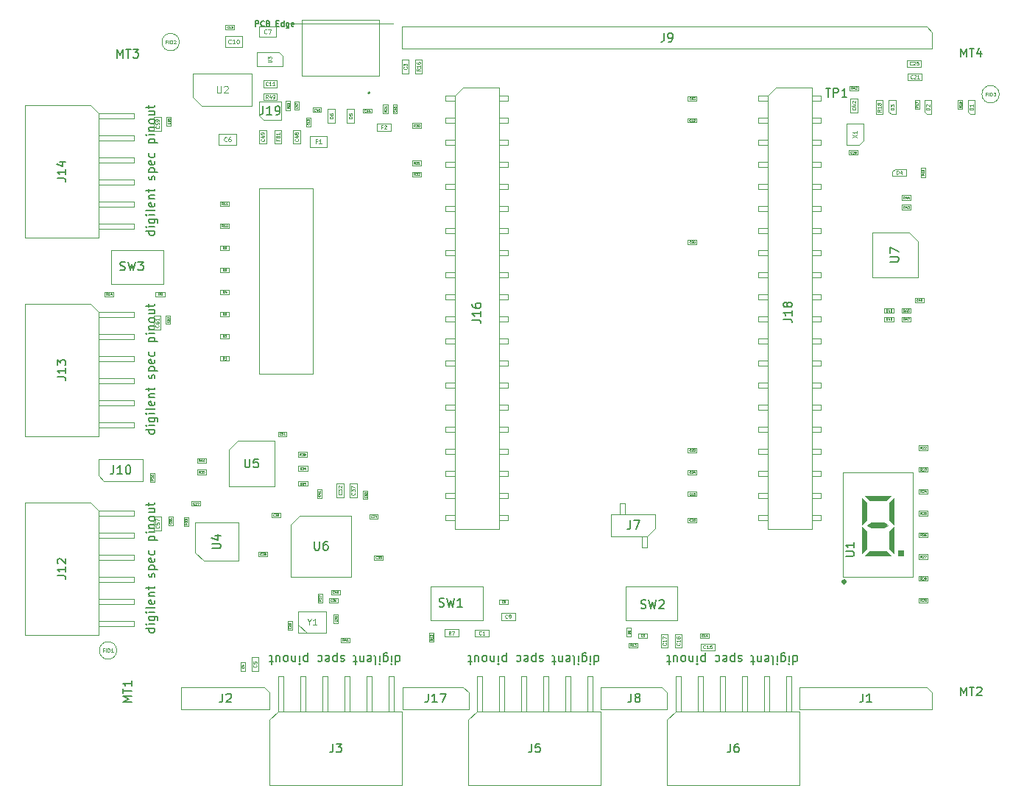
<source format=gbr>
G04 #@! TF.GenerationSoftware,KiCad,Pcbnew,8.0.1-8.0.1-1~ubuntu22.04.1*
G04 #@! TF.CreationDate,2024-04-26T22:25:14-04:00*
G04 #@! TF.ProjectId,tinytapeout-demo,74696e79-7461-4706-956f-75742d64656d,1.2.2*
G04 #@! TF.SameCoordinates,PX35e1f20PY8044ea0*
G04 #@! TF.FileFunction,AssemblyDrawing,Top*
%FSLAX46Y46*%
G04 Gerber Fmt 4.6, Leading zero omitted, Abs format (unit mm)*
G04 Created by KiCad (PCBNEW 8.0.1-8.0.1-1~ubuntu22.04.1) date 2024-04-26 22:25:14*
%MOMM*%
%LPD*%
G01*
G04 APERTURE LIST*
%ADD10C,0.060000*%
%ADD11C,0.040000*%
%ADD12C,0.150000*%
%ADD13C,0.080000*%
%ADD14C,0.105000*%
%ADD15C,0.075000*%
%ADD16C,0.120000*%
%ADD17C,0.100000*%
%ADD18C,0.200000*%
%ADD19C,0.332843*%
G04 APERTURE END LIST*
D10*
X94042857Y74356168D02*
X94023809Y74337120D01*
X94023809Y74337120D02*
X93966667Y74318073D01*
X93966667Y74318073D02*
X93928571Y74318073D01*
X93928571Y74318073D02*
X93871428Y74337120D01*
X93871428Y74337120D02*
X93833333Y74375216D01*
X93833333Y74375216D02*
X93814286Y74413311D01*
X93814286Y74413311D02*
X93795238Y74489501D01*
X93795238Y74489501D02*
X93795238Y74546644D01*
X93795238Y74546644D02*
X93814286Y74622835D01*
X93814286Y74622835D02*
X93833333Y74660930D01*
X93833333Y74660930D02*
X93871428Y74699025D01*
X93871428Y74699025D02*
X93928571Y74718073D01*
X93928571Y74718073D02*
X93966667Y74718073D01*
X93966667Y74718073D02*
X94023809Y74699025D01*
X94023809Y74699025D02*
X94042857Y74679978D01*
X94195238Y74679978D02*
X94214286Y74699025D01*
X94214286Y74699025D02*
X94252381Y74718073D01*
X94252381Y74718073D02*
X94347619Y74718073D01*
X94347619Y74718073D02*
X94385714Y74699025D01*
X94385714Y74699025D02*
X94404762Y74679978D01*
X94404762Y74679978D02*
X94423809Y74641882D01*
X94423809Y74641882D02*
X94423809Y74603787D01*
X94423809Y74603787D02*
X94404762Y74546644D01*
X94404762Y74546644D02*
X94176190Y74318073D01*
X94176190Y74318073D02*
X94423809Y74318073D01*
X94804761Y74318073D02*
X94576190Y74318073D01*
X94690476Y74318073D02*
X94690476Y74718073D01*
X94690476Y74718073D02*
X94652380Y74660930D01*
X94652380Y74660930D02*
X94614285Y74622835D01*
X94614285Y74622835D02*
X94576190Y74603787D01*
D11*
X99618200Y71132858D02*
X99494391Y71046191D01*
X99618200Y70984286D02*
X99358200Y70984286D01*
X99358200Y70984286D02*
X99358200Y71083334D01*
X99358200Y71083334D02*
X99370581Y71108096D01*
X99370581Y71108096D02*
X99382962Y71120477D01*
X99382962Y71120477D02*
X99407724Y71132858D01*
X99407724Y71132858D02*
X99444867Y71132858D01*
X99444867Y71132858D02*
X99469629Y71120477D01*
X99469629Y71120477D02*
X99482010Y71108096D01*
X99482010Y71108096D02*
X99494391Y71083334D01*
X99494391Y71083334D02*
X99494391Y70984286D01*
X99618200Y71380477D02*
X99618200Y71231905D01*
X99618200Y71306191D02*
X99358200Y71306191D01*
X99358200Y71306191D02*
X99395343Y71281429D01*
X99395343Y71281429D02*
X99420105Y71256667D01*
X99420105Y71256667D02*
X99432486Y71231905D01*
X99358200Y71615715D02*
X99358200Y71491905D01*
X99358200Y71491905D02*
X99482010Y71479524D01*
X99482010Y71479524D02*
X99469629Y71491905D01*
X99469629Y71491905D02*
X99457248Y71516667D01*
X99457248Y71516667D02*
X99457248Y71578572D01*
X99457248Y71578572D02*
X99469629Y71603334D01*
X99469629Y71603334D02*
X99482010Y71615715D01*
X99482010Y71615715D02*
X99506772Y71628096D01*
X99506772Y71628096D02*
X99568677Y71628096D01*
X99568677Y71628096D02*
X99593439Y71615715D01*
X99593439Y71615715D02*
X99605820Y71603334D01*
X99605820Y71603334D02*
X99618200Y71578572D01*
X99618200Y71578572D02*
X99618200Y71516667D01*
X99618200Y71516667D02*
X99605820Y71491905D01*
X99605820Y71491905D02*
X99593439Y71479524D01*
D10*
X28343832Y26667858D02*
X28362880Y26648810D01*
X28362880Y26648810D02*
X28381927Y26591668D01*
X28381927Y26591668D02*
X28381927Y26553572D01*
X28381927Y26553572D02*
X28362880Y26496429D01*
X28362880Y26496429D02*
X28324784Y26458334D01*
X28324784Y26458334D02*
X28286689Y26439287D01*
X28286689Y26439287D02*
X28210499Y26420239D01*
X28210499Y26420239D02*
X28153356Y26420239D01*
X28153356Y26420239D02*
X28077165Y26439287D01*
X28077165Y26439287D02*
X28039070Y26458334D01*
X28039070Y26458334D02*
X28000975Y26496429D01*
X28000975Y26496429D02*
X27981927Y26553572D01*
X27981927Y26553572D02*
X27981927Y26591668D01*
X27981927Y26591668D02*
X28000975Y26648810D01*
X28000975Y26648810D02*
X28020022Y26667858D01*
X27981927Y26801191D02*
X27981927Y27048810D01*
X27981927Y27048810D02*
X28134308Y26915477D01*
X28134308Y26915477D02*
X28134308Y26972620D01*
X28134308Y26972620D02*
X28153356Y27010715D01*
X28153356Y27010715D02*
X28172403Y27029763D01*
X28172403Y27029763D02*
X28210499Y27048810D01*
X28210499Y27048810D02*
X28305737Y27048810D01*
X28305737Y27048810D02*
X28343832Y27029763D01*
X28343832Y27029763D02*
X28362880Y27010715D01*
X28362880Y27010715D02*
X28381927Y26972620D01*
X28381927Y26972620D02*
X28381927Y26858334D01*
X28381927Y26858334D02*
X28362880Y26820239D01*
X28362880Y26820239D02*
X28343832Y26801191D01*
X28020022Y27201191D02*
X28000975Y27220239D01*
X28000975Y27220239D02*
X27981927Y27258334D01*
X27981927Y27258334D02*
X27981927Y27353572D01*
X27981927Y27353572D02*
X28000975Y27391667D01*
X28000975Y27391667D02*
X28020022Y27410715D01*
X28020022Y27410715D02*
X28058118Y27429762D01*
X28058118Y27429762D02*
X28096213Y27429762D01*
X28096213Y27429762D02*
X28153356Y27410715D01*
X28153356Y27410715D02*
X28381927Y27182143D01*
X28381927Y27182143D02*
X28381927Y27429762D01*
D11*
X68514285Y71910235D02*
X68502381Y71898330D01*
X68502381Y71898330D02*
X68466666Y71886426D01*
X68466666Y71886426D02*
X68442857Y71886426D01*
X68442857Y71886426D02*
X68407143Y71898330D01*
X68407143Y71898330D02*
X68383333Y71922140D01*
X68383333Y71922140D02*
X68371428Y71945950D01*
X68371428Y71945950D02*
X68359524Y71993569D01*
X68359524Y71993569D02*
X68359524Y72029283D01*
X68359524Y72029283D02*
X68371428Y72076902D01*
X68371428Y72076902D02*
X68383333Y72100711D01*
X68383333Y72100711D02*
X68407143Y72124521D01*
X68407143Y72124521D02*
X68442857Y72136426D01*
X68442857Y72136426D02*
X68466666Y72136426D01*
X68466666Y72136426D02*
X68502381Y72124521D01*
X68502381Y72124521D02*
X68514285Y72112616D01*
X68609524Y72112616D02*
X68621428Y72124521D01*
X68621428Y72124521D02*
X68645238Y72136426D01*
X68645238Y72136426D02*
X68704762Y72136426D01*
X68704762Y72136426D02*
X68728571Y72124521D01*
X68728571Y72124521D02*
X68740476Y72112616D01*
X68740476Y72112616D02*
X68752381Y72088807D01*
X68752381Y72088807D02*
X68752381Y72064997D01*
X68752381Y72064997D02*
X68740476Y72029283D01*
X68740476Y72029283D02*
X68597619Y71886426D01*
X68597619Y71886426D02*
X68752381Y71886426D01*
X68835714Y72136426D02*
X68990476Y72136426D01*
X68990476Y72136426D02*
X68907142Y72041188D01*
X68907142Y72041188D02*
X68942857Y72041188D01*
X68942857Y72041188D02*
X68966666Y72029283D01*
X68966666Y72029283D02*
X68978571Y72017378D01*
X68978571Y72017378D02*
X68990476Y71993569D01*
X68990476Y71993569D02*
X68990476Y71934045D01*
X68990476Y71934045D02*
X68978571Y71910235D01*
X68978571Y71910235D02*
X68966666Y71898330D01*
X68966666Y71898330D02*
X68942857Y71886426D01*
X68942857Y71886426D02*
X68871428Y71886426D01*
X68871428Y71886426D02*
X68847619Y71898330D01*
X68847619Y71898330D02*
X68835714Y71910235D01*
X27239285Y14160235D02*
X27227381Y14148330D01*
X27227381Y14148330D02*
X27191666Y14136426D01*
X27191666Y14136426D02*
X27167857Y14136426D01*
X27167857Y14136426D02*
X27132143Y14148330D01*
X27132143Y14148330D02*
X27108333Y14172140D01*
X27108333Y14172140D02*
X27096428Y14195950D01*
X27096428Y14195950D02*
X27084524Y14243569D01*
X27084524Y14243569D02*
X27084524Y14279283D01*
X27084524Y14279283D02*
X27096428Y14326902D01*
X27096428Y14326902D02*
X27108333Y14350711D01*
X27108333Y14350711D02*
X27132143Y14374521D01*
X27132143Y14374521D02*
X27167857Y14386426D01*
X27167857Y14386426D02*
X27191666Y14386426D01*
X27191666Y14386426D02*
X27227381Y14374521D01*
X27227381Y14374521D02*
X27239285Y14362616D01*
X27322619Y14386426D02*
X27477381Y14386426D01*
X27477381Y14386426D02*
X27394047Y14291188D01*
X27394047Y14291188D02*
X27429762Y14291188D01*
X27429762Y14291188D02*
X27453571Y14279283D01*
X27453571Y14279283D02*
X27465476Y14267378D01*
X27465476Y14267378D02*
X27477381Y14243569D01*
X27477381Y14243569D02*
X27477381Y14184045D01*
X27477381Y14184045D02*
X27465476Y14160235D01*
X27465476Y14160235D02*
X27453571Y14148330D01*
X27453571Y14148330D02*
X27429762Y14136426D01*
X27429762Y14136426D02*
X27358333Y14136426D01*
X27358333Y14136426D02*
X27334524Y14148330D01*
X27334524Y14148330D02*
X27322619Y14160235D01*
X27691666Y14386426D02*
X27644047Y14386426D01*
X27644047Y14386426D02*
X27620238Y14374521D01*
X27620238Y14374521D02*
X27608333Y14362616D01*
X27608333Y14362616D02*
X27584523Y14326902D01*
X27584523Y14326902D02*
X27572619Y14279283D01*
X27572619Y14279283D02*
X27572619Y14184045D01*
X27572619Y14184045D02*
X27584523Y14160235D01*
X27584523Y14160235D02*
X27596428Y14148330D01*
X27596428Y14148330D02*
X27620238Y14136426D01*
X27620238Y14136426D02*
X27667857Y14136426D01*
X27667857Y14136426D02*
X27691666Y14148330D01*
X27691666Y14148330D02*
X27703571Y14160235D01*
X27703571Y14160235D02*
X27715476Y14184045D01*
X27715476Y14184045D02*
X27715476Y14243569D01*
X27715476Y14243569D02*
X27703571Y14267378D01*
X27703571Y14267378D02*
X27691666Y14279283D01*
X27691666Y14279283D02*
X27667857Y14291188D01*
X27667857Y14291188D02*
X27620238Y14291188D01*
X27620238Y14291188D02*
X27596428Y14279283D01*
X27596428Y14279283D02*
X27584523Y14267378D01*
X27584523Y14267378D02*
X27572619Y14243569D01*
X22318200Y71032858D02*
X22194391Y70946191D01*
X22318200Y70884286D02*
X22058200Y70884286D01*
X22058200Y70884286D02*
X22058200Y70983334D01*
X22058200Y70983334D02*
X22070581Y71008096D01*
X22070581Y71008096D02*
X22082962Y71020477D01*
X22082962Y71020477D02*
X22107724Y71032858D01*
X22107724Y71032858D02*
X22144867Y71032858D01*
X22144867Y71032858D02*
X22169629Y71020477D01*
X22169629Y71020477D02*
X22182010Y71008096D01*
X22182010Y71008096D02*
X22194391Y70983334D01*
X22194391Y70983334D02*
X22194391Y70884286D01*
X22082962Y71131905D02*
X22070581Y71144286D01*
X22070581Y71144286D02*
X22058200Y71169048D01*
X22058200Y71169048D02*
X22058200Y71230953D01*
X22058200Y71230953D02*
X22070581Y71255715D01*
X22070581Y71255715D02*
X22082962Y71268096D01*
X22082962Y71268096D02*
X22107724Y71280477D01*
X22107724Y71280477D02*
X22132486Y71280477D01*
X22132486Y71280477D02*
X22169629Y71268096D01*
X22169629Y71268096D02*
X22318200Y71119524D01*
X22318200Y71119524D02*
X22318200Y71280477D01*
X22058200Y71441429D02*
X22058200Y71466191D01*
X22058200Y71466191D02*
X22070581Y71490953D01*
X22070581Y71490953D02*
X22082962Y71503334D01*
X22082962Y71503334D02*
X22107724Y71515715D01*
X22107724Y71515715D02*
X22157248Y71528096D01*
X22157248Y71528096D02*
X22219153Y71528096D01*
X22219153Y71528096D02*
X22268677Y71515715D01*
X22268677Y71515715D02*
X22293439Y71503334D01*
X22293439Y71503334D02*
X22305820Y71490953D01*
X22305820Y71490953D02*
X22318200Y71466191D01*
X22318200Y71466191D02*
X22318200Y71441429D01*
X22318200Y71441429D02*
X22305820Y71416667D01*
X22305820Y71416667D02*
X22293439Y71404286D01*
X22293439Y71404286D02*
X22268677Y71391905D01*
X22268677Y71391905D02*
X22219153Y71379524D01*
X22219153Y71379524D02*
X22157248Y71379524D01*
X22157248Y71379524D02*
X22107724Y71391905D01*
X22107724Y71391905D02*
X22082962Y71404286D01*
X22082962Y71404286D02*
X22070581Y71416667D01*
X22070581Y71416667D02*
X22058200Y71441429D01*
D12*
X2559524Y76695181D02*
X2559524Y77695181D01*
X2559524Y77695181D02*
X2892857Y76980896D01*
X2892857Y76980896D02*
X3226190Y77695181D01*
X3226190Y77695181D02*
X3226190Y76695181D01*
X3559524Y77695181D02*
X4130952Y77695181D01*
X3845238Y76695181D02*
X3845238Y77695181D01*
X4369048Y77695181D02*
X4988095Y77695181D01*
X4988095Y77695181D02*
X4654762Y77314229D01*
X4654762Y77314229D02*
X4797619Y77314229D01*
X4797619Y77314229D02*
X4892857Y77266610D01*
X4892857Y77266610D02*
X4940476Y77218991D01*
X4940476Y77218991D02*
X4988095Y77123753D01*
X4988095Y77123753D02*
X4988095Y76885658D01*
X4988095Y76885658D02*
X4940476Y76790420D01*
X4940476Y76790420D02*
X4892857Y76742800D01*
X4892857Y76742800D02*
X4797619Y76695181D01*
X4797619Y76695181D02*
X4511905Y76695181D01*
X4511905Y76695181D02*
X4416667Y76742800D01*
X4416667Y76742800D02*
X4369048Y76790420D01*
D10*
X102571429Y72527597D02*
X102438096Y72527597D01*
X102438096Y72318073D02*
X102438096Y72718073D01*
X102438096Y72718073D02*
X102628572Y72718073D01*
X102780953Y72318073D02*
X102780953Y72718073D01*
X102971429Y72318073D02*
X102971429Y72718073D01*
X102971429Y72718073D02*
X103066667Y72718073D01*
X103066667Y72718073D02*
X103123810Y72699025D01*
X103123810Y72699025D02*
X103161905Y72660930D01*
X103161905Y72660930D02*
X103180952Y72622835D01*
X103180952Y72622835D02*
X103200000Y72546644D01*
X103200000Y72546644D02*
X103200000Y72489501D01*
X103200000Y72489501D02*
X103180952Y72413311D01*
X103180952Y72413311D02*
X103161905Y72375216D01*
X103161905Y72375216D02*
X103123810Y72337120D01*
X103123810Y72337120D02*
X103066667Y72318073D01*
X103066667Y72318073D02*
X102971429Y72318073D01*
X103333333Y72718073D02*
X103580952Y72718073D01*
X103580952Y72718073D02*
X103447619Y72565692D01*
X103447619Y72565692D02*
X103504762Y72565692D01*
X103504762Y72565692D02*
X103542857Y72546644D01*
X103542857Y72546644D02*
X103561905Y72527597D01*
X103561905Y72527597D02*
X103580952Y72489501D01*
X103580952Y72489501D02*
X103580952Y72394263D01*
X103580952Y72394263D02*
X103561905Y72356168D01*
X103561905Y72356168D02*
X103542857Y72337120D01*
X103542857Y72337120D02*
X103504762Y72318073D01*
X103504762Y72318073D02*
X103390476Y72318073D01*
X103390476Y72318073D02*
X103352381Y72337120D01*
X103352381Y72337120D02*
X103333333Y72356168D01*
D11*
X23682857Y30931800D02*
X23596190Y31055609D01*
X23534285Y30931800D02*
X23534285Y31191800D01*
X23534285Y31191800D02*
X23633333Y31191800D01*
X23633333Y31191800D02*
X23658095Y31179419D01*
X23658095Y31179419D02*
X23670476Y31167038D01*
X23670476Y31167038D02*
X23682857Y31142276D01*
X23682857Y31142276D02*
X23682857Y31105133D01*
X23682857Y31105133D02*
X23670476Y31080371D01*
X23670476Y31080371D02*
X23658095Y31067990D01*
X23658095Y31067990D02*
X23633333Y31055609D01*
X23633333Y31055609D02*
X23534285Y31055609D01*
X23769523Y31191800D02*
X23930476Y31191800D01*
X23930476Y31191800D02*
X23843809Y31092752D01*
X23843809Y31092752D02*
X23880952Y31092752D01*
X23880952Y31092752D02*
X23905714Y31080371D01*
X23905714Y31080371D02*
X23918095Y31067990D01*
X23918095Y31067990D02*
X23930476Y31043228D01*
X23930476Y31043228D02*
X23930476Y30981323D01*
X23930476Y30981323D02*
X23918095Y30956561D01*
X23918095Y30956561D02*
X23905714Y30944180D01*
X23905714Y30944180D02*
X23880952Y30931800D01*
X23880952Y30931800D02*
X23806666Y30931800D01*
X23806666Y30931800D02*
X23781904Y30944180D01*
X23781904Y30944180D02*
X23769523Y30956561D01*
X24079047Y31080371D02*
X24054285Y31092752D01*
X24054285Y31092752D02*
X24041904Y31105133D01*
X24041904Y31105133D02*
X24029523Y31129895D01*
X24029523Y31129895D02*
X24029523Y31142276D01*
X24029523Y31142276D02*
X24041904Y31167038D01*
X24041904Y31167038D02*
X24054285Y31179419D01*
X24054285Y31179419D02*
X24079047Y31191800D01*
X24079047Y31191800D02*
X24128571Y31191800D01*
X24128571Y31191800D02*
X24153333Y31179419D01*
X24153333Y31179419D02*
X24165714Y31167038D01*
X24165714Y31167038D02*
X24178095Y31142276D01*
X24178095Y31142276D02*
X24178095Y31129895D01*
X24178095Y31129895D02*
X24165714Y31105133D01*
X24165714Y31105133D02*
X24153333Y31092752D01*
X24153333Y31092752D02*
X24128571Y31080371D01*
X24128571Y31080371D02*
X24079047Y31080371D01*
X24079047Y31080371D02*
X24054285Y31067990D01*
X24054285Y31067990D02*
X24041904Y31055609D01*
X24041904Y31055609D02*
X24029523Y31030847D01*
X24029523Y31030847D02*
X24029523Y30981323D01*
X24029523Y30981323D02*
X24041904Y30956561D01*
X24041904Y30956561D02*
X24054285Y30944180D01*
X24054285Y30944180D02*
X24079047Y30931800D01*
X24079047Y30931800D02*
X24128571Y30931800D01*
X24128571Y30931800D02*
X24153333Y30944180D01*
X24153333Y30944180D02*
X24165714Y30956561D01*
X24165714Y30956561D02*
X24178095Y30981323D01*
X24178095Y30981323D02*
X24178095Y31030847D01*
X24178095Y31030847D02*
X24165714Y31055609D01*
X24165714Y31055609D02*
X24153333Y31067990D01*
X24153333Y31067990D02*
X24128571Y31080371D01*
D12*
X18455713Y80311724D02*
X18455713Y80951724D01*
X18455713Y80951724D02*
X18699523Y80951724D01*
X18699523Y80951724D02*
X18760475Y80921248D01*
X18760475Y80921248D02*
X18790952Y80890772D01*
X18790952Y80890772D02*
X18821428Y80829820D01*
X18821428Y80829820D02*
X18821428Y80738391D01*
X18821428Y80738391D02*
X18790952Y80677439D01*
X18790952Y80677439D02*
X18760475Y80646962D01*
X18760475Y80646962D02*
X18699523Y80616486D01*
X18699523Y80616486D02*
X18455713Y80616486D01*
X19461428Y80372677D02*
X19430952Y80342200D01*
X19430952Y80342200D02*
X19339523Y80311724D01*
X19339523Y80311724D02*
X19278571Y80311724D01*
X19278571Y80311724D02*
X19187142Y80342200D01*
X19187142Y80342200D02*
X19126190Y80403153D01*
X19126190Y80403153D02*
X19095713Y80464105D01*
X19095713Y80464105D02*
X19065237Y80586010D01*
X19065237Y80586010D02*
X19065237Y80677439D01*
X19065237Y80677439D02*
X19095713Y80799343D01*
X19095713Y80799343D02*
X19126190Y80860296D01*
X19126190Y80860296D02*
X19187142Y80921248D01*
X19187142Y80921248D02*
X19278571Y80951724D01*
X19278571Y80951724D02*
X19339523Y80951724D01*
X19339523Y80951724D02*
X19430952Y80921248D01*
X19430952Y80921248D02*
X19461428Y80890772D01*
X19949047Y80646962D02*
X20040475Y80616486D01*
X20040475Y80616486D02*
X20070952Y80586010D01*
X20070952Y80586010D02*
X20101428Y80525058D01*
X20101428Y80525058D02*
X20101428Y80433629D01*
X20101428Y80433629D02*
X20070952Y80372677D01*
X20070952Y80372677D02*
X20040475Y80342200D01*
X20040475Y80342200D02*
X19979523Y80311724D01*
X19979523Y80311724D02*
X19735713Y80311724D01*
X19735713Y80311724D02*
X19735713Y80951724D01*
X19735713Y80951724D02*
X19949047Y80951724D01*
X19949047Y80951724D02*
X20009999Y80921248D01*
X20009999Y80921248D02*
X20040475Y80890772D01*
X20040475Y80890772D02*
X20070952Y80829820D01*
X20070952Y80829820D02*
X20070952Y80768867D01*
X20070952Y80768867D02*
X20040475Y80707915D01*
X20040475Y80707915D02*
X20009999Y80677439D01*
X20009999Y80677439D02*
X19949047Y80646962D01*
X19949047Y80646962D02*
X19735713Y80646962D01*
X20863332Y80646962D02*
X21076666Y80646962D01*
X21168094Y80311724D02*
X20863332Y80311724D01*
X20863332Y80311724D02*
X20863332Y80951724D01*
X20863332Y80951724D02*
X21168094Y80951724D01*
X21716666Y80311724D02*
X21716666Y80951724D01*
X21716666Y80342200D02*
X21655714Y80311724D01*
X21655714Y80311724D02*
X21533809Y80311724D01*
X21533809Y80311724D02*
X21472857Y80342200D01*
X21472857Y80342200D02*
X21442380Y80372677D01*
X21442380Y80372677D02*
X21411904Y80433629D01*
X21411904Y80433629D02*
X21411904Y80616486D01*
X21411904Y80616486D02*
X21442380Y80677439D01*
X21442380Y80677439D02*
X21472857Y80707915D01*
X21472857Y80707915D02*
X21533809Y80738391D01*
X21533809Y80738391D02*
X21655714Y80738391D01*
X21655714Y80738391D02*
X21716666Y80707915D01*
X22295714Y80738391D02*
X22295714Y80220296D01*
X22295714Y80220296D02*
X22265238Y80159343D01*
X22265238Y80159343D02*
X22234762Y80128867D01*
X22234762Y80128867D02*
X22173809Y80098391D01*
X22173809Y80098391D02*
X22082381Y80098391D01*
X22082381Y80098391D02*
X22021428Y80128867D01*
X22295714Y80342200D02*
X22234762Y80311724D01*
X22234762Y80311724D02*
X22112857Y80311724D01*
X22112857Y80311724D02*
X22051905Y80342200D01*
X22051905Y80342200D02*
X22021428Y80372677D01*
X22021428Y80372677D02*
X21990952Y80433629D01*
X21990952Y80433629D02*
X21990952Y80616486D01*
X21990952Y80616486D02*
X22021428Y80677439D01*
X22021428Y80677439D02*
X22051905Y80707915D01*
X22051905Y80707915D02*
X22112857Y80738391D01*
X22112857Y80738391D02*
X22234762Y80738391D01*
X22234762Y80738391D02*
X22295714Y80707915D01*
X22844286Y80342200D02*
X22783334Y80311724D01*
X22783334Y80311724D02*
X22661429Y80311724D01*
X22661429Y80311724D02*
X22600476Y80342200D01*
X22600476Y80342200D02*
X22570000Y80403153D01*
X22570000Y80403153D02*
X22570000Y80646962D01*
X22570000Y80646962D02*
X22600476Y80707915D01*
X22600476Y80707915D02*
X22661429Y80738391D01*
X22661429Y80738391D02*
X22783334Y80738391D01*
X22783334Y80738391D02*
X22844286Y80707915D01*
X22844286Y80707915D02*
X22874762Y80646962D01*
X22874762Y80646962D02*
X22874762Y80586010D01*
X22874762Y80586010D02*
X22570000Y80525058D01*
D10*
X23343832Y67342858D02*
X23362880Y67323810D01*
X23362880Y67323810D02*
X23381927Y67266668D01*
X23381927Y67266668D02*
X23381927Y67228572D01*
X23381927Y67228572D02*
X23362880Y67171429D01*
X23362880Y67171429D02*
X23324784Y67133334D01*
X23324784Y67133334D02*
X23286689Y67114287D01*
X23286689Y67114287D02*
X23210499Y67095239D01*
X23210499Y67095239D02*
X23153356Y67095239D01*
X23153356Y67095239D02*
X23077165Y67114287D01*
X23077165Y67114287D02*
X23039070Y67133334D01*
X23039070Y67133334D02*
X23000975Y67171429D01*
X23000975Y67171429D02*
X22981927Y67228572D01*
X22981927Y67228572D02*
X22981927Y67266668D01*
X22981927Y67266668D02*
X23000975Y67323810D01*
X23000975Y67323810D02*
X23020022Y67342858D01*
X23115260Y67685715D02*
X23381927Y67685715D01*
X22962880Y67590477D02*
X23248594Y67495239D01*
X23248594Y67495239D02*
X23248594Y67742858D01*
X23153356Y67952381D02*
X23134308Y67914286D01*
X23134308Y67914286D02*
X23115260Y67895239D01*
X23115260Y67895239D02*
X23077165Y67876191D01*
X23077165Y67876191D02*
X23058118Y67876191D01*
X23058118Y67876191D02*
X23020022Y67895239D01*
X23020022Y67895239D02*
X23000975Y67914286D01*
X23000975Y67914286D02*
X22981927Y67952381D01*
X22981927Y67952381D02*
X22981927Y68028572D01*
X22981927Y68028572D02*
X23000975Y68066667D01*
X23000975Y68066667D02*
X23020022Y68085715D01*
X23020022Y68085715D02*
X23058118Y68104762D01*
X23058118Y68104762D02*
X23077165Y68104762D01*
X23077165Y68104762D02*
X23115260Y68085715D01*
X23115260Y68085715D02*
X23134308Y68066667D01*
X23134308Y68066667D02*
X23153356Y68028572D01*
X23153356Y68028572D02*
X23153356Y67952381D01*
X23153356Y67952381D02*
X23172403Y67914286D01*
X23172403Y67914286D02*
X23191451Y67895239D01*
X23191451Y67895239D02*
X23229546Y67876191D01*
X23229546Y67876191D02*
X23305737Y67876191D01*
X23305737Y67876191D02*
X23343832Y67895239D01*
X23343832Y67895239D02*
X23362880Y67914286D01*
X23362880Y67914286D02*
X23381927Y67952381D01*
X23381927Y67952381D02*
X23381927Y68028572D01*
X23381927Y68028572D02*
X23362880Y68066667D01*
X23362880Y68066667D02*
X23343832Y68085715D01*
X23343832Y68085715D02*
X23305737Y68104762D01*
X23305737Y68104762D02*
X23229546Y68104762D01*
X23229546Y68104762D02*
X23191451Y68085715D01*
X23191451Y68085715D02*
X23172403Y68066667D01*
X23172403Y68066667D02*
X23153356Y68028572D01*
D12*
X-4360181Y39980477D02*
X-3645896Y39980477D01*
X-3645896Y39980477D02*
X-3503039Y39932858D01*
X-3503039Y39932858D02*
X-3407800Y39837620D01*
X-3407800Y39837620D02*
X-3360181Y39694763D01*
X-3360181Y39694763D02*
X-3360181Y39599525D01*
X-3360181Y40980477D02*
X-3360181Y40409049D01*
X-3360181Y40694763D02*
X-4360181Y40694763D01*
X-4360181Y40694763D02*
X-4217324Y40599525D01*
X-4217324Y40599525D02*
X-4122086Y40504287D01*
X-4122086Y40504287D02*
X-4074467Y40409049D01*
X-4360181Y41313811D02*
X-4360181Y41932858D01*
X-4360181Y41932858D02*
X-3979229Y41599525D01*
X-3979229Y41599525D02*
X-3979229Y41742382D01*
X-3979229Y41742382D02*
X-3931610Y41837620D01*
X-3931610Y41837620D02*
X-3883991Y41885239D01*
X-3883991Y41885239D02*
X-3788753Y41932858D01*
X-3788753Y41932858D02*
X-3550658Y41932858D01*
X-3550658Y41932858D02*
X-3455420Y41885239D01*
X-3455420Y41885239D02*
X-3407800Y41837620D01*
X-3407800Y41837620D02*
X-3360181Y41742382D01*
X-3360181Y41742382D02*
X-3360181Y41456668D01*
X-3360181Y41456668D02*
X-3407800Y41361430D01*
X-3407800Y41361430D02*
X-3455420Y41313811D01*
X6869819Y33905351D02*
X5869819Y33905351D01*
X6822200Y33905351D02*
X6869819Y33810113D01*
X6869819Y33810113D02*
X6869819Y33619637D01*
X6869819Y33619637D02*
X6822200Y33524399D01*
X6822200Y33524399D02*
X6774580Y33476780D01*
X6774580Y33476780D02*
X6679342Y33429161D01*
X6679342Y33429161D02*
X6393628Y33429161D01*
X6393628Y33429161D02*
X6298390Y33476780D01*
X6298390Y33476780D02*
X6250771Y33524399D01*
X6250771Y33524399D02*
X6203152Y33619637D01*
X6203152Y33619637D02*
X6203152Y33810113D01*
X6203152Y33810113D02*
X6250771Y33905351D01*
X6869819Y34381542D02*
X6203152Y34381542D01*
X5869819Y34381542D02*
X5917438Y34333923D01*
X5917438Y34333923D02*
X5965057Y34381542D01*
X5965057Y34381542D02*
X5917438Y34429161D01*
X5917438Y34429161D02*
X5869819Y34381542D01*
X5869819Y34381542D02*
X5965057Y34381542D01*
X6203152Y35286303D02*
X7012676Y35286303D01*
X7012676Y35286303D02*
X7107914Y35238684D01*
X7107914Y35238684D02*
X7155533Y35191065D01*
X7155533Y35191065D02*
X7203152Y35095827D01*
X7203152Y35095827D02*
X7203152Y34952970D01*
X7203152Y34952970D02*
X7155533Y34857732D01*
X6822200Y35286303D02*
X6869819Y35191065D01*
X6869819Y35191065D02*
X6869819Y35000589D01*
X6869819Y35000589D02*
X6822200Y34905351D01*
X6822200Y34905351D02*
X6774580Y34857732D01*
X6774580Y34857732D02*
X6679342Y34810113D01*
X6679342Y34810113D02*
X6393628Y34810113D01*
X6393628Y34810113D02*
X6298390Y34857732D01*
X6298390Y34857732D02*
X6250771Y34905351D01*
X6250771Y34905351D02*
X6203152Y35000589D01*
X6203152Y35000589D02*
X6203152Y35191065D01*
X6203152Y35191065D02*
X6250771Y35286303D01*
X6869819Y35762494D02*
X6203152Y35762494D01*
X5869819Y35762494D02*
X5917438Y35714875D01*
X5917438Y35714875D02*
X5965057Y35762494D01*
X5965057Y35762494D02*
X5917438Y35810113D01*
X5917438Y35810113D02*
X5869819Y35762494D01*
X5869819Y35762494D02*
X5965057Y35762494D01*
X6869819Y36381541D02*
X6822200Y36286303D01*
X6822200Y36286303D02*
X6726961Y36238684D01*
X6726961Y36238684D02*
X5869819Y36238684D01*
X6822200Y37143446D02*
X6869819Y37048208D01*
X6869819Y37048208D02*
X6869819Y36857732D01*
X6869819Y36857732D02*
X6822200Y36762494D01*
X6822200Y36762494D02*
X6726961Y36714875D01*
X6726961Y36714875D02*
X6346009Y36714875D01*
X6346009Y36714875D02*
X6250771Y36762494D01*
X6250771Y36762494D02*
X6203152Y36857732D01*
X6203152Y36857732D02*
X6203152Y37048208D01*
X6203152Y37048208D02*
X6250771Y37143446D01*
X6250771Y37143446D02*
X6346009Y37191065D01*
X6346009Y37191065D02*
X6441247Y37191065D01*
X6441247Y37191065D02*
X6536485Y36714875D01*
X6203152Y37619637D02*
X6869819Y37619637D01*
X6298390Y37619637D02*
X6250771Y37667256D01*
X6250771Y37667256D02*
X6203152Y37762494D01*
X6203152Y37762494D02*
X6203152Y37905351D01*
X6203152Y37905351D02*
X6250771Y38000589D01*
X6250771Y38000589D02*
X6346009Y38048208D01*
X6346009Y38048208D02*
X6869819Y38048208D01*
X6203152Y38381542D02*
X6203152Y38762494D01*
X5869819Y38524399D02*
X6726961Y38524399D01*
X6726961Y38524399D02*
X6822200Y38572018D01*
X6822200Y38572018D02*
X6869819Y38667256D01*
X6869819Y38667256D02*
X6869819Y38762494D01*
X6822200Y39810114D02*
X6869819Y39905352D01*
X6869819Y39905352D02*
X6869819Y40095828D01*
X6869819Y40095828D02*
X6822200Y40191066D01*
X6822200Y40191066D02*
X6726961Y40238685D01*
X6726961Y40238685D02*
X6679342Y40238685D01*
X6679342Y40238685D02*
X6584104Y40191066D01*
X6584104Y40191066D02*
X6536485Y40095828D01*
X6536485Y40095828D02*
X6536485Y39952971D01*
X6536485Y39952971D02*
X6488866Y39857733D01*
X6488866Y39857733D02*
X6393628Y39810114D01*
X6393628Y39810114D02*
X6346009Y39810114D01*
X6346009Y39810114D02*
X6250771Y39857733D01*
X6250771Y39857733D02*
X6203152Y39952971D01*
X6203152Y39952971D02*
X6203152Y40095828D01*
X6203152Y40095828D02*
X6250771Y40191066D01*
X6203152Y40667257D02*
X7203152Y40667257D01*
X6250771Y40667257D02*
X6203152Y40762495D01*
X6203152Y40762495D02*
X6203152Y40952971D01*
X6203152Y40952971D02*
X6250771Y41048209D01*
X6250771Y41048209D02*
X6298390Y41095828D01*
X6298390Y41095828D02*
X6393628Y41143447D01*
X6393628Y41143447D02*
X6679342Y41143447D01*
X6679342Y41143447D02*
X6774580Y41095828D01*
X6774580Y41095828D02*
X6822200Y41048209D01*
X6822200Y41048209D02*
X6869819Y40952971D01*
X6869819Y40952971D02*
X6869819Y40762495D01*
X6869819Y40762495D02*
X6822200Y40667257D01*
X6822200Y41952971D02*
X6869819Y41857733D01*
X6869819Y41857733D02*
X6869819Y41667257D01*
X6869819Y41667257D02*
X6822200Y41572019D01*
X6822200Y41572019D02*
X6726961Y41524400D01*
X6726961Y41524400D02*
X6346009Y41524400D01*
X6346009Y41524400D02*
X6250771Y41572019D01*
X6250771Y41572019D02*
X6203152Y41667257D01*
X6203152Y41667257D02*
X6203152Y41857733D01*
X6203152Y41857733D02*
X6250771Y41952971D01*
X6250771Y41952971D02*
X6346009Y42000590D01*
X6346009Y42000590D02*
X6441247Y42000590D01*
X6441247Y42000590D02*
X6536485Y41524400D01*
X6822200Y42857733D02*
X6869819Y42762495D01*
X6869819Y42762495D02*
X6869819Y42572019D01*
X6869819Y42572019D02*
X6822200Y42476781D01*
X6822200Y42476781D02*
X6774580Y42429162D01*
X6774580Y42429162D02*
X6679342Y42381543D01*
X6679342Y42381543D02*
X6393628Y42381543D01*
X6393628Y42381543D02*
X6298390Y42429162D01*
X6298390Y42429162D02*
X6250771Y42476781D01*
X6250771Y42476781D02*
X6203152Y42572019D01*
X6203152Y42572019D02*
X6203152Y42762495D01*
X6203152Y42762495D02*
X6250771Y42857733D01*
X6203152Y44048210D02*
X7203152Y44048210D01*
X6250771Y44048210D02*
X6203152Y44143448D01*
X6203152Y44143448D02*
X6203152Y44333924D01*
X6203152Y44333924D02*
X6250771Y44429162D01*
X6250771Y44429162D02*
X6298390Y44476781D01*
X6298390Y44476781D02*
X6393628Y44524400D01*
X6393628Y44524400D02*
X6679342Y44524400D01*
X6679342Y44524400D02*
X6774580Y44476781D01*
X6774580Y44476781D02*
X6822200Y44429162D01*
X6822200Y44429162D02*
X6869819Y44333924D01*
X6869819Y44333924D02*
X6869819Y44143448D01*
X6869819Y44143448D02*
X6822200Y44048210D01*
X6869819Y44952972D02*
X6203152Y44952972D01*
X5869819Y44952972D02*
X5917438Y44905353D01*
X5917438Y44905353D02*
X5965057Y44952972D01*
X5965057Y44952972D02*
X5917438Y45000591D01*
X5917438Y45000591D02*
X5869819Y44952972D01*
X5869819Y44952972D02*
X5965057Y44952972D01*
X6203152Y45429162D02*
X6869819Y45429162D01*
X6298390Y45429162D02*
X6250771Y45476781D01*
X6250771Y45476781D02*
X6203152Y45572019D01*
X6203152Y45572019D02*
X6203152Y45714876D01*
X6203152Y45714876D02*
X6250771Y45810114D01*
X6250771Y45810114D02*
X6346009Y45857733D01*
X6346009Y45857733D02*
X6869819Y45857733D01*
X6869819Y46476781D02*
X6822200Y46381543D01*
X6822200Y46381543D02*
X6774580Y46333924D01*
X6774580Y46333924D02*
X6679342Y46286305D01*
X6679342Y46286305D02*
X6393628Y46286305D01*
X6393628Y46286305D02*
X6298390Y46333924D01*
X6298390Y46333924D02*
X6250771Y46381543D01*
X6250771Y46381543D02*
X6203152Y46476781D01*
X6203152Y46476781D02*
X6203152Y46619638D01*
X6203152Y46619638D02*
X6250771Y46714876D01*
X6250771Y46714876D02*
X6298390Y46762495D01*
X6298390Y46762495D02*
X6393628Y46810114D01*
X6393628Y46810114D02*
X6679342Y46810114D01*
X6679342Y46810114D02*
X6774580Y46762495D01*
X6774580Y46762495D02*
X6822200Y46714876D01*
X6822200Y46714876D02*
X6869819Y46619638D01*
X6869819Y46619638D02*
X6869819Y46476781D01*
X6203152Y47667257D02*
X6869819Y47667257D01*
X6203152Y47238686D02*
X6726961Y47238686D01*
X6726961Y47238686D02*
X6822200Y47286305D01*
X6822200Y47286305D02*
X6869819Y47381543D01*
X6869819Y47381543D02*
X6869819Y47524400D01*
X6869819Y47524400D02*
X6822200Y47619638D01*
X6822200Y47619638D02*
X6774580Y47667257D01*
X6203152Y48000591D02*
X6203152Y48381543D01*
X5869819Y48143448D02*
X6726961Y48143448D01*
X6726961Y48143448D02*
X6822200Y48191067D01*
X6822200Y48191067D02*
X6869819Y48286305D01*
X6869819Y48286305D02*
X6869819Y48381543D01*
D13*
X15156666Y67110470D02*
X15132857Y67086660D01*
X15132857Y67086660D02*
X15061428Y67062851D01*
X15061428Y67062851D02*
X15013809Y67062851D01*
X15013809Y67062851D02*
X14942381Y67086660D01*
X14942381Y67086660D02*
X14894762Y67134280D01*
X14894762Y67134280D02*
X14870952Y67181899D01*
X14870952Y67181899D02*
X14847143Y67277137D01*
X14847143Y67277137D02*
X14847143Y67348565D01*
X14847143Y67348565D02*
X14870952Y67443803D01*
X14870952Y67443803D02*
X14894762Y67491422D01*
X14894762Y67491422D02*
X14942381Y67539041D01*
X14942381Y67539041D02*
X15013809Y67562851D01*
X15013809Y67562851D02*
X15061428Y67562851D01*
X15061428Y67562851D02*
X15132857Y67539041D01*
X15132857Y67539041D02*
X15156666Y67515232D01*
X15585238Y67562851D02*
X15490000Y67562851D01*
X15490000Y67562851D02*
X15442381Y67539041D01*
X15442381Y67539041D02*
X15418571Y67515232D01*
X15418571Y67515232D02*
X15370952Y67443803D01*
X15370952Y67443803D02*
X15347143Y67348565D01*
X15347143Y67348565D02*
X15347143Y67158089D01*
X15347143Y67158089D02*
X15370952Y67110470D01*
X15370952Y67110470D02*
X15394762Y67086660D01*
X15394762Y67086660D02*
X15442381Y67062851D01*
X15442381Y67062851D02*
X15537619Y67062851D01*
X15537619Y67062851D02*
X15585238Y67086660D01*
X15585238Y67086660D02*
X15609047Y67110470D01*
X15609047Y67110470D02*
X15632857Y67158089D01*
X15632857Y67158089D02*
X15632857Y67277137D01*
X15632857Y67277137D02*
X15609047Y67324756D01*
X15609047Y67324756D02*
X15585238Y67348565D01*
X15585238Y67348565D02*
X15537619Y67372375D01*
X15537619Y67372375D02*
X15442381Y67372375D01*
X15442381Y67372375D02*
X15394762Y67348565D01*
X15394762Y67348565D02*
X15370952Y67324756D01*
X15370952Y67324756D02*
X15347143Y67277137D01*
D11*
X14856667Y52153229D02*
X14770000Y52277038D01*
X14708095Y52153229D02*
X14708095Y52413229D01*
X14708095Y52413229D02*
X14807143Y52413229D01*
X14807143Y52413229D02*
X14831905Y52400848D01*
X14831905Y52400848D02*
X14844286Y52388467D01*
X14844286Y52388467D02*
X14856667Y52363705D01*
X14856667Y52363705D02*
X14856667Y52326562D01*
X14856667Y52326562D02*
X14844286Y52301800D01*
X14844286Y52301800D02*
X14831905Y52289419D01*
X14831905Y52289419D02*
X14807143Y52277038D01*
X14807143Y52277038D02*
X14708095Y52277038D01*
X15091905Y52413229D02*
X14968095Y52413229D01*
X14968095Y52413229D02*
X14955714Y52289419D01*
X14955714Y52289419D02*
X14968095Y52301800D01*
X14968095Y52301800D02*
X14992857Y52314181D01*
X14992857Y52314181D02*
X15054762Y52314181D01*
X15054762Y52314181D02*
X15079524Y52301800D01*
X15079524Y52301800D02*
X15091905Y52289419D01*
X15091905Y52289419D02*
X15104286Y52264657D01*
X15104286Y52264657D02*
X15104286Y52202752D01*
X15104286Y52202752D02*
X15091905Y52177990D01*
X15091905Y52177990D02*
X15079524Y52165609D01*
X15079524Y52165609D02*
X15054762Y52153229D01*
X15054762Y52153229D02*
X14992857Y52153229D01*
X14992857Y52153229D02*
X14968095Y52165609D01*
X14968095Y52165609D02*
X14955714Y52177990D01*
X8789765Y23239286D02*
X8801670Y23227382D01*
X8801670Y23227382D02*
X8813574Y23191667D01*
X8813574Y23191667D02*
X8813574Y23167858D01*
X8813574Y23167858D02*
X8801670Y23132144D01*
X8801670Y23132144D02*
X8777860Y23108334D01*
X8777860Y23108334D02*
X8754050Y23096429D01*
X8754050Y23096429D02*
X8706431Y23084525D01*
X8706431Y23084525D02*
X8670717Y23084525D01*
X8670717Y23084525D02*
X8623098Y23096429D01*
X8623098Y23096429D02*
X8599289Y23108334D01*
X8599289Y23108334D02*
X8575479Y23132144D01*
X8575479Y23132144D02*
X8563574Y23167858D01*
X8563574Y23167858D02*
X8563574Y23191667D01*
X8563574Y23191667D02*
X8575479Y23227382D01*
X8575479Y23227382D02*
X8587384Y23239286D01*
X8563574Y23465477D02*
X8563574Y23346429D01*
X8563574Y23346429D02*
X8682622Y23334525D01*
X8682622Y23334525D02*
X8670717Y23346429D01*
X8670717Y23346429D02*
X8658812Y23370239D01*
X8658812Y23370239D02*
X8658812Y23429763D01*
X8658812Y23429763D02*
X8670717Y23453572D01*
X8670717Y23453572D02*
X8682622Y23465477D01*
X8682622Y23465477D02*
X8706431Y23477382D01*
X8706431Y23477382D02*
X8765955Y23477382D01*
X8765955Y23477382D02*
X8789765Y23465477D01*
X8789765Y23465477D02*
X8801670Y23453572D01*
X8801670Y23453572D02*
X8813574Y23429763D01*
X8813574Y23429763D02*
X8813574Y23370239D01*
X8813574Y23370239D02*
X8801670Y23346429D01*
X8801670Y23346429D02*
X8789765Y23334525D01*
X8563574Y23691667D02*
X8563574Y23644048D01*
X8563574Y23644048D02*
X8575479Y23620239D01*
X8575479Y23620239D02*
X8587384Y23608334D01*
X8587384Y23608334D02*
X8623098Y23584524D01*
X8623098Y23584524D02*
X8670717Y23572620D01*
X8670717Y23572620D02*
X8765955Y23572620D01*
X8765955Y23572620D02*
X8789765Y23584524D01*
X8789765Y23584524D02*
X8801670Y23596429D01*
X8801670Y23596429D02*
X8813574Y23620239D01*
X8813574Y23620239D02*
X8813574Y23667858D01*
X8813574Y23667858D02*
X8801670Y23691667D01*
X8801670Y23691667D02*
X8789765Y23703572D01*
X8789765Y23703572D02*
X8765955Y23715477D01*
X8765955Y23715477D02*
X8706431Y23715477D01*
X8706431Y23715477D02*
X8682622Y23703572D01*
X8682622Y23703572D02*
X8670717Y23691667D01*
X8670717Y23691667D02*
X8658812Y23667858D01*
X8658812Y23667858D02*
X8658812Y23620239D01*
X8658812Y23620239D02*
X8670717Y23596429D01*
X8670717Y23596429D02*
X8682622Y23584524D01*
X8682622Y23584524D02*
X8706431Y23572620D01*
D13*
X19766666Y79520470D02*
X19742857Y79496660D01*
X19742857Y79496660D02*
X19671428Y79472851D01*
X19671428Y79472851D02*
X19623809Y79472851D01*
X19623809Y79472851D02*
X19552381Y79496660D01*
X19552381Y79496660D02*
X19504762Y79544280D01*
X19504762Y79544280D02*
X19480952Y79591899D01*
X19480952Y79591899D02*
X19457143Y79687137D01*
X19457143Y79687137D02*
X19457143Y79758565D01*
X19457143Y79758565D02*
X19480952Y79853803D01*
X19480952Y79853803D02*
X19504762Y79901422D01*
X19504762Y79901422D02*
X19552381Y79949041D01*
X19552381Y79949041D02*
X19623809Y79972851D01*
X19623809Y79972851D02*
X19671428Y79972851D01*
X19671428Y79972851D02*
X19742857Y79949041D01*
X19742857Y79949041D02*
X19766666Y79925232D01*
X19933333Y79972851D02*
X20266666Y79972851D01*
X20266666Y79972851D02*
X20052381Y79472851D01*
D10*
X40933333Y10318073D02*
X40800000Y10508549D01*
X40704762Y10318073D02*
X40704762Y10718073D01*
X40704762Y10718073D02*
X40857143Y10718073D01*
X40857143Y10718073D02*
X40895238Y10699025D01*
X40895238Y10699025D02*
X40914285Y10679978D01*
X40914285Y10679978D02*
X40933333Y10641882D01*
X40933333Y10641882D02*
X40933333Y10584740D01*
X40933333Y10584740D02*
X40914285Y10546644D01*
X40914285Y10546644D02*
X40895238Y10527597D01*
X40895238Y10527597D02*
X40857143Y10508549D01*
X40857143Y10508549D02*
X40704762Y10508549D01*
X41066666Y10718073D02*
X41333333Y10718073D01*
X41333333Y10718073D02*
X41161904Y10318073D01*
D11*
X14856667Y41981800D02*
X14770000Y42105609D01*
X14708095Y41981800D02*
X14708095Y42241800D01*
X14708095Y42241800D02*
X14807143Y42241800D01*
X14807143Y42241800D02*
X14831905Y42229419D01*
X14831905Y42229419D02*
X14844286Y42217038D01*
X14844286Y42217038D02*
X14856667Y42192276D01*
X14856667Y42192276D02*
X14856667Y42155133D01*
X14856667Y42155133D02*
X14844286Y42130371D01*
X14844286Y42130371D02*
X14831905Y42117990D01*
X14831905Y42117990D02*
X14807143Y42105609D01*
X14807143Y42105609D02*
X14708095Y42105609D01*
X15104286Y41981800D02*
X14955714Y41981800D01*
X15030000Y41981800D02*
X15030000Y42241800D01*
X15030000Y42241800D02*
X15005238Y42204657D01*
X15005238Y42204657D02*
X14980476Y42179895D01*
X14980476Y42179895D02*
X14955714Y42167514D01*
X22489765Y11189286D02*
X22501670Y11177382D01*
X22501670Y11177382D02*
X22513574Y11141667D01*
X22513574Y11141667D02*
X22513574Y11117858D01*
X22513574Y11117858D02*
X22501670Y11082144D01*
X22501670Y11082144D02*
X22477860Y11058334D01*
X22477860Y11058334D02*
X22454050Y11046429D01*
X22454050Y11046429D02*
X22406431Y11034525D01*
X22406431Y11034525D02*
X22370717Y11034525D01*
X22370717Y11034525D02*
X22323098Y11046429D01*
X22323098Y11046429D02*
X22299289Y11058334D01*
X22299289Y11058334D02*
X22275479Y11082144D01*
X22275479Y11082144D02*
X22263574Y11117858D01*
X22263574Y11117858D02*
X22263574Y11141667D01*
X22263574Y11141667D02*
X22275479Y11177382D01*
X22275479Y11177382D02*
X22287384Y11189286D01*
X22287384Y11284525D02*
X22275479Y11296429D01*
X22275479Y11296429D02*
X22263574Y11320239D01*
X22263574Y11320239D02*
X22263574Y11379763D01*
X22263574Y11379763D02*
X22275479Y11403572D01*
X22275479Y11403572D02*
X22287384Y11415477D01*
X22287384Y11415477D02*
X22311193Y11427382D01*
X22311193Y11427382D02*
X22335003Y11427382D01*
X22335003Y11427382D02*
X22370717Y11415477D01*
X22370717Y11415477D02*
X22513574Y11272620D01*
X22513574Y11272620D02*
X22513574Y11427382D01*
X22513574Y11546429D02*
X22513574Y11594048D01*
X22513574Y11594048D02*
X22501670Y11617858D01*
X22501670Y11617858D02*
X22489765Y11629762D01*
X22489765Y11629762D02*
X22454050Y11653572D01*
X22454050Y11653572D02*
X22406431Y11665477D01*
X22406431Y11665477D02*
X22311193Y11665477D01*
X22311193Y11665477D02*
X22287384Y11653572D01*
X22287384Y11653572D02*
X22275479Y11641667D01*
X22275479Y11641667D02*
X22263574Y11617858D01*
X22263574Y11617858D02*
X22263574Y11570239D01*
X22263574Y11570239D02*
X22275479Y11546429D01*
X22275479Y11546429D02*
X22287384Y11534524D01*
X22287384Y11534524D02*
X22311193Y11522620D01*
X22311193Y11522620D02*
X22370717Y11522620D01*
X22370717Y11522620D02*
X22394527Y11534524D01*
X22394527Y11534524D02*
X22406431Y11546429D01*
X22406431Y11546429D02*
X22418336Y11570239D01*
X22418336Y11570239D02*
X22418336Y11617858D01*
X22418336Y11617858D02*
X22406431Y11641667D01*
X22406431Y11641667D02*
X22394527Y11653572D01*
X22394527Y11653572D02*
X22370717Y11665477D01*
D12*
X14666666Y3545181D02*
X14666666Y2830896D01*
X14666666Y2830896D02*
X14619047Y2688039D01*
X14619047Y2688039D02*
X14523809Y2592800D01*
X14523809Y2592800D02*
X14380952Y2545181D01*
X14380952Y2545181D02*
X14285714Y2545181D01*
X15095238Y3449943D02*
X15142857Y3497562D01*
X15142857Y3497562D02*
X15238095Y3545181D01*
X15238095Y3545181D02*
X15476190Y3545181D01*
X15476190Y3545181D02*
X15571428Y3497562D01*
X15571428Y3497562D02*
X15619047Y3449943D01*
X15619047Y3449943D02*
X15666666Y3354705D01*
X15666666Y3354705D02*
X15666666Y3259467D01*
X15666666Y3259467D02*
X15619047Y3116610D01*
X15619047Y3116610D02*
X15047619Y2545181D01*
X15047619Y2545181D02*
X15666666Y2545181D01*
D11*
X68514285Y28910235D02*
X68502381Y28898330D01*
X68502381Y28898330D02*
X68466666Y28886426D01*
X68466666Y28886426D02*
X68442857Y28886426D01*
X68442857Y28886426D02*
X68407143Y28898330D01*
X68407143Y28898330D02*
X68383333Y28922140D01*
X68383333Y28922140D02*
X68371428Y28945950D01*
X68371428Y28945950D02*
X68359524Y28993569D01*
X68359524Y28993569D02*
X68359524Y29029283D01*
X68359524Y29029283D02*
X68371428Y29076902D01*
X68371428Y29076902D02*
X68383333Y29100711D01*
X68383333Y29100711D02*
X68407143Y29124521D01*
X68407143Y29124521D02*
X68442857Y29136426D01*
X68442857Y29136426D02*
X68466666Y29136426D01*
X68466666Y29136426D02*
X68502381Y29124521D01*
X68502381Y29124521D02*
X68514285Y29112616D01*
X68609524Y29112616D02*
X68621428Y29124521D01*
X68621428Y29124521D02*
X68645238Y29136426D01*
X68645238Y29136426D02*
X68704762Y29136426D01*
X68704762Y29136426D02*
X68728571Y29124521D01*
X68728571Y29124521D02*
X68740476Y29112616D01*
X68740476Y29112616D02*
X68752381Y29088807D01*
X68752381Y29088807D02*
X68752381Y29064997D01*
X68752381Y29064997D02*
X68740476Y29029283D01*
X68740476Y29029283D02*
X68597619Y28886426D01*
X68597619Y28886426D02*
X68752381Y28886426D01*
X68966666Y29053092D02*
X68966666Y28886426D01*
X68907142Y29148330D02*
X68847619Y28969759D01*
X68847619Y28969759D02*
X69002380Y28969759D01*
X46958333Y14010235D02*
X46946429Y13998330D01*
X46946429Y13998330D02*
X46910714Y13986426D01*
X46910714Y13986426D02*
X46886905Y13986426D01*
X46886905Y13986426D02*
X46851191Y13998330D01*
X46851191Y13998330D02*
X46827381Y14022140D01*
X46827381Y14022140D02*
X46815476Y14045950D01*
X46815476Y14045950D02*
X46803572Y14093569D01*
X46803572Y14093569D02*
X46803572Y14129283D01*
X46803572Y14129283D02*
X46815476Y14176902D01*
X46815476Y14176902D02*
X46827381Y14200711D01*
X46827381Y14200711D02*
X46851191Y14224521D01*
X46851191Y14224521D02*
X46886905Y14236426D01*
X46886905Y14236426D02*
X46910714Y14236426D01*
X46910714Y14236426D02*
X46946429Y14224521D01*
X46946429Y14224521D02*
X46958333Y14212616D01*
X47101191Y14129283D02*
X47077381Y14141188D01*
X47077381Y14141188D02*
X47065476Y14153092D01*
X47065476Y14153092D02*
X47053572Y14176902D01*
X47053572Y14176902D02*
X47053572Y14188807D01*
X47053572Y14188807D02*
X47065476Y14212616D01*
X47065476Y14212616D02*
X47077381Y14224521D01*
X47077381Y14224521D02*
X47101191Y14236426D01*
X47101191Y14236426D02*
X47148810Y14236426D01*
X47148810Y14236426D02*
X47172619Y14224521D01*
X47172619Y14224521D02*
X47184524Y14212616D01*
X47184524Y14212616D02*
X47196429Y14188807D01*
X47196429Y14188807D02*
X47196429Y14176902D01*
X47196429Y14176902D02*
X47184524Y14153092D01*
X47184524Y14153092D02*
X47172619Y14141188D01*
X47172619Y14141188D02*
X47148810Y14129283D01*
X47148810Y14129283D02*
X47101191Y14129283D01*
X47101191Y14129283D02*
X47077381Y14117378D01*
X47077381Y14117378D02*
X47065476Y14105473D01*
X47065476Y14105473D02*
X47053572Y14081664D01*
X47053572Y14081664D02*
X47053572Y14034045D01*
X47053572Y14034045D02*
X47065476Y14010235D01*
X47065476Y14010235D02*
X47077381Y13998330D01*
X47077381Y13998330D02*
X47101191Y13986426D01*
X47101191Y13986426D02*
X47148810Y13986426D01*
X47148810Y13986426D02*
X47172619Y13998330D01*
X47172619Y13998330D02*
X47184524Y14010235D01*
X47184524Y14010235D02*
X47196429Y14034045D01*
X47196429Y14034045D02*
X47196429Y14081664D01*
X47196429Y14081664D02*
X47184524Y14105473D01*
X47184524Y14105473D02*
X47172619Y14117378D01*
X47172619Y14117378D02*
X47148810Y14129283D01*
D14*
X24666667Y11764960D02*
X24666667Y11431627D01*
X24433333Y12131627D02*
X24666667Y11764960D01*
X24666667Y11764960D02*
X24900000Y12131627D01*
X25500000Y11431627D02*
X25100000Y11431627D01*
X25300000Y11431627D02*
X25300000Y12131627D01*
X25300000Y12131627D02*
X25233333Y12031627D01*
X25233333Y12031627D02*
X25166667Y11964960D01*
X25166667Y11964960D02*
X25100000Y11931627D01*
D10*
X90381927Y70742858D02*
X90191451Y70609525D01*
X90381927Y70514287D02*
X89981927Y70514287D01*
X89981927Y70514287D02*
X89981927Y70666668D01*
X89981927Y70666668D02*
X90000975Y70704763D01*
X90000975Y70704763D02*
X90020022Y70723810D01*
X90020022Y70723810D02*
X90058118Y70742858D01*
X90058118Y70742858D02*
X90115260Y70742858D01*
X90115260Y70742858D02*
X90153356Y70723810D01*
X90153356Y70723810D02*
X90172403Y70704763D01*
X90172403Y70704763D02*
X90191451Y70666668D01*
X90191451Y70666668D02*
X90191451Y70514287D01*
X90381927Y71123810D02*
X90381927Y70895239D01*
X90381927Y71009525D02*
X89981927Y71009525D01*
X89981927Y71009525D02*
X90039070Y70971429D01*
X90039070Y70971429D02*
X90077165Y70933334D01*
X90077165Y70933334D02*
X90096213Y70895239D01*
X90153356Y71352381D02*
X90134308Y71314286D01*
X90134308Y71314286D02*
X90115260Y71295239D01*
X90115260Y71295239D02*
X90077165Y71276191D01*
X90077165Y71276191D02*
X90058118Y71276191D01*
X90058118Y71276191D02*
X90020022Y71295239D01*
X90020022Y71295239D02*
X90000975Y71314286D01*
X90000975Y71314286D02*
X89981927Y71352381D01*
X89981927Y71352381D02*
X89981927Y71428572D01*
X89981927Y71428572D02*
X90000975Y71466667D01*
X90000975Y71466667D02*
X90020022Y71485715D01*
X90020022Y71485715D02*
X90058118Y71504762D01*
X90058118Y71504762D02*
X90077165Y71504762D01*
X90077165Y71504762D02*
X90115260Y71485715D01*
X90115260Y71485715D02*
X90134308Y71466667D01*
X90134308Y71466667D02*
X90153356Y71428572D01*
X90153356Y71428572D02*
X90153356Y71352381D01*
X90153356Y71352381D02*
X90172403Y71314286D01*
X90172403Y71314286D02*
X90191451Y71295239D01*
X90191451Y71295239D02*
X90229546Y71276191D01*
X90229546Y71276191D02*
X90305737Y71276191D01*
X90305737Y71276191D02*
X90343832Y71295239D01*
X90343832Y71295239D02*
X90362880Y71314286D01*
X90362880Y71314286D02*
X90381927Y71352381D01*
X90381927Y71352381D02*
X90381927Y71428572D01*
X90381927Y71428572D02*
X90362880Y71466667D01*
X90362880Y71466667D02*
X90343832Y71485715D01*
X90343832Y71485715D02*
X90305737Y71504762D01*
X90305737Y71504762D02*
X90229546Y71504762D01*
X90229546Y71504762D02*
X90191451Y71485715D01*
X90191451Y71485715D02*
X90172403Y71466667D01*
X90172403Y71466667D02*
X90153356Y71428572D01*
D11*
X8589765Y69239286D02*
X8601670Y69227382D01*
X8601670Y69227382D02*
X8613574Y69191667D01*
X8613574Y69191667D02*
X8613574Y69167858D01*
X8613574Y69167858D02*
X8601670Y69132144D01*
X8601670Y69132144D02*
X8577860Y69108334D01*
X8577860Y69108334D02*
X8554050Y69096429D01*
X8554050Y69096429D02*
X8506431Y69084525D01*
X8506431Y69084525D02*
X8470717Y69084525D01*
X8470717Y69084525D02*
X8423098Y69096429D01*
X8423098Y69096429D02*
X8399289Y69108334D01*
X8399289Y69108334D02*
X8375479Y69132144D01*
X8375479Y69132144D02*
X8363574Y69167858D01*
X8363574Y69167858D02*
X8363574Y69191667D01*
X8363574Y69191667D02*
X8375479Y69227382D01*
X8375479Y69227382D02*
X8387384Y69239286D01*
X8363574Y69465477D02*
X8363574Y69346429D01*
X8363574Y69346429D02*
X8482622Y69334525D01*
X8482622Y69334525D02*
X8470717Y69346429D01*
X8470717Y69346429D02*
X8458812Y69370239D01*
X8458812Y69370239D02*
X8458812Y69429763D01*
X8458812Y69429763D02*
X8470717Y69453572D01*
X8470717Y69453572D02*
X8482622Y69465477D01*
X8482622Y69465477D02*
X8506431Y69477382D01*
X8506431Y69477382D02*
X8565955Y69477382D01*
X8565955Y69477382D02*
X8589765Y69465477D01*
X8589765Y69465477D02*
X8601670Y69453572D01*
X8601670Y69453572D02*
X8613574Y69429763D01*
X8613574Y69429763D02*
X8613574Y69370239D01*
X8613574Y69370239D02*
X8601670Y69346429D01*
X8601670Y69346429D02*
X8589765Y69334525D01*
X8470717Y69620239D02*
X8458812Y69596429D01*
X8458812Y69596429D02*
X8446908Y69584524D01*
X8446908Y69584524D02*
X8423098Y69572620D01*
X8423098Y69572620D02*
X8411193Y69572620D01*
X8411193Y69572620D02*
X8387384Y69584524D01*
X8387384Y69584524D02*
X8375479Y69596429D01*
X8375479Y69596429D02*
X8363574Y69620239D01*
X8363574Y69620239D02*
X8363574Y69667858D01*
X8363574Y69667858D02*
X8375479Y69691667D01*
X8375479Y69691667D02*
X8387384Y69703572D01*
X8387384Y69703572D02*
X8411193Y69715477D01*
X8411193Y69715477D02*
X8423098Y69715477D01*
X8423098Y69715477D02*
X8446908Y69703572D01*
X8446908Y69703572D02*
X8458812Y69691667D01*
X8458812Y69691667D02*
X8470717Y69667858D01*
X8470717Y69667858D02*
X8470717Y69620239D01*
X8470717Y69620239D02*
X8482622Y69596429D01*
X8482622Y69596429D02*
X8494527Y69584524D01*
X8494527Y69584524D02*
X8518336Y69572620D01*
X8518336Y69572620D02*
X8565955Y69572620D01*
X8565955Y69572620D02*
X8589765Y69584524D01*
X8589765Y69584524D02*
X8601670Y69596429D01*
X8601670Y69596429D02*
X8613574Y69620239D01*
X8613574Y69620239D02*
X8613574Y69667858D01*
X8613574Y69667858D02*
X8601670Y69691667D01*
X8601670Y69691667D02*
X8589765Y69703572D01*
X8589765Y69703572D02*
X8565955Y69715477D01*
X8565955Y69715477D02*
X8518336Y69715477D01*
X8518336Y69715477D02*
X8494527Y69703572D01*
X8494527Y69703572D02*
X8482622Y69691667D01*
X8482622Y69691667D02*
X8470717Y69667858D01*
X11439285Y25310235D02*
X11427381Y25298330D01*
X11427381Y25298330D02*
X11391666Y25286426D01*
X11391666Y25286426D02*
X11367857Y25286426D01*
X11367857Y25286426D02*
X11332143Y25298330D01*
X11332143Y25298330D02*
X11308333Y25322140D01*
X11308333Y25322140D02*
X11296428Y25345950D01*
X11296428Y25345950D02*
X11284524Y25393569D01*
X11284524Y25393569D02*
X11284524Y25429283D01*
X11284524Y25429283D02*
X11296428Y25476902D01*
X11296428Y25476902D02*
X11308333Y25500711D01*
X11308333Y25500711D02*
X11332143Y25524521D01*
X11332143Y25524521D02*
X11367857Y25536426D01*
X11367857Y25536426D02*
X11391666Y25536426D01*
X11391666Y25536426D02*
X11427381Y25524521D01*
X11427381Y25524521D02*
X11439285Y25512616D01*
X11534524Y25512616D02*
X11546428Y25524521D01*
X11546428Y25524521D02*
X11570238Y25536426D01*
X11570238Y25536426D02*
X11629762Y25536426D01*
X11629762Y25536426D02*
X11653571Y25524521D01*
X11653571Y25524521D02*
X11665476Y25512616D01*
X11665476Y25512616D02*
X11677381Y25488807D01*
X11677381Y25488807D02*
X11677381Y25464997D01*
X11677381Y25464997D02*
X11665476Y25429283D01*
X11665476Y25429283D02*
X11522619Y25286426D01*
X11522619Y25286426D02*
X11677381Y25286426D01*
X11760714Y25536426D02*
X11927380Y25536426D01*
X11927380Y25536426D02*
X11820238Y25286426D01*
X14732857Y59781800D02*
X14646190Y59905609D01*
X14584285Y59781800D02*
X14584285Y60041800D01*
X14584285Y60041800D02*
X14683333Y60041800D01*
X14683333Y60041800D02*
X14708095Y60029419D01*
X14708095Y60029419D02*
X14720476Y60017038D01*
X14720476Y60017038D02*
X14732857Y59992276D01*
X14732857Y59992276D02*
X14732857Y59955133D01*
X14732857Y59955133D02*
X14720476Y59930371D01*
X14720476Y59930371D02*
X14708095Y59917990D01*
X14708095Y59917990D02*
X14683333Y59905609D01*
X14683333Y59905609D02*
X14584285Y59905609D01*
X14980476Y59781800D02*
X14831904Y59781800D01*
X14906190Y59781800D02*
X14906190Y60041800D01*
X14906190Y60041800D02*
X14881428Y60004657D01*
X14881428Y60004657D02*
X14856666Y59979895D01*
X14856666Y59979895D02*
X14831904Y59967514D01*
X15228095Y59781800D02*
X15079523Y59781800D01*
X15153809Y59781800D02*
X15153809Y60041800D01*
X15153809Y60041800D02*
X15129047Y60004657D01*
X15129047Y60004657D02*
X15104285Y59979895D01*
X15104285Y59979895D02*
X15079523Y59967514D01*
D10*
X67243832Y9342858D02*
X67262880Y9323810D01*
X67262880Y9323810D02*
X67281927Y9266668D01*
X67281927Y9266668D02*
X67281927Y9228572D01*
X67281927Y9228572D02*
X67262880Y9171429D01*
X67262880Y9171429D02*
X67224784Y9133334D01*
X67224784Y9133334D02*
X67186689Y9114287D01*
X67186689Y9114287D02*
X67110499Y9095239D01*
X67110499Y9095239D02*
X67053356Y9095239D01*
X67053356Y9095239D02*
X66977165Y9114287D01*
X66977165Y9114287D02*
X66939070Y9133334D01*
X66939070Y9133334D02*
X66900975Y9171429D01*
X66900975Y9171429D02*
X66881927Y9228572D01*
X66881927Y9228572D02*
X66881927Y9266668D01*
X66881927Y9266668D02*
X66900975Y9323810D01*
X66900975Y9323810D02*
X66920022Y9342858D01*
X67281927Y9723810D02*
X67281927Y9495239D01*
X67281927Y9609525D02*
X66881927Y9609525D01*
X66881927Y9609525D02*
X66939070Y9571429D01*
X66939070Y9571429D02*
X66977165Y9533334D01*
X66977165Y9533334D02*
X66996213Y9495239D01*
X66881927Y10066667D02*
X66881927Y9990477D01*
X66881927Y9990477D02*
X66900975Y9952381D01*
X66900975Y9952381D02*
X66920022Y9933334D01*
X66920022Y9933334D02*
X66977165Y9895239D01*
X66977165Y9895239D02*
X67053356Y9876191D01*
X67053356Y9876191D02*
X67205737Y9876191D01*
X67205737Y9876191D02*
X67243832Y9895239D01*
X67243832Y9895239D02*
X67262880Y9914286D01*
X67262880Y9914286D02*
X67281927Y9952381D01*
X67281927Y9952381D02*
X67281927Y10028572D01*
X67281927Y10028572D02*
X67262880Y10066667D01*
X67262880Y10066667D02*
X67243832Y10085715D01*
X67243832Y10085715D02*
X67205737Y10104762D01*
X67205737Y10104762D02*
X67110499Y10104762D01*
X67110499Y10104762D02*
X67072403Y10085715D01*
X67072403Y10085715D02*
X67053356Y10066667D01*
X67053356Y10066667D02*
X67034308Y10028572D01*
X67034308Y10028572D02*
X67034308Y9952381D01*
X67034308Y9952381D02*
X67053356Y9914286D01*
X67053356Y9914286D02*
X67072403Y9895239D01*
X67072403Y9895239D02*
X67110499Y9876191D01*
D12*
X79169819Y46622494D02*
X79884104Y46622494D01*
X79884104Y46622494D02*
X80026961Y46574875D01*
X80026961Y46574875D02*
X80122200Y46479637D01*
X80122200Y46479637D02*
X80169819Y46336780D01*
X80169819Y46336780D02*
X80169819Y46241542D01*
X80169819Y47622494D02*
X80169819Y47051066D01*
X80169819Y47336780D02*
X79169819Y47336780D01*
X79169819Y47336780D02*
X79312676Y47241542D01*
X79312676Y47241542D02*
X79407914Y47146304D01*
X79407914Y47146304D02*
X79455533Y47051066D01*
X79598390Y48193923D02*
X79550771Y48098685D01*
X79550771Y48098685D02*
X79503152Y48051066D01*
X79503152Y48051066D02*
X79407914Y48003447D01*
X79407914Y48003447D02*
X79360295Y48003447D01*
X79360295Y48003447D02*
X79265057Y48051066D01*
X79265057Y48051066D02*
X79217438Y48098685D01*
X79217438Y48098685D02*
X79169819Y48193923D01*
X79169819Y48193923D02*
X79169819Y48384399D01*
X79169819Y48384399D02*
X79217438Y48479637D01*
X79217438Y48479637D02*
X79265057Y48527256D01*
X79265057Y48527256D02*
X79360295Y48574875D01*
X79360295Y48574875D02*
X79407914Y48574875D01*
X79407914Y48574875D02*
X79503152Y48527256D01*
X79503152Y48527256D02*
X79550771Y48479637D01*
X79550771Y48479637D02*
X79598390Y48384399D01*
X79598390Y48384399D02*
X79598390Y48193923D01*
X79598390Y48193923D02*
X79646009Y48098685D01*
X79646009Y48098685D02*
X79693628Y48051066D01*
X79693628Y48051066D02*
X79788866Y48003447D01*
X79788866Y48003447D02*
X79979342Y48003447D01*
X79979342Y48003447D02*
X80074580Y48051066D01*
X80074580Y48051066D02*
X80122200Y48098685D01*
X80122200Y48098685D02*
X80169819Y48193923D01*
X80169819Y48193923D02*
X80169819Y48384399D01*
X80169819Y48384399D02*
X80122200Y48479637D01*
X80122200Y48479637D02*
X80074580Y48527256D01*
X80074580Y48527256D02*
X79979342Y48574875D01*
X79979342Y48574875D02*
X79788866Y48574875D01*
X79788866Y48574875D02*
X79693628Y48527256D01*
X79693628Y48527256D02*
X79646009Y48479637D01*
X79646009Y48479637D02*
X79598390Y48384399D01*
D11*
X93132857Y59381800D02*
X93046190Y59505609D01*
X92984285Y59381800D02*
X92984285Y59641800D01*
X92984285Y59641800D02*
X93083333Y59641800D01*
X93083333Y59641800D02*
X93108095Y59629419D01*
X93108095Y59629419D02*
X93120476Y59617038D01*
X93120476Y59617038D02*
X93132857Y59592276D01*
X93132857Y59592276D02*
X93132857Y59555133D01*
X93132857Y59555133D02*
X93120476Y59530371D01*
X93120476Y59530371D02*
X93108095Y59517990D01*
X93108095Y59517990D02*
X93083333Y59505609D01*
X93083333Y59505609D02*
X92984285Y59505609D01*
X93355714Y59555133D02*
X93355714Y59381800D01*
X93293809Y59654180D02*
X93231904Y59468466D01*
X93231904Y59468466D02*
X93392857Y59468466D01*
X93467142Y59641800D02*
X93628095Y59641800D01*
X93628095Y59641800D02*
X93541428Y59542752D01*
X93541428Y59542752D02*
X93578571Y59542752D01*
X93578571Y59542752D02*
X93603333Y59530371D01*
X93603333Y59530371D02*
X93615714Y59517990D01*
X93615714Y59517990D02*
X93628095Y59493228D01*
X93628095Y59493228D02*
X93628095Y59431323D01*
X93628095Y59431323D02*
X93615714Y59406561D01*
X93615714Y59406561D02*
X93603333Y59394180D01*
X93603333Y59394180D02*
X93578571Y59381800D01*
X93578571Y59381800D02*
X93504285Y59381800D01*
X93504285Y59381800D02*
X93479523Y59394180D01*
X93479523Y59394180D02*
X93467142Y59406561D01*
X34589765Y70639286D02*
X34601670Y70627382D01*
X34601670Y70627382D02*
X34613574Y70591667D01*
X34613574Y70591667D02*
X34613574Y70567858D01*
X34613574Y70567858D02*
X34601670Y70532144D01*
X34601670Y70532144D02*
X34577860Y70508334D01*
X34577860Y70508334D02*
X34554050Y70496429D01*
X34554050Y70496429D02*
X34506431Y70484525D01*
X34506431Y70484525D02*
X34470717Y70484525D01*
X34470717Y70484525D02*
X34423098Y70496429D01*
X34423098Y70496429D02*
X34399289Y70508334D01*
X34399289Y70508334D02*
X34375479Y70532144D01*
X34375479Y70532144D02*
X34363574Y70567858D01*
X34363574Y70567858D02*
X34363574Y70591667D01*
X34363574Y70591667D02*
X34375479Y70627382D01*
X34375479Y70627382D02*
X34387384Y70639286D01*
X34446908Y70853572D02*
X34613574Y70853572D01*
X34351670Y70794048D02*
X34530241Y70734525D01*
X34530241Y70734525D02*
X34530241Y70889286D01*
X34363574Y71091667D02*
X34363574Y71044048D01*
X34363574Y71044048D02*
X34375479Y71020239D01*
X34375479Y71020239D02*
X34387384Y71008334D01*
X34387384Y71008334D02*
X34423098Y70984524D01*
X34423098Y70984524D02*
X34470717Y70972620D01*
X34470717Y70972620D02*
X34565955Y70972620D01*
X34565955Y70972620D02*
X34589765Y70984524D01*
X34589765Y70984524D02*
X34601670Y70996429D01*
X34601670Y70996429D02*
X34613574Y71020239D01*
X34613574Y71020239D02*
X34613574Y71067858D01*
X34613574Y71067858D02*
X34601670Y71091667D01*
X34601670Y71091667D02*
X34589765Y71103572D01*
X34589765Y71103572D02*
X34565955Y71115477D01*
X34565955Y71115477D02*
X34506431Y71115477D01*
X34506431Y71115477D02*
X34482622Y71103572D01*
X34482622Y71103572D02*
X34470717Y71091667D01*
X34470717Y71091667D02*
X34458812Y71067858D01*
X34458812Y71067858D02*
X34458812Y71020239D01*
X34458812Y71020239D02*
X34470717Y70996429D01*
X34470717Y70996429D02*
X34482622Y70984524D01*
X34482622Y70984524D02*
X34506431Y70972620D01*
X17109765Y6603334D02*
X17121670Y6591430D01*
X17121670Y6591430D02*
X17133574Y6555715D01*
X17133574Y6555715D02*
X17133574Y6531906D01*
X17133574Y6531906D02*
X17121670Y6496192D01*
X17121670Y6496192D02*
X17097860Y6472382D01*
X17097860Y6472382D02*
X17074050Y6460477D01*
X17074050Y6460477D02*
X17026431Y6448573D01*
X17026431Y6448573D02*
X16990717Y6448573D01*
X16990717Y6448573D02*
X16943098Y6460477D01*
X16943098Y6460477D02*
X16919289Y6472382D01*
X16919289Y6472382D02*
X16895479Y6496192D01*
X16895479Y6496192D02*
X16883574Y6531906D01*
X16883574Y6531906D02*
X16883574Y6555715D01*
X16883574Y6555715D02*
X16895479Y6591430D01*
X16895479Y6591430D02*
X16907384Y6603334D01*
X16966908Y6817620D02*
X17133574Y6817620D01*
X16871670Y6758096D02*
X17050241Y6698573D01*
X17050241Y6698573D02*
X17050241Y6853334D01*
X95087857Y26690372D02*
X95001190Y26814181D01*
X94939285Y26690372D02*
X94939285Y26950372D01*
X94939285Y26950372D02*
X95038333Y26950372D01*
X95038333Y26950372D02*
X95063095Y26937991D01*
X95063095Y26937991D02*
X95075476Y26925610D01*
X95075476Y26925610D02*
X95087857Y26900848D01*
X95087857Y26900848D02*
X95087857Y26863705D01*
X95087857Y26863705D02*
X95075476Y26838943D01*
X95075476Y26838943D02*
X95063095Y26826562D01*
X95063095Y26826562D02*
X95038333Y26814181D01*
X95038333Y26814181D02*
X94939285Y26814181D01*
X95186904Y26925610D02*
X95199285Y26937991D01*
X95199285Y26937991D02*
X95224047Y26950372D01*
X95224047Y26950372D02*
X95285952Y26950372D01*
X95285952Y26950372D02*
X95310714Y26937991D01*
X95310714Y26937991D02*
X95323095Y26925610D01*
X95323095Y26925610D02*
X95335476Y26900848D01*
X95335476Y26900848D02*
X95335476Y26876086D01*
X95335476Y26876086D02*
X95323095Y26838943D01*
X95323095Y26838943D02*
X95174523Y26690372D01*
X95174523Y26690372D02*
X95335476Y26690372D01*
X95558333Y26863705D02*
X95558333Y26690372D01*
X95496428Y26962752D02*
X95434523Y26777038D01*
X95434523Y26777038D02*
X95595476Y26777038D01*
X95087857Y31701800D02*
X95001190Y31825609D01*
X94939285Y31701800D02*
X94939285Y31961800D01*
X94939285Y31961800D02*
X95038333Y31961800D01*
X95038333Y31961800D02*
X95063095Y31949419D01*
X95063095Y31949419D02*
X95075476Y31937038D01*
X95075476Y31937038D02*
X95087857Y31912276D01*
X95087857Y31912276D02*
X95087857Y31875133D01*
X95087857Y31875133D02*
X95075476Y31850371D01*
X95075476Y31850371D02*
X95063095Y31837990D01*
X95063095Y31837990D02*
X95038333Y31825609D01*
X95038333Y31825609D02*
X94939285Y31825609D01*
X95186904Y31937038D02*
X95199285Y31949419D01*
X95199285Y31949419D02*
X95224047Y31961800D01*
X95224047Y31961800D02*
X95285952Y31961800D01*
X95285952Y31961800D02*
X95310714Y31949419D01*
X95310714Y31949419D02*
X95323095Y31937038D01*
X95323095Y31937038D02*
X95335476Y31912276D01*
X95335476Y31912276D02*
X95335476Y31887514D01*
X95335476Y31887514D02*
X95323095Y31850371D01*
X95323095Y31850371D02*
X95174523Y31701800D01*
X95174523Y31701800D02*
X95335476Y31701800D01*
X95434523Y31937038D02*
X95446904Y31949419D01*
X95446904Y31949419D02*
X95471666Y31961800D01*
X95471666Y31961800D02*
X95533571Y31961800D01*
X95533571Y31961800D02*
X95558333Y31949419D01*
X95558333Y31949419D02*
X95570714Y31937038D01*
X95570714Y31937038D02*
X95583095Y31912276D01*
X95583095Y31912276D02*
X95583095Y31887514D01*
X95583095Y31887514D02*
X95570714Y31850371D01*
X95570714Y31850371D02*
X95422142Y31701800D01*
X95422142Y31701800D02*
X95583095Y31701800D01*
X23289765Y71039286D02*
X23301670Y71027382D01*
X23301670Y71027382D02*
X23313574Y70991667D01*
X23313574Y70991667D02*
X23313574Y70967858D01*
X23313574Y70967858D02*
X23301670Y70932144D01*
X23301670Y70932144D02*
X23277860Y70908334D01*
X23277860Y70908334D02*
X23254050Y70896429D01*
X23254050Y70896429D02*
X23206431Y70884525D01*
X23206431Y70884525D02*
X23170717Y70884525D01*
X23170717Y70884525D02*
X23123098Y70896429D01*
X23123098Y70896429D02*
X23099289Y70908334D01*
X23099289Y70908334D02*
X23075479Y70932144D01*
X23075479Y70932144D02*
X23063574Y70967858D01*
X23063574Y70967858D02*
X23063574Y70991667D01*
X23063574Y70991667D02*
X23075479Y71027382D01*
X23075479Y71027382D02*
X23087384Y71039286D01*
X23146908Y71253572D02*
X23313574Y71253572D01*
X23051670Y71194048D02*
X23230241Y71134525D01*
X23230241Y71134525D02*
X23230241Y71289286D01*
X23063574Y71360715D02*
X23063574Y71527381D01*
X23063574Y71527381D02*
X23313574Y71420239D01*
D12*
X19325476Y71145181D02*
X19325476Y70430896D01*
X19325476Y70430896D02*
X19277857Y70288039D01*
X19277857Y70288039D02*
X19182619Y70192800D01*
X19182619Y70192800D02*
X19039762Y70145181D01*
X19039762Y70145181D02*
X18944524Y70145181D01*
X20325476Y70145181D02*
X19754048Y70145181D01*
X20039762Y70145181D02*
X20039762Y71145181D01*
X20039762Y71145181D02*
X19944524Y71002324D01*
X19944524Y71002324D02*
X19849286Y70907086D01*
X19849286Y70907086D02*
X19754048Y70859467D01*
X20801667Y70145181D02*
X20992143Y70145181D01*
X20992143Y70145181D02*
X21087381Y70192800D01*
X21087381Y70192800D02*
X21135000Y70240420D01*
X21135000Y70240420D02*
X21230238Y70383277D01*
X21230238Y70383277D02*
X21277857Y70573753D01*
X21277857Y70573753D02*
X21277857Y70954705D01*
X21277857Y70954705D02*
X21230238Y71049943D01*
X21230238Y71049943D02*
X21182619Y71097562D01*
X21182619Y71097562D02*
X21087381Y71145181D01*
X21087381Y71145181D02*
X20896905Y71145181D01*
X20896905Y71145181D02*
X20801667Y71097562D01*
X20801667Y71097562D02*
X20754048Y71049943D01*
X20754048Y71049943D02*
X20706429Y70954705D01*
X20706429Y70954705D02*
X20706429Y70716610D01*
X20706429Y70716610D02*
X20754048Y70621372D01*
X20754048Y70621372D02*
X20801667Y70573753D01*
X20801667Y70573753D02*
X20896905Y70526134D01*
X20896905Y70526134D02*
X21087381Y70526134D01*
X21087381Y70526134D02*
X21182619Y70573753D01*
X21182619Y70573753D02*
X21230238Y70621372D01*
X21230238Y70621372D02*
X21277857Y70716610D01*
D11*
X14856667Y47067515D02*
X14770000Y47191324D01*
X14708095Y47067515D02*
X14708095Y47327515D01*
X14708095Y47327515D02*
X14807143Y47327515D01*
X14807143Y47327515D02*
X14831905Y47315134D01*
X14831905Y47315134D02*
X14844286Y47302753D01*
X14844286Y47302753D02*
X14856667Y47277991D01*
X14856667Y47277991D02*
X14856667Y47240848D01*
X14856667Y47240848D02*
X14844286Y47216086D01*
X14844286Y47216086D02*
X14831905Y47203705D01*
X14831905Y47203705D02*
X14807143Y47191324D01*
X14807143Y47191324D02*
X14708095Y47191324D01*
X14943333Y47327515D02*
X15104286Y47327515D01*
X15104286Y47327515D02*
X15017619Y47228467D01*
X15017619Y47228467D02*
X15054762Y47228467D01*
X15054762Y47228467D02*
X15079524Y47216086D01*
X15079524Y47216086D02*
X15091905Y47203705D01*
X15091905Y47203705D02*
X15104286Y47178943D01*
X15104286Y47178943D02*
X15104286Y47117038D01*
X15104286Y47117038D02*
X15091905Y47092276D01*
X15091905Y47092276D02*
X15079524Y47079895D01*
X15079524Y47079895D02*
X15054762Y47067515D01*
X15054762Y47067515D02*
X14980476Y47067515D01*
X14980476Y47067515D02*
X14955714Y47079895D01*
X14955714Y47079895D02*
X14943333Y47092276D01*
D12*
X61671666Y3545181D02*
X61671666Y2830896D01*
X61671666Y2830896D02*
X61624047Y2688039D01*
X61624047Y2688039D02*
X61528809Y2592800D01*
X61528809Y2592800D02*
X61385952Y2545181D01*
X61385952Y2545181D02*
X61290714Y2545181D01*
X62290714Y3116610D02*
X62195476Y3164229D01*
X62195476Y3164229D02*
X62147857Y3211848D01*
X62147857Y3211848D02*
X62100238Y3307086D01*
X62100238Y3307086D02*
X62100238Y3354705D01*
X62100238Y3354705D02*
X62147857Y3449943D01*
X62147857Y3449943D02*
X62195476Y3497562D01*
X62195476Y3497562D02*
X62290714Y3545181D01*
X62290714Y3545181D02*
X62481190Y3545181D01*
X62481190Y3545181D02*
X62576428Y3497562D01*
X62576428Y3497562D02*
X62624047Y3449943D01*
X62624047Y3449943D02*
X62671666Y3354705D01*
X62671666Y3354705D02*
X62671666Y3307086D01*
X62671666Y3307086D02*
X62624047Y3211848D01*
X62624047Y3211848D02*
X62576428Y3164229D01*
X62576428Y3164229D02*
X62481190Y3116610D01*
X62481190Y3116610D02*
X62290714Y3116610D01*
X62290714Y3116610D02*
X62195476Y3068991D01*
X62195476Y3068991D02*
X62147857Y3021372D01*
X62147857Y3021372D02*
X62100238Y2926134D01*
X62100238Y2926134D02*
X62100238Y2735658D01*
X62100238Y2735658D02*
X62147857Y2640420D01*
X62147857Y2640420D02*
X62195476Y2592800D01*
X62195476Y2592800D02*
X62290714Y2545181D01*
X62290714Y2545181D02*
X62481190Y2545181D01*
X62481190Y2545181D02*
X62576428Y2592800D01*
X62576428Y2592800D02*
X62624047Y2640420D01*
X62624047Y2640420D02*
X62671666Y2735658D01*
X62671666Y2735658D02*
X62671666Y2926134D01*
X62671666Y2926134D02*
X62624047Y3021372D01*
X62624047Y3021372D02*
X62576428Y3068991D01*
X62576428Y3068991D02*
X62481190Y3116610D01*
D11*
X62958333Y10110235D02*
X62946429Y10098330D01*
X62946429Y10098330D02*
X62910714Y10086426D01*
X62910714Y10086426D02*
X62886905Y10086426D01*
X62886905Y10086426D02*
X62851191Y10098330D01*
X62851191Y10098330D02*
X62827381Y10122140D01*
X62827381Y10122140D02*
X62815476Y10145950D01*
X62815476Y10145950D02*
X62803572Y10193569D01*
X62803572Y10193569D02*
X62803572Y10229283D01*
X62803572Y10229283D02*
X62815476Y10276902D01*
X62815476Y10276902D02*
X62827381Y10300711D01*
X62827381Y10300711D02*
X62851191Y10324521D01*
X62851191Y10324521D02*
X62886905Y10336426D01*
X62886905Y10336426D02*
X62910714Y10336426D01*
X62910714Y10336426D02*
X62946429Y10324521D01*
X62946429Y10324521D02*
X62958333Y10312616D01*
X63053572Y10312616D02*
X63065476Y10324521D01*
X63065476Y10324521D02*
X63089286Y10336426D01*
X63089286Y10336426D02*
X63148810Y10336426D01*
X63148810Y10336426D02*
X63172619Y10324521D01*
X63172619Y10324521D02*
X63184524Y10312616D01*
X63184524Y10312616D02*
X63196429Y10288807D01*
X63196429Y10288807D02*
X63196429Y10264997D01*
X63196429Y10264997D02*
X63184524Y10229283D01*
X63184524Y10229283D02*
X63041667Y10086426D01*
X63041667Y10086426D02*
X63196429Y10086426D01*
D12*
X6869819Y11045351D02*
X5869819Y11045351D01*
X6822200Y11045351D02*
X6869819Y10950113D01*
X6869819Y10950113D02*
X6869819Y10759637D01*
X6869819Y10759637D02*
X6822200Y10664399D01*
X6822200Y10664399D02*
X6774580Y10616780D01*
X6774580Y10616780D02*
X6679342Y10569161D01*
X6679342Y10569161D02*
X6393628Y10569161D01*
X6393628Y10569161D02*
X6298390Y10616780D01*
X6298390Y10616780D02*
X6250771Y10664399D01*
X6250771Y10664399D02*
X6203152Y10759637D01*
X6203152Y10759637D02*
X6203152Y10950113D01*
X6203152Y10950113D02*
X6250771Y11045351D01*
X6869819Y11521542D02*
X6203152Y11521542D01*
X5869819Y11521542D02*
X5917438Y11473923D01*
X5917438Y11473923D02*
X5965057Y11521542D01*
X5965057Y11521542D02*
X5917438Y11569161D01*
X5917438Y11569161D02*
X5869819Y11521542D01*
X5869819Y11521542D02*
X5965057Y11521542D01*
X6203152Y12426303D02*
X7012676Y12426303D01*
X7012676Y12426303D02*
X7107914Y12378684D01*
X7107914Y12378684D02*
X7155533Y12331065D01*
X7155533Y12331065D02*
X7203152Y12235827D01*
X7203152Y12235827D02*
X7203152Y12092970D01*
X7203152Y12092970D02*
X7155533Y11997732D01*
X6822200Y12426303D02*
X6869819Y12331065D01*
X6869819Y12331065D02*
X6869819Y12140589D01*
X6869819Y12140589D02*
X6822200Y12045351D01*
X6822200Y12045351D02*
X6774580Y11997732D01*
X6774580Y11997732D02*
X6679342Y11950113D01*
X6679342Y11950113D02*
X6393628Y11950113D01*
X6393628Y11950113D02*
X6298390Y11997732D01*
X6298390Y11997732D02*
X6250771Y12045351D01*
X6250771Y12045351D02*
X6203152Y12140589D01*
X6203152Y12140589D02*
X6203152Y12331065D01*
X6203152Y12331065D02*
X6250771Y12426303D01*
X6869819Y12902494D02*
X6203152Y12902494D01*
X5869819Y12902494D02*
X5917438Y12854875D01*
X5917438Y12854875D02*
X5965057Y12902494D01*
X5965057Y12902494D02*
X5917438Y12950113D01*
X5917438Y12950113D02*
X5869819Y12902494D01*
X5869819Y12902494D02*
X5965057Y12902494D01*
X6869819Y13521541D02*
X6822200Y13426303D01*
X6822200Y13426303D02*
X6726961Y13378684D01*
X6726961Y13378684D02*
X5869819Y13378684D01*
X6822200Y14283446D02*
X6869819Y14188208D01*
X6869819Y14188208D02*
X6869819Y13997732D01*
X6869819Y13997732D02*
X6822200Y13902494D01*
X6822200Y13902494D02*
X6726961Y13854875D01*
X6726961Y13854875D02*
X6346009Y13854875D01*
X6346009Y13854875D02*
X6250771Y13902494D01*
X6250771Y13902494D02*
X6203152Y13997732D01*
X6203152Y13997732D02*
X6203152Y14188208D01*
X6203152Y14188208D02*
X6250771Y14283446D01*
X6250771Y14283446D02*
X6346009Y14331065D01*
X6346009Y14331065D02*
X6441247Y14331065D01*
X6441247Y14331065D02*
X6536485Y13854875D01*
X6203152Y14759637D02*
X6869819Y14759637D01*
X6298390Y14759637D02*
X6250771Y14807256D01*
X6250771Y14807256D02*
X6203152Y14902494D01*
X6203152Y14902494D02*
X6203152Y15045351D01*
X6203152Y15045351D02*
X6250771Y15140589D01*
X6250771Y15140589D02*
X6346009Y15188208D01*
X6346009Y15188208D02*
X6869819Y15188208D01*
X6203152Y15521542D02*
X6203152Y15902494D01*
X5869819Y15664399D02*
X6726961Y15664399D01*
X6726961Y15664399D02*
X6822200Y15712018D01*
X6822200Y15712018D02*
X6869819Y15807256D01*
X6869819Y15807256D02*
X6869819Y15902494D01*
X6822200Y16950114D02*
X6869819Y17045352D01*
X6869819Y17045352D02*
X6869819Y17235828D01*
X6869819Y17235828D02*
X6822200Y17331066D01*
X6822200Y17331066D02*
X6726961Y17378685D01*
X6726961Y17378685D02*
X6679342Y17378685D01*
X6679342Y17378685D02*
X6584104Y17331066D01*
X6584104Y17331066D02*
X6536485Y17235828D01*
X6536485Y17235828D02*
X6536485Y17092971D01*
X6536485Y17092971D02*
X6488866Y16997733D01*
X6488866Y16997733D02*
X6393628Y16950114D01*
X6393628Y16950114D02*
X6346009Y16950114D01*
X6346009Y16950114D02*
X6250771Y16997733D01*
X6250771Y16997733D02*
X6203152Y17092971D01*
X6203152Y17092971D02*
X6203152Y17235828D01*
X6203152Y17235828D02*
X6250771Y17331066D01*
X6203152Y17807257D02*
X7203152Y17807257D01*
X6250771Y17807257D02*
X6203152Y17902495D01*
X6203152Y17902495D02*
X6203152Y18092971D01*
X6203152Y18092971D02*
X6250771Y18188209D01*
X6250771Y18188209D02*
X6298390Y18235828D01*
X6298390Y18235828D02*
X6393628Y18283447D01*
X6393628Y18283447D02*
X6679342Y18283447D01*
X6679342Y18283447D02*
X6774580Y18235828D01*
X6774580Y18235828D02*
X6822200Y18188209D01*
X6822200Y18188209D02*
X6869819Y18092971D01*
X6869819Y18092971D02*
X6869819Y17902495D01*
X6869819Y17902495D02*
X6822200Y17807257D01*
X6822200Y19092971D02*
X6869819Y18997733D01*
X6869819Y18997733D02*
X6869819Y18807257D01*
X6869819Y18807257D02*
X6822200Y18712019D01*
X6822200Y18712019D02*
X6726961Y18664400D01*
X6726961Y18664400D02*
X6346009Y18664400D01*
X6346009Y18664400D02*
X6250771Y18712019D01*
X6250771Y18712019D02*
X6203152Y18807257D01*
X6203152Y18807257D02*
X6203152Y18997733D01*
X6203152Y18997733D02*
X6250771Y19092971D01*
X6250771Y19092971D02*
X6346009Y19140590D01*
X6346009Y19140590D02*
X6441247Y19140590D01*
X6441247Y19140590D02*
X6536485Y18664400D01*
X6822200Y19997733D02*
X6869819Y19902495D01*
X6869819Y19902495D02*
X6869819Y19712019D01*
X6869819Y19712019D02*
X6822200Y19616781D01*
X6822200Y19616781D02*
X6774580Y19569162D01*
X6774580Y19569162D02*
X6679342Y19521543D01*
X6679342Y19521543D02*
X6393628Y19521543D01*
X6393628Y19521543D02*
X6298390Y19569162D01*
X6298390Y19569162D02*
X6250771Y19616781D01*
X6250771Y19616781D02*
X6203152Y19712019D01*
X6203152Y19712019D02*
X6203152Y19902495D01*
X6203152Y19902495D02*
X6250771Y19997733D01*
X6203152Y21188210D02*
X7203152Y21188210D01*
X6250771Y21188210D02*
X6203152Y21283448D01*
X6203152Y21283448D02*
X6203152Y21473924D01*
X6203152Y21473924D02*
X6250771Y21569162D01*
X6250771Y21569162D02*
X6298390Y21616781D01*
X6298390Y21616781D02*
X6393628Y21664400D01*
X6393628Y21664400D02*
X6679342Y21664400D01*
X6679342Y21664400D02*
X6774580Y21616781D01*
X6774580Y21616781D02*
X6822200Y21569162D01*
X6822200Y21569162D02*
X6869819Y21473924D01*
X6869819Y21473924D02*
X6869819Y21283448D01*
X6869819Y21283448D02*
X6822200Y21188210D01*
X6869819Y22092972D02*
X6203152Y22092972D01*
X5869819Y22092972D02*
X5917438Y22045353D01*
X5917438Y22045353D02*
X5965057Y22092972D01*
X5965057Y22092972D02*
X5917438Y22140591D01*
X5917438Y22140591D02*
X5869819Y22092972D01*
X5869819Y22092972D02*
X5965057Y22092972D01*
X6203152Y22569162D02*
X6869819Y22569162D01*
X6298390Y22569162D02*
X6250771Y22616781D01*
X6250771Y22616781D02*
X6203152Y22712019D01*
X6203152Y22712019D02*
X6203152Y22854876D01*
X6203152Y22854876D02*
X6250771Y22950114D01*
X6250771Y22950114D02*
X6346009Y22997733D01*
X6346009Y22997733D02*
X6869819Y22997733D01*
X6869819Y23616781D02*
X6822200Y23521543D01*
X6822200Y23521543D02*
X6774580Y23473924D01*
X6774580Y23473924D02*
X6679342Y23426305D01*
X6679342Y23426305D02*
X6393628Y23426305D01*
X6393628Y23426305D02*
X6298390Y23473924D01*
X6298390Y23473924D02*
X6250771Y23521543D01*
X6250771Y23521543D02*
X6203152Y23616781D01*
X6203152Y23616781D02*
X6203152Y23759638D01*
X6203152Y23759638D02*
X6250771Y23854876D01*
X6250771Y23854876D02*
X6298390Y23902495D01*
X6298390Y23902495D02*
X6393628Y23950114D01*
X6393628Y23950114D02*
X6679342Y23950114D01*
X6679342Y23950114D02*
X6774580Y23902495D01*
X6774580Y23902495D02*
X6822200Y23854876D01*
X6822200Y23854876D02*
X6869819Y23759638D01*
X6869819Y23759638D02*
X6869819Y23616781D01*
X6203152Y24807257D02*
X6869819Y24807257D01*
X6203152Y24378686D02*
X6726961Y24378686D01*
X6726961Y24378686D02*
X6822200Y24426305D01*
X6822200Y24426305D02*
X6869819Y24521543D01*
X6869819Y24521543D02*
X6869819Y24664400D01*
X6869819Y24664400D02*
X6822200Y24759638D01*
X6822200Y24759638D02*
X6774580Y24807257D01*
X6203152Y25140591D02*
X6203152Y25521543D01*
X5869819Y25283448D02*
X6726961Y25283448D01*
X6726961Y25283448D02*
X6822200Y25331067D01*
X6822200Y25331067D02*
X6869819Y25426305D01*
X6869819Y25426305D02*
X6869819Y25521543D01*
X-4360181Y17120477D02*
X-3645896Y17120477D01*
X-3645896Y17120477D02*
X-3503039Y17072858D01*
X-3503039Y17072858D02*
X-3407800Y16977620D01*
X-3407800Y16977620D02*
X-3360181Y16834763D01*
X-3360181Y16834763D02*
X-3360181Y16739525D01*
X-3360181Y18120477D02*
X-3360181Y17549049D01*
X-3360181Y17834763D02*
X-4360181Y17834763D01*
X-4360181Y17834763D02*
X-4217324Y17739525D01*
X-4217324Y17739525D02*
X-4122086Y17644287D01*
X-4122086Y17644287D02*
X-4074467Y17549049D01*
X-4264943Y18501430D02*
X-4312562Y18549049D01*
X-4312562Y18549049D02*
X-4360181Y18644287D01*
X-4360181Y18644287D02*
X-4360181Y18882382D01*
X-4360181Y18882382D02*
X-4312562Y18977620D01*
X-4312562Y18977620D02*
X-4264943Y19025239D01*
X-4264943Y19025239D02*
X-4169705Y19072858D01*
X-4169705Y19072858D02*
X-4074467Y19072858D01*
X-4074467Y19072858D02*
X-3931610Y19025239D01*
X-3931610Y19025239D02*
X-3360181Y18453811D01*
X-3360181Y18453811D02*
X-3360181Y19072858D01*
D11*
X68514285Y26410235D02*
X68502381Y26398330D01*
X68502381Y26398330D02*
X68466666Y26386426D01*
X68466666Y26386426D02*
X68442857Y26386426D01*
X68442857Y26386426D02*
X68407143Y26398330D01*
X68407143Y26398330D02*
X68383333Y26422140D01*
X68383333Y26422140D02*
X68371428Y26445950D01*
X68371428Y26445950D02*
X68359524Y26493569D01*
X68359524Y26493569D02*
X68359524Y26529283D01*
X68359524Y26529283D02*
X68371428Y26576902D01*
X68371428Y26576902D02*
X68383333Y26600711D01*
X68383333Y26600711D02*
X68407143Y26624521D01*
X68407143Y26624521D02*
X68442857Y26636426D01*
X68442857Y26636426D02*
X68466666Y26636426D01*
X68466666Y26636426D02*
X68502381Y26624521D01*
X68502381Y26624521D02*
X68514285Y26612616D01*
X68752381Y26386426D02*
X68609524Y26386426D01*
X68680952Y26386426D02*
X68680952Y26636426D01*
X68680952Y26636426D02*
X68657143Y26600711D01*
X68657143Y26600711D02*
X68633333Y26576902D01*
X68633333Y26576902D02*
X68609524Y26564997D01*
X68895238Y26529283D02*
X68871428Y26541188D01*
X68871428Y26541188D02*
X68859523Y26553092D01*
X68859523Y26553092D02*
X68847619Y26576902D01*
X68847619Y26576902D02*
X68847619Y26588807D01*
X68847619Y26588807D02*
X68859523Y26612616D01*
X68859523Y26612616D02*
X68871428Y26624521D01*
X68871428Y26624521D02*
X68895238Y26636426D01*
X68895238Y26636426D02*
X68942857Y26636426D01*
X68942857Y26636426D02*
X68966666Y26624521D01*
X68966666Y26624521D02*
X68978571Y26612616D01*
X68978571Y26612616D02*
X68990476Y26588807D01*
X68990476Y26588807D02*
X68990476Y26576902D01*
X68990476Y26576902D02*
X68978571Y26553092D01*
X68978571Y26553092D02*
X68966666Y26541188D01*
X68966666Y26541188D02*
X68942857Y26529283D01*
X68942857Y26529283D02*
X68895238Y26529283D01*
X68895238Y26529283D02*
X68871428Y26517378D01*
X68871428Y26517378D02*
X68859523Y26505473D01*
X68859523Y26505473D02*
X68847619Y26481664D01*
X68847619Y26481664D02*
X68847619Y26434045D01*
X68847619Y26434045D02*
X68859523Y26410235D01*
X68859523Y26410235D02*
X68871428Y26398330D01*
X68871428Y26398330D02*
X68895238Y26386426D01*
X68895238Y26386426D02*
X68942857Y26386426D01*
X68942857Y26386426D02*
X68966666Y26398330D01*
X68966666Y26398330D02*
X68978571Y26410235D01*
X68978571Y26410235D02*
X68990476Y26434045D01*
X68990476Y26434045D02*
X68990476Y26481664D01*
X68990476Y26481664D02*
X68978571Y26505473D01*
X68978571Y26505473D02*
X68966666Y26517378D01*
X68966666Y26517378D02*
X68942857Y26529283D01*
X28632857Y9581800D02*
X28546190Y9705609D01*
X28484285Y9581800D02*
X28484285Y9841800D01*
X28484285Y9841800D02*
X28583333Y9841800D01*
X28583333Y9841800D02*
X28608095Y9829419D01*
X28608095Y9829419D02*
X28620476Y9817038D01*
X28620476Y9817038D02*
X28632857Y9792276D01*
X28632857Y9792276D02*
X28632857Y9755133D01*
X28632857Y9755133D02*
X28620476Y9730371D01*
X28620476Y9730371D02*
X28608095Y9717990D01*
X28608095Y9717990D02*
X28583333Y9705609D01*
X28583333Y9705609D02*
X28484285Y9705609D01*
X28855714Y9755133D02*
X28855714Y9581800D01*
X28793809Y9854180D02*
X28731904Y9668466D01*
X28731904Y9668466D02*
X28892857Y9668466D01*
X29128095Y9581800D02*
X28979523Y9581800D01*
X29053809Y9581800D02*
X29053809Y9841800D01*
X29053809Y9841800D02*
X29029047Y9804657D01*
X29029047Y9804657D02*
X29004285Y9779895D01*
X29004285Y9779895D02*
X28979523Y9767514D01*
D10*
X87443832Y70942858D02*
X87462880Y70923810D01*
X87462880Y70923810D02*
X87481927Y70866668D01*
X87481927Y70866668D02*
X87481927Y70828572D01*
X87481927Y70828572D02*
X87462880Y70771429D01*
X87462880Y70771429D02*
X87424784Y70733334D01*
X87424784Y70733334D02*
X87386689Y70714287D01*
X87386689Y70714287D02*
X87310499Y70695239D01*
X87310499Y70695239D02*
X87253356Y70695239D01*
X87253356Y70695239D02*
X87177165Y70714287D01*
X87177165Y70714287D02*
X87139070Y70733334D01*
X87139070Y70733334D02*
X87100975Y70771429D01*
X87100975Y70771429D02*
X87081927Y70828572D01*
X87081927Y70828572D02*
X87081927Y70866668D01*
X87081927Y70866668D02*
X87100975Y70923810D01*
X87100975Y70923810D02*
X87120022Y70942858D01*
X87215260Y71285715D02*
X87481927Y71285715D01*
X87062880Y71190477D02*
X87348594Y71095239D01*
X87348594Y71095239D02*
X87348594Y71342858D01*
X87120022Y71476191D02*
X87100975Y71495239D01*
X87100975Y71495239D02*
X87081927Y71533334D01*
X87081927Y71533334D02*
X87081927Y71628572D01*
X87081927Y71628572D02*
X87100975Y71666667D01*
X87100975Y71666667D02*
X87120022Y71685715D01*
X87120022Y71685715D02*
X87158118Y71704762D01*
X87158118Y71704762D02*
X87196213Y71704762D01*
X87196213Y71704762D02*
X87253356Y71685715D01*
X87253356Y71685715D02*
X87481927Y71457143D01*
X87481927Y71457143D02*
X87481927Y71704762D01*
D12*
X62789160Y13377800D02*
X62932017Y13330181D01*
X62932017Y13330181D02*
X63170112Y13330181D01*
X63170112Y13330181D02*
X63265350Y13377800D01*
X63265350Y13377800D02*
X63312969Y13425420D01*
X63312969Y13425420D02*
X63360588Y13520658D01*
X63360588Y13520658D02*
X63360588Y13615896D01*
X63360588Y13615896D02*
X63312969Y13711134D01*
X63312969Y13711134D02*
X63265350Y13758753D01*
X63265350Y13758753D02*
X63170112Y13806372D01*
X63170112Y13806372D02*
X62979636Y13853991D01*
X62979636Y13853991D02*
X62884398Y13901610D01*
X62884398Y13901610D02*
X62836779Y13949229D01*
X62836779Y13949229D02*
X62789160Y14044467D01*
X62789160Y14044467D02*
X62789160Y14139705D01*
X62789160Y14139705D02*
X62836779Y14234943D01*
X62836779Y14234943D02*
X62884398Y14282562D01*
X62884398Y14282562D02*
X62979636Y14330181D01*
X62979636Y14330181D02*
X63217731Y14330181D01*
X63217731Y14330181D02*
X63360588Y14282562D01*
X63693922Y14330181D02*
X63932017Y13330181D01*
X63932017Y13330181D02*
X64122493Y14044467D01*
X64122493Y14044467D02*
X64312969Y13330181D01*
X64312969Y13330181D02*
X64551065Y14330181D01*
X64884398Y14234943D02*
X64932017Y14282562D01*
X64932017Y14282562D02*
X65027255Y14330181D01*
X65027255Y14330181D02*
X65265350Y14330181D01*
X65265350Y14330181D02*
X65360588Y14282562D01*
X65360588Y14282562D02*
X65408207Y14234943D01*
X65408207Y14234943D02*
X65455826Y14139705D01*
X65455826Y14139705D02*
X65455826Y14044467D01*
X65455826Y14044467D02*
X65408207Y13901610D01*
X65408207Y13901610D02*
X64836779Y13330181D01*
X64836779Y13330181D02*
X65455826Y13330181D01*
D11*
X61518200Y10556668D02*
X61394391Y10470001D01*
X61518200Y10408096D02*
X61258200Y10408096D01*
X61258200Y10408096D02*
X61258200Y10507144D01*
X61258200Y10507144D02*
X61270581Y10531906D01*
X61270581Y10531906D02*
X61282962Y10544287D01*
X61282962Y10544287D02*
X61307724Y10556668D01*
X61307724Y10556668D02*
X61344867Y10556668D01*
X61344867Y10556668D02*
X61369629Y10544287D01*
X61369629Y10544287D02*
X61382010Y10531906D01*
X61382010Y10531906D02*
X61394391Y10507144D01*
X61394391Y10507144D02*
X61394391Y10408096D01*
X61369629Y10705239D02*
X61357248Y10680477D01*
X61357248Y10680477D02*
X61344867Y10668096D01*
X61344867Y10668096D02*
X61320105Y10655715D01*
X61320105Y10655715D02*
X61307724Y10655715D01*
X61307724Y10655715D02*
X61282962Y10668096D01*
X61282962Y10668096D02*
X61270581Y10680477D01*
X61270581Y10680477D02*
X61258200Y10705239D01*
X61258200Y10705239D02*
X61258200Y10754763D01*
X61258200Y10754763D02*
X61270581Y10779525D01*
X61270581Y10779525D02*
X61282962Y10791906D01*
X61282962Y10791906D02*
X61307724Y10804287D01*
X61307724Y10804287D02*
X61320105Y10804287D01*
X61320105Y10804287D02*
X61344867Y10791906D01*
X61344867Y10791906D02*
X61357248Y10779525D01*
X61357248Y10779525D02*
X61369629Y10754763D01*
X61369629Y10754763D02*
X61369629Y10705239D01*
X61369629Y10705239D02*
X61382010Y10680477D01*
X61382010Y10680477D02*
X61394391Y10668096D01*
X61394391Y10668096D02*
X61419153Y10655715D01*
X61419153Y10655715D02*
X61468677Y10655715D01*
X61468677Y10655715D02*
X61493439Y10668096D01*
X61493439Y10668096D02*
X61505820Y10680477D01*
X61505820Y10680477D02*
X61518200Y10705239D01*
X61518200Y10705239D02*
X61518200Y10754763D01*
X61518200Y10754763D02*
X61505820Y10779525D01*
X61505820Y10779525D02*
X61493439Y10791906D01*
X61493439Y10791906D02*
X61468677Y10804287D01*
X61468677Y10804287D02*
X61419153Y10804287D01*
X61419153Y10804287D02*
X61394391Y10791906D01*
X61394391Y10791906D02*
X61382010Y10779525D01*
X61382010Y10779525D02*
X61369629Y10754763D01*
X87039285Y65710235D02*
X87027381Y65698330D01*
X87027381Y65698330D02*
X86991666Y65686426D01*
X86991666Y65686426D02*
X86967857Y65686426D01*
X86967857Y65686426D02*
X86932143Y65698330D01*
X86932143Y65698330D02*
X86908333Y65722140D01*
X86908333Y65722140D02*
X86896428Y65745950D01*
X86896428Y65745950D02*
X86884524Y65793569D01*
X86884524Y65793569D02*
X86884524Y65829283D01*
X86884524Y65829283D02*
X86896428Y65876902D01*
X86896428Y65876902D02*
X86908333Y65900711D01*
X86908333Y65900711D02*
X86932143Y65924521D01*
X86932143Y65924521D02*
X86967857Y65936426D01*
X86967857Y65936426D02*
X86991666Y65936426D01*
X86991666Y65936426D02*
X87027381Y65924521D01*
X87027381Y65924521D02*
X87039285Y65912616D01*
X87134524Y65912616D02*
X87146428Y65924521D01*
X87146428Y65924521D02*
X87170238Y65936426D01*
X87170238Y65936426D02*
X87229762Y65936426D01*
X87229762Y65936426D02*
X87253571Y65924521D01*
X87253571Y65924521D02*
X87265476Y65912616D01*
X87265476Y65912616D02*
X87277381Y65888807D01*
X87277381Y65888807D02*
X87277381Y65864997D01*
X87277381Y65864997D02*
X87265476Y65829283D01*
X87265476Y65829283D02*
X87122619Y65686426D01*
X87122619Y65686426D02*
X87277381Y65686426D01*
X87420238Y65829283D02*
X87396428Y65841188D01*
X87396428Y65841188D02*
X87384523Y65853092D01*
X87384523Y65853092D02*
X87372619Y65876902D01*
X87372619Y65876902D02*
X87372619Y65888807D01*
X87372619Y65888807D02*
X87384523Y65912616D01*
X87384523Y65912616D02*
X87396428Y65924521D01*
X87396428Y65924521D02*
X87420238Y65936426D01*
X87420238Y65936426D02*
X87467857Y65936426D01*
X87467857Y65936426D02*
X87491666Y65924521D01*
X87491666Y65924521D02*
X87503571Y65912616D01*
X87503571Y65912616D02*
X87515476Y65888807D01*
X87515476Y65888807D02*
X87515476Y65876902D01*
X87515476Y65876902D02*
X87503571Y65853092D01*
X87503571Y65853092D02*
X87491666Y65841188D01*
X87491666Y65841188D02*
X87467857Y65829283D01*
X87467857Y65829283D02*
X87420238Y65829283D01*
X87420238Y65829283D02*
X87396428Y65817378D01*
X87396428Y65817378D02*
X87384523Y65805473D01*
X87384523Y65805473D02*
X87372619Y65781664D01*
X87372619Y65781664D02*
X87372619Y65734045D01*
X87372619Y65734045D02*
X87384523Y65710235D01*
X87384523Y65710235D02*
X87396428Y65698330D01*
X87396428Y65698330D02*
X87420238Y65686426D01*
X87420238Y65686426D02*
X87467857Y65686426D01*
X87467857Y65686426D02*
X87491666Y65698330D01*
X87491666Y65698330D02*
X87503571Y65710235D01*
X87503571Y65710235D02*
X87515476Y65734045D01*
X87515476Y65734045D02*
X87515476Y65781664D01*
X87515476Y65781664D02*
X87503571Y65805473D01*
X87503571Y65805473D02*
X87491666Y65817378D01*
X87491666Y65817378D02*
X87467857Y65829283D01*
D10*
X19443832Y67342858D02*
X19462880Y67323810D01*
X19462880Y67323810D02*
X19481927Y67266668D01*
X19481927Y67266668D02*
X19481927Y67228572D01*
X19481927Y67228572D02*
X19462880Y67171429D01*
X19462880Y67171429D02*
X19424784Y67133334D01*
X19424784Y67133334D02*
X19386689Y67114287D01*
X19386689Y67114287D02*
X19310499Y67095239D01*
X19310499Y67095239D02*
X19253356Y67095239D01*
X19253356Y67095239D02*
X19177165Y67114287D01*
X19177165Y67114287D02*
X19139070Y67133334D01*
X19139070Y67133334D02*
X19100975Y67171429D01*
X19100975Y67171429D02*
X19081927Y67228572D01*
X19081927Y67228572D02*
X19081927Y67266668D01*
X19081927Y67266668D02*
X19100975Y67323810D01*
X19100975Y67323810D02*
X19120022Y67342858D01*
X19215260Y67685715D02*
X19481927Y67685715D01*
X19062880Y67590477D02*
X19348594Y67495239D01*
X19348594Y67495239D02*
X19348594Y67742858D01*
X19481927Y67914286D02*
X19481927Y67990477D01*
X19481927Y67990477D02*
X19462880Y68028572D01*
X19462880Y68028572D02*
X19443832Y68047620D01*
X19443832Y68047620D02*
X19386689Y68085715D01*
X19386689Y68085715D02*
X19310499Y68104762D01*
X19310499Y68104762D02*
X19158118Y68104762D01*
X19158118Y68104762D02*
X19120022Y68085715D01*
X19120022Y68085715D02*
X19100975Y68066667D01*
X19100975Y68066667D02*
X19081927Y68028572D01*
X19081927Y68028572D02*
X19081927Y67952381D01*
X19081927Y67952381D02*
X19100975Y67914286D01*
X19100975Y67914286D02*
X19120022Y67895239D01*
X19120022Y67895239D02*
X19158118Y67876191D01*
X19158118Y67876191D02*
X19253356Y67876191D01*
X19253356Y67876191D02*
X19291451Y67895239D01*
X19291451Y67895239D02*
X19310499Y67914286D01*
X19310499Y67914286D02*
X19329546Y67952381D01*
X19329546Y67952381D02*
X19329546Y68028572D01*
X19329546Y68028572D02*
X19310499Y68066667D01*
X19310499Y68066667D02*
X19291451Y68085715D01*
X19291451Y68085715D02*
X19253356Y68104762D01*
D11*
X32439285Y19110235D02*
X32427381Y19098330D01*
X32427381Y19098330D02*
X32391666Y19086426D01*
X32391666Y19086426D02*
X32367857Y19086426D01*
X32367857Y19086426D02*
X32332143Y19098330D01*
X32332143Y19098330D02*
X32308333Y19122140D01*
X32308333Y19122140D02*
X32296428Y19145950D01*
X32296428Y19145950D02*
X32284524Y19193569D01*
X32284524Y19193569D02*
X32284524Y19229283D01*
X32284524Y19229283D02*
X32296428Y19276902D01*
X32296428Y19276902D02*
X32308333Y19300711D01*
X32308333Y19300711D02*
X32332143Y19324521D01*
X32332143Y19324521D02*
X32367857Y19336426D01*
X32367857Y19336426D02*
X32391666Y19336426D01*
X32391666Y19336426D02*
X32427381Y19324521D01*
X32427381Y19324521D02*
X32439285Y19312616D01*
X32522619Y19336426D02*
X32677381Y19336426D01*
X32677381Y19336426D02*
X32594047Y19241188D01*
X32594047Y19241188D02*
X32629762Y19241188D01*
X32629762Y19241188D02*
X32653571Y19229283D01*
X32653571Y19229283D02*
X32665476Y19217378D01*
X32665476Y19217378D02*
X32677381Y19193569D01*
X32677381Y19193569D02*
X32677381Y19134045D01*
X32677381Y19134045D02*
X32665476Y19110235D01*
X32665476Y19110235D02*
X32653571Y19098330D01*
X32653571Y19098330D02*
X32629762Y19086426D01*
X32629762Y19086426D02*
X32558333Y19086426D01*
X32558333Y19086426D02*
X32534524Y19098330D01*
X32534524Y19098330D02*
X32522619Y19110235D01*
X32903571Y19336426D02*
X32784523Y19336426D01*
X32784523Y19336426D02*
X32772619Y19217378D01*
X32772619Y19217378D02*
X32784523Y19229283D01*
X32784523Y19229283D02*
X32808333Y19241188D01*
X32808333Y19241188D02*
X32867857Y19241188D01*
X32867857Y19241188D02*
X32891666Y19229283D01*
X32891666Y19229283D02*
X32903571Y19217378D01*
X32903571Y19217378D02*
X32915476Y19193569D01*
X32915476Y19193569D02*
X32915476Y19134045D01*
X32915476Y19134045D02*
X32903571Y19110235D01*
X32903571Y19110235D02*
X32891666Y19098330D01*
X32891666Y19098330D02*
X32867857Y19086426D01*
X32867857Y19086426D02*
X32808333Y19086426D01*
X32808333Y19086426D02*
X32784523Y19098330D01*
X32784523Y19098330D02*
X32772619Y19110235D01*
D12*
X34579649Y7914820D02*
X34579649Y6914820D01*
X34579649Y7867200D02*
X34674887Y7914820D01*
X34674887Y7914820D02*
X34865363Y7914820D01*
X34865363Y7914820D02*
X34960601Y7867200D01*
X34960601Y7867200D02*
X35008220Y7819581D01*
X35008220Y7819581D02*
X35055839Y7724343D01*
X35055839Y7724343D02*
X35055839Y7438629D01*
X35055839Y7438629D02*
X35008220Y7343391D01*
X35008220Y7343391D02*
X34960601Y7295772D01*
X34960601Y7295772D02*
X34865363Y7248153D01*
X34865363Y7248153D02*
X34674887Y7248153D01*
X34674887Y7248153D02*
X34579649Y7295772D01*
X34103458Y7914820D02*
X34103458Y7248153D01*
X34103458Y6914820D02*
X34151077Y6962439D01*
X34151077Y6962439D02*
X34103458Y7010058D01*
X34103458Y7010058D02*
X34055839Y6962439D01*
X34055839Y6962439D02*
X34103458Y6914820D01*
X34103458Y6914820D02*
X34103458Y7010058D01*
X33198697Y7248153D02*
X33198697Y8057677D01*
X33198697Y8057677D02*
X33246316Y8152915D01*
X33246316Y8152915D02*
X33293935Y8200534D01*
X33293935Y8200534D02*
X33389173Y8248153D01*
X33389173Y8248153D02*
X33532030Y8248153D01*
X33532030Y8248153D02*
X33627268Y8200534D01*
X33198697Y7867200D02*
X33293935Y7914820D01*
X33293935Y7914820D02*
X33484411Y7914820D01*
X33484411Y7914820D02*
X33579649Y7867200D01*
X33579649Y7867200D02*
X33627268Y7819581D01*
X33627268Y7819581D02*
X33674887Y7724343D01*
X33674887Y7724343D02*
X33674887Y7438629D01*
X33674887Y7438629D02*
X33627268Y7343391D01*
X33627268Y7343391D02*
X33579649Y7295772D01*
X33579649Y7295772D02*
X33484411Y7248153D01*
X33484411Y7248153D02*
X33293935Y7248153D01*
X33293935Y7248153D02*
X33198697Y7295772D01*
X32722506Y7914820D02*
X32722506Y7248153D01*
X32722506Y6914820D02*
X32770125Y6962439D01*
X32770125Y6962439D02*
X32722506Y7010058D01*
X32722506Y7010058D02*
X32674887Y6962439D01*
X32674887Y6962439D02*
X32722506Y6914820D01*
X32722506Y6914820D02*
X32722506Y7010058D01*
X32103459Y7914820D02*
X32198697Y7867200D01*
X32198697Y7867200D02*
X32246316Y7771962D01*
X32246316Y7771962D02*
X32246316Y6914820D01*
X31341554Y7867200D02*
X31436792Y7914820D01*
X31436792Y7914820D02*
X31627268Y7914820D01*
X31627268Y7914820D02*
X31722506Y7867200D01*
X31722506Y7867200D02*
X31770125Y7771962D01*
X31770125Y7771962D02*
X31770125Y7391010D01*
X31770125Y7391010D02*
X31722506Y7295772D01*
X31722506Y7295772D02*
X31627268Y7248153D01*
X31627268Y7248153D02*
X31436792Y7248153D01*
X31436792Y7248153D02*
X31341554Y7295772D01*
X31341554Y7295772D02*
X31293935Y7391010D01*
X31293935Y7391010D02*
X31293935Y7486248D01*
X31293935Y7486248D02*
X31770125Y7581486D01*
X30865363Y7248153D02*
X30865363Y7914820D01*
X30865363Y7343391D02*
X30817744Y7295772D01*
X30817744Y7295772D02*
X30722506Y7248153D01*
X30722506Y7248153D02*
X30579649Y7248153D01*
X30579649Y7248153D02*
X30484411Y7295772D01*
X30484411Y7295772D02*
X30436792Y7391010D01*
X30436792Y7391010D02*
X30436792Y7914820D01*
X30103458Y7248153D02*
X29722506Y7248153D01*
X29960601Y6914820D02*
X29960601Y7771962D01*
X29960601Y7771962D02*
X29912982Y7867200D01*
X29912982Y7867200D02*
X29817744Y7914820D01*
X29817744Y7914820D02*
X29722506Y7914820D01*
X28674886Y7867200D02*
X28579648Y7914820D01*
X28579648Y7914820D02*
X28389172Y7914820D01*
X28389172Y7914820D02*
X28293934Y7867200D01*
X28293934Y7867200D02*
X28246315Y7771962D01*
X28246315Y7771962D02*
X28246315Y7724343D01*
X28246315Y7724343D02*
X28293934Y7629105D01*
X28293934Y7629105D02*
X28389172Y7581486D01*
X28389172Y7581486D02*
X28532029Y7581486D01*
X28532029Y7581486D02*
X28627267Y7533867D01*
X28627267Y7533867D02*
X28674886Y7438629D01*
X28674886Y7438629D02*
X28674886Y7391010D01*
X28674886Y7391010D02*
X28627267Y7295772D01*
X28627267Y7295772D02*
X28532029Y7248153D01*
X28532029Y7248153D02*
X28389172Y7248153D01*
X28389172Y7248153D02*
X28293934Y7295772D01*
X27817743Y7248153D02*
X27817743Y8248153D01*
X27817743Y7295772D02*
X27722505Y7248153D01*
X27722505Y7248153D02*
X27532029Y7248153D01*
X27532029Y7248153D02*
X27436791Y7295772D01*
X27436791Y7295772D02*
X27389172Y7343391D01*
X27389172Y7343391D02*
X27341553Y7438629D01*
X27341553Y7438629D02*
X27341553Y7724343D01*
X27341553Y7724343D02*
X27389172Y7819581D01*
X27389172Y7819581D02*
X27436791Y7867200D01*
X27436791Y7867200D02*
X27532029Y7914820D01*
X27532029Y7914820D02*
X27722505Y7914820D01*
X27722505Y7914820D02*
X27817743Y7867200D01*
X26532029Y7867200D02*
X26627267Y7914820D01*
X26627267Y7914820D02*
X26817743Y7914820D01*
X26817743Y7914820D02*
X26912981Y7867200D01*
X26912981Y7867200D02*
X26960600Y7771962D01*
X26960600Y7771962D02*
X26960600Y7391010D01*
X26960600Y7391010D02*
X26912981Y7295772D01*
X26912981Y7295772D02*
X26817743Y7248153D01*
X26817743Y7248153D02*
X26627267Y7248153D01*
X26627267Y7248153D02*
X26532029Y7295772D01*
X26532029Y7295772D02*
X26484410Y7391010D01*
X26484410Y7391010D02*
X26484410Y7486248D01*
X26484410Y7486248D02*
X26960600Y7581486D01*
X25627267Y7867200D02*
X25722505Y7914820D01*
X25722505Y7914820D02*
X25912981Y7914820D01*
X25912981Y7914820D02*
X26008219Y7867200D01*
X26008219Y7867200D02*
X26055838Y7819581D01*
X26055838Y7819581D02*
X26103457Y7724343D01*
X26103457Y7724343D02*
X26103457Y7438629D01*
X26103457Y7438629D02*
X26055838Y7343391D01*
X26055838Y7343391D02*
X26008219Y7295772D01*
X26008219Y7295772D02*
X25912981Y7248153D01*
X25912981Y7248153D02*
X25722505Y7248153D01*
X25722505Y7248153D02*
X25627267Y7295772D01*
X24436790Y7248153D02*
X24436790Y8248153D01*
X24436790Y7295772D02*
X24341552Y7248153D01*
X24341552Y7248153D02*
X24151076Y7248153D01*
X24151076Y7248153D02*
X24055838Y7295772D01*
X24055838Y7295772D02*
X24008219Y7343391D01*
X24008219Y7343391D02*
X23960600Y7438629D01*
X23960600Y7438629D02*
X23960600Y7724343D01*
X23960600Y7724343D02*
X24008219Y7819581D01*
X24008219Y7819581D02*
X24055838Y7867200D01*
X24055838Y7867200D02*
X24151076Y7914820D01*
X24151076Y7914820D02*
X24341552Y7914820D01*
X24341552Y7914820D02*
X24436790Y7867200D01*
X23532028Y7914820D02*
X23532028Y7248153D01*
X23532028Y6914820D02*
X23579647Y6962439D01*
X23579647Y6962439D02*
X23532028Y7010058D01*
X23532028Y7010058D02*
X23484409Y6962439D01*
X23484409Y6962439D02*
X23532028Y6914820D01*
X23532028Y6914820D02*
X23532028Y7010058D01*
X23055838Y7248153D02*
X23055838Y7914820D01*
X23055838Y7343391D02*
X23008219Y7295772D01*
X23008219Y7295772D02*
X22912981Y7248153D01*
X22912981Y7248153D02*
X22770124Y7248153D01*
X22770124Y7248153D02*
X22674886Y7295772D01*
X22674886Y7295772D02*
X22627267Y7391010D01*
X22627267Y7391010D02*
X22627267Y7914820D01*
X22008219Y7914820D02*
X22103457Y7867200D01*
X22103457Y7867200D02*
X22151076Y7819581D01*
X22151076Y7819581D02*
X22198695Y7724343D01*
X22198695Y7724343D02*
X22198695Y7438629D01*
X22198695Y7438629D02*
X22151076Y7343391D01*
X22151076Y7343391D02*
X22103457Y7295772D01*
X22103457Y7295772D02*
X22008219Y7248153D01*
X22008219Y7248153D02*
X21865362Y7248153D01*
X21865362Y7248153D02*
X21770124Y7295772D01*
X21770124Y7295772D02*
X21722505Y7343391D01*
X21722505Y7343391D02*
X21674886Y7438629D01*
X21674886Y7438629D02*
X21674886Y7724343D01*
X21674886Y7724343D02*
X21722505Y7819581D01*
X21722505Y7819581D02*
X21770124Y7867200D01*
X21770124Y7867200D02*
X21865362Y7914820D01*
X21865362Y7914820D02*
X22008219Y7914820D01*
X20817743Y7248153D02*
X20817743Y7914820D01*
X21246314Y7248153D02*
X21246314Y7771962D01*
X21246314Y7771962D02*
X21198695Y7867200D01*
X21198695Y7867200D02*
X21103457Y7914820D01*
X21103457Y7914820D02*
X20960600Y7914820D01*
X20960600Y7914820D02*
X20865362Y7867200D01*
X20865362Y7867200D02*
X20817743Y7819581D01*
X20484409Y7248153D02*
X20103457Y7248153D01*
X20341552Y6914820D02*
X20341552Y7771962D01*
X20341552Y7771962D02*
X20293933Y7867200D01*
X20293933Y7867200D02*
X20198695Y7914820D01*
X20198695Y7914820D02*
X20103457Y7914820D01*
X27361666Y-2224819D02*
X27361666Y-2939104D01*
X27361666Y-2939104D02*
X27314047Y-3081961D01*
X27314047Y-3081961D02*
X27218809Y-3177200D01*
X27218809Y-3177200D02*
X27075952Y-3224819D01*
X27075952Y-3224819D02*
X26980714Y-3224819D01*
X27742619Y-2224819D02*
X28361666Y-2224819D01*
X28361666Y-2224819D02*
X28028333Y-2605771D01*
X28028333Y-2605771D02*
X28171190Y-2605771D01*
X28171190Y-2605771D02*
X28266428Y-2653390D01*
X28266428Y-2653390D02*
X28314047Y-2701009D01*
X28314047Y-2701009D02*
X28361666Y-2796247D01*
X28361666Y-2796247D02*
X28361666Y-3034342D01*
X28361666Y-3034342D02*
X28314047Y-3129580D01*
X28314047Y-3129580D02*
X28266428Y-3177200D01*
X28266428Y-3177200D02*
X28171190Y-3224819D01*
X28171190Y-3224819D02*
X27885476Y-3224819D01*
X27885476Y-3224819D02*
X27790238Y-3177200D01*
X27790238Y-3177200D02*
X27742619Y-3129580D01*
X61586666Y23445181D02*
X61586666Y22730896D01*
X61586666Y22730896D02*
X61539047Y22588039D01*
X61539047Y22588039D02*
X61443809Y22492800D01*
X61443809Y22492800D02*
X61300952Y22445181D01*
X61300952Y22445181D02*
X61205714Y22445181D01*
X61967619Y23445181D02*
X62634285Y23445181D01*
X62634285Y23445181D02*
X62205714Y22445181D01*
D11*
X38818200Y9832858D02*
X38694391Y9746191D01*
X38818200Y9684286D02*
X38558200Y9684286D01*
X38558200Y9684286D02*
X38558200Y9783334D01*
X38558200Y9783334D02*
X38570581Y9808096D01*
X38570581Y9808096D02*
X38582962Y9820477D01*
X38582962Y9820477D02*
X38607724Y9832858D01*
X38607724Y9832858D02*
X38644867Y9832858D01*
X38644867Y9832858D02*
X38669629Y9820477D01*
X38669629Y9820477D02*
X38682010Y9808096D01*
X38682010Y9808096D02*
X38694391Y9783334D01*
X38694391Y9783334D02*
X38694391Y9684286D01*
X38818200Y10080477D02*
X38818200Y9931905D01*
X38818200Y10006191D02*
X38558200Y10006191D01*
X38558200Y10006191D02*
X38595343Y9981429D01*
X38595343Y9981429D02*
X38620105Y9956667D01*
X38620105Y9956667D02*
X38632486Y9931905D01*
X38582962Y10179524D02*
X38570581Y10191905D01*
X38570581Y10191905D02*
X38558200Y10216667D01*
X38558200Y10216667D02*
X38558200Y10278572D01*
X38558200Y10278572D02*
X38570581Y10303334D01*
X38570581Y10303334D02*
X38582962Y10315715D01*
X38582962Y10315715D02*
X38607724Y10328096D01*
X38607724Y10328096D02*
X38632486Y10328096D01*
X38632486Y10328096D02*
X38669629Y10315715D01*
X38669629Y10315715D02*
X38818200Y10167143D01*
X38818200Y10167143D02*
X38818200Y10328096D01*
D10*
X93942857Y75896168D02*
X93923809Y75877120D01*
X93923809Y75877120D02*
X93866667Y75858073D01*
X93866667Y75858073D02*
X93828571Y75858073D01*
X93828571Y75858073D02*
X93771428Y75877120D01*
X93771428Y75877120D02*
X93733333Y75915216D01*
X93733333Y75915216D02*
X93714286Y75953311D01*
X93714286Y75953311D02*
X93695238Y76029501D01*
X93695238Y76029501D02*
X93695238Y76086644D01*
X93695238Y76086644D02*
X93714286Y76162835D01*
X93714286Y76162835D02*
X93733333Y76200930D01*
X93733333Y76200930D02*
X93771428Y76239025D01*
X93771428Y76239025D02*
X93828571Y76258073D01*
X93828571Y76258073D02*
X93866667Y76258073D01*
X93866667Y76258073D02*
X93923809Y76239025D01*
X93923809Y76239025D02*
X93942857Y76219978D01*
X94095238Y76219978D02*
X94114286Y76239025D01*
X94114286Y76239025D02*
X94152381Y76258073D01*
X94152381Y76258073D02*
X94247619Y76258073D01*
X94247619Y76258073D02*
X94285714Y76239025D01*
X94285714Y76239025D02*
X94304762Y76219978D01*
X94304762Y76219978D02*
X94323809Y76181882D01*
X94323809Y76181882D02*
X94323809Y76143787D01*
X94323809Y76143787D02*
X94304762Y76086644D01*
X94304762Y76086644D02*
X94076190Y75858073D01*
X94076190Y75858073D02*
X94323809Y75858073D01*
X94685714Y76258073D02*
X94495238Y76258073D01*
X94495238Y76258073D02*
X94476190Y76067597D01*
X94476190Y76067597D02*
X94495238Y76086644D01*
X94495238Y76086644D02*
X94533333Y76105692D01*
X94533333Y76105692D02*
X94628571Y76105692D01*
X94628571Y76105692D02*
X94666666Y76086644D01*
X94666666Y76086644D02*
X94685714Y76067597D01*
X94685714Y76067597D02*
X94704761Y76029501D01*
X94704761Y76029501D02*
X94704761Y75934263D01*
X94704761Y75934263D02*
X94685714Y75896168D01*
X94685714Y75896168D02*
X94666666Y75877120D01*
X94666666Y75877120D02*
X94628571Y75858073D01*
X94628571Y75858073D02*
X94533333Y75858073D01*
X94533333Y75858073D02*
X94495238Y75877120D01*
X94495238Y75877120D02*
X94476190Y75896168D01*
D12*
X99559524Y76795181D02*
X99559524Y77795181D01*
X99559524Y77795181D02*
X99892857Y77080896D01*
X99892857Y77080896D02*
X100226190Y77795181D01*
X100226190Y77795181D02*
X100226190Y76795181D01*
X100559524Y77795181D02*
X101130952Y77795181D01*
X100845238Y76795181D02*
X100845238Y77795181D01*
X101892857Y77461848D02*
X101892857Y76795181D01*
X101654762Y77842800D02*
X101416667Y77128515D01*
X101416667Y77128515D02*
X102035714Y77128515D01*
X99559524Y3295181D02*
X99559524Y4295181D01*
X99559524Y4295181D02*
X99892857Y3580896D01*
X99892857Y3580896D02*
X100226190Y4295181D01*
X100226190Y4295181D02*
X100226190Y3295181D01*
X100559524Y4295181D02*
X101130952Y4295181D01*
X100845238Y3295181D02*
X100845238Y4295181D01*
X101416667Y4199943D02*
X101464286Y4247562D01*
X101464286Y4247562D02*
X101559524Y4295181D01*
X101559524Y4295181D02*
X101797619Y4295181D01*
X101797619Y4295181D02*
X101892857Y4247562D01*
X101892857Y4247562D02*
X101940476Y4199943D01*
X101940476Y4199943D02*
X101988095Y4104705D01*
X101988095Y4104705D02*
X101988095Y4009467D01*
X101988095Y4009467D02*
X101940476Y3866610D01*
X101940476Y3866610D02*
X101369048Y3295181D01*
X101369048Y3295181D02*
X101988095Y3295181D01*
D10*
X18543832Y6833334D02*
X18562880Y6814286D01*
X18562880Y6814286D02*
X18581927Y6757144D01*
X18581927Y6757144D02*
X18581927Y6719048D01*
X18581927Y6719048D02*
X18562880Y6661905D01*
X18562880Y6661905D02*
X18524784Y6623810D01*
X18524784Y6623810D02*
X18486689Y6604763D01*
X18486689Y6604763D02*
X18410499Y6585715D01*
X18410499Y6585715D02*
X18353356Y6585715D01*
X18353356Y6585715D02*
X18277165Y6604763D01*
X18277165Y6604763D02*
X18239070Y6623810D01*
X18239070Y6623810D02*
X18200975Y6661905D01*
X18200975Y6661905D02*
X18181927Y6719048D01*
X18181927Y6719048D02*
X18181927Y6757144D01*
X18181927Y6757144D02*
X18200975Y6814286D01*
X18200975Y6814286D02*
X18220022Y6833334D01*
X18181927Y7195239D02*
X18181927Y7004763D01*
X18181927Y7004763D02*
X18372403Y6985715D01*
X18372403Y6985715D02*
X18353356Y7004763D01*
X18353356Y7004763D02*
X18334308Y7042858D01*
X18334308Y7042858D02*
X18334308Y7138096D01*
X18334308Y7138096D02*
X18353356Y7176191D01*
X18353356Y7176191D02*
X18372403Y7195239D01*
X18372403Y7195239D02*
X18410499Y7214286D01*
X18410499Y7214286D02*
X18505737Y7214286D01*
X18505737Y7214286D02*
X18543832Y7195239D01*
X18543832Y7195239D02*
X18562880Y7176191D01*
X18562880Y7176191D02*
X18581927Y7138096D01*
X18581927Y7138096D02*
X18581927Y7042858D01*
X18581927Y7042858D02*
X18562880Y7004763D01*
X18562880Y7004763D02*
X18543832Y6985715D01*
D11*
X61732857Y8981800D02*
X61646190Y9105609D01*
X61584285Y8981800D02*
X61584285Y9241800D01*
X61584285Y9241800D02*
X61683333Y9241800D01*
X61683333Y9241800D02*
X61708095Y9229419D01*
X61708095Y9229419D02*
X61720476Y9217038D01*
X61720476Y9217038D02*
X61732857Y9192276D01*
X61732857Y9192276D02*
X61732857Y9155133D01*
X61732857Y9155133D02*
X61720476Y9130371D01*
X61720476Y9130371D02*
X61708095Y9117990D01*
X61708095Y9117990D02*
X61683333Y9105609D01*
X61683333Y9105609D02*
X61584285Y9105609D01*
X61980476Y8981800D02*
X61831904Y8981800D01*
X61906190Y8981800D02*
X61906190Y9241800D01*
X61906190Y9241800D02*
X61881428Y9204657D01*
X61881428Y9204657D02*
X61856666Y9179895D01*
X61856666Y9179895D02*
X61831904Y9167514D01*
X62067142Y9241800D02*
X62228095Y9241800D01*
X62228095Y9241800D02*
X62141428Y9142752D01*
X62141428Y9142752D02*
X62178571Y9142752D01*
X62178571Y9142752D02*
X62203333Y9130371D01*
X62203333Y9130371D02*
X62215714Y9117990D01*
X62215714Y9117990D02*
X62228095Y9093228D01*
X62228095Y9093228D02*
X62228095Y9031323D01*
X62228095Y9031323D02*
X62215714Y9006561D01*
X62215714Y9006561D02*
X62203333Y8994180D01*
X62203333Y8994180D02*
X62178571Y8981800D01*
X62178571Y8981800D02*
X62104285Y8981800D01*
X62104285Y8981800D02*
X62079523Y8994180D01*
X62079523Y8994180D02*
X62067142Y9006561D01*
X33518200Y70632858D02*
X33394391Y70546191D01*
X33518200Y70484286D02*
X33258200Y70484286D01*
X33258200Y70484286D02*
X33258200Y70583334D01*
X33258200Y70583334D02*
X33270581Y70608096D01*
X33270581Y70608096D02*
X33282962Y70620477D01*
X33282962Y70620477D02*
X33307724Y70632858D01*
X33307724Y70632858D02*
X33344867Y70632858D01*
X33344867Y70632858D02*
X33369629Y70620477D01*
X33369629Y70620477D02*
X33382010Y70608096D01*
X33382010Y70608096D02*
X33394391Y70583334D01*
X33394391Y70583334D02*
X33394391Y70484286D01*
X33282962Y70731905D02*
X33270581Y70744286D01*
X33270581Y70744286D02*
X33258200Y70769048D01*
X33258200Y70769048D02*
X33258200Y70830953D01*
X33258200Y70830953D02*
X33270581Y70855715D01*
X33270581Y70855715D02*
X33282962Y70868096D01*
X33282962Y70868096D02*
X33307724Y70880477D01*
X33307724Y70880477D02*
X33332486Y70880477D01*
X33332486Y70880477D02*
X33369629Y70868096D01*
X33369629Y70868096D02*
X33518200Y70719524D01*
X33518200Y70719524D02*
X33518200Y70880477D01*
X33518200Y71128096D02*
X33518200Y70979524D01*
X33518200Y71053810D02*
X33258200Y71053810D01*
X33258200Y71053810D02*
X33295343Y71029048D01*
X33295343Y71029048D02*
X33320105Y71004286D01*
X33320105Y71004286D02*
X33332486Y70979524D01*
X87132857Y73081800D02*
X87046190Y73205609D01*
X86984285Y73081800D02*
X86984285Y73341800D01*
X86984285Y73341800D02*
X87083333Y73341800D01*
X87083333Y73341800D02*
X87108095Y73329419D01*
X87108095Y73329419D02*
X87120476Y73317038D01*
X87120476Y73317038D02*
X87132857Y73292276D01*
X87132857Y73292276D02*
X87132857Y73255133D01*
X87132857Y73255133D02*
X87120476Y73230371D01*
X87120476Y73230371D02*
X87108095Y73217990D01*
X87108095Y73217990D02*
X87083333Y73205609D01*
X87083333Y73205609D02*
X86984285Y73205609D01*
X87355714Y73255133D02*
X87355714Y73081800D01*
X87293809Y73354180D02*
X87231904Y73168466D01*
X87231904Y73168466D02*
X87392857Y73168466D01*
X87479523Y73317038D02*
X87491904Y73329419D01*
X87491904Y73329419D02*
X87516666Y73341800D01*
X87516666Y73341800D02*
X87578571Y73341800D01*
X87578571Y73341800D02*
X87603333Y73329419D01*
X87603333Y73329419D02*
X87615714Y73317038D01*
X87615714Y73317038D02*
X87628095Y73292276D01*
X87628095Y73292276D02*
X87628095Y73267514D01*
X87628095Y73267514D02*
X87615714Y73230371D01*
X87615714Y73230371D02*
X87467142Y73081800D01*
X87467142Y73081800D02*
X87628095Y73081800D01*
D12*
X50221666Y-2224819D02*
X50221666Y-2939104D01*
X50221666Y-2939104D02*
X50174047Y-3081961D01*
X50174047Y-3081961D02*
X50078809Y-3177200D01*
X50078809Y-3177200D02*
X49935952Y-3224819D01*
X49935952Y-3224819D02*
X49840714Y-3224819D01*
X51174047Y-2224819D02*
X50697857Y-2224819D01*
X50697857Y-2224819D02*
X50650238Y-2701009D01*
X50650238Y-2701009D02*
X50697857Y-2653390D01*
X50697857Y-2653390D02*
X50793095Y-2605771D01*
X50793095Y-2605771D02*
X51031190Y-2605771D01*
X51031190Y-2605771D02*
X51126428Y-2653390D01*
X51126428Y-2653390D02*
X51174047Y-2701009D01*
X51174047Y-2701009D02*
X51221666Y-2796247D01*
X51221666Y-2796247D02*
X51221666Y-3034342D01*
X51221666Y-3034342D02*
X51174047Y-3129580D01*
X51174047Y-3129580D02*
X51126428Y-3177200D01*
X51126428Y-3177200D02*
X51031190Y-3224819D01*
X51031190Y-3224819D02*
X50793095Y-3224819D01*
X50793095Y-3224819D02*
X50697857Y-3177200D01*
X50697857Y-3177200D02*
X50650238Y-3129580D01*
X57439649Y7914820D02*
X57439649Y6914820D01*
X57439649Y7867200D02*
X57534887Y7914820D01*
X57534887Y7914820D02*
X57725363Y7914820D01*
X57725363Y7914820D02*
X57820601Y7867200D01*
X57820601Y7867200D02*
X57868220Y7819581D01*
X57868220Y7819581D02*
X57915839Y7724343D01*
X57915839Y7724343D02*
X57915839Y7438629D01*
X57915839Y7438629D02*
X57868220Y7343391D01*
X57868220Y7343391D02*
X57820601Y7295772D01*
X57820601Y7295772D02*
X57725363Y7248153D01*
X57725363Y7248153D02*
X57534887Y7248153D01*
X57534887Y7248153D02*
X57439649Y7295772D01*
X56963458Y7914820D02*
X56963458Y7248153D01*
X56963458Y6914820D02*
X57011077Y6962439D01*
X57011077Y6962439D02*
X56963458Y7010058D01*
X56963458Y7010058D02*
X56915839Y6962439D01*
X56915839Y6962439D02*
X56963458Y6914820D01*
X56963458Y6914820D02*
X56963458Y7010058D01*
X56058697Y7248153D02*
X56058697Y8057677D01*
X56058697Y8057677D02*
X56106316Y8152915D01*
X56106316Y8152915D02*
X56153935Y8200534D01*
X56153935Y8200534D02*
X56249173Y8248153D01*
X56249173Y8248153D02*
X56392030Y8248153D01*
X56392030Y8248153D02*
X56487268Y8200534D01*
X56058697Y7867200D02*
X56153935Y7914820D01*
X56153935Y7914820D02*
X56344411Y7914820D01*
X56344411Y7914820D02*
X56439649Y7867200D01*
X56439649Y7867200D02*
X56487268Y7819581D01*
X56487268Y7819581D02*
X56534887Y7724343D01*
X56534887Y7724343D02*
X56534887Y7438629D01*
X56534887Y7438629D02*
X56487268Y7343391D01*
X56487268Y7343391D02*
X56439649Y7295772D01*
X56439649Y7295772D02*
X56344411Y7248153D01*
X56344411Y7248153D02*
X56153935Y7248153D01*
X56153935Y7248153D02*
X56058697Y7295772D01*
X55582506Y7914820D02*
X55582506Y7248153D01*
X55582506Y6914820D02*
X55630125Y6962439D01*
X55630125Y6962439D02*
X55582506Y7010058D01*
X55582506Y7010058D02*
X55534887Y6962439D01*
X55534887Y6962439D02*
X55582506Y6914820D01*
X55582506Y6914820D02*
X55582506Y7010058D01*
X54963459Y7914820D02*
X55058697Y7867200D01*
X55058697Y7867200D02*
X55106316Y7771962D01*
X55106316Y7771962D02*
X55106316Y6914820D01*
X54201554Y7867200D02*
X54296792Y7914820D01*
X54296792Y7914820D02*
X54487268Y7914820D01*
X54487268Y7914820D02*
X54582506Y7867200D01*
X54582506Y7867200D02*
X54630125Y7771962D01*
X54630125Y7771962D02*
X54630125Y7391010D01*
X54630125Y7391010D02*
X54582506Y7295772D01*
X54582506Y7295772D02*
X54487268Y7248153D01*
X54487268Y7248153D02*
X54296792Y7248153D01*
X54296792Y7248153D02*
X54201554Y7295772D01*
X54201554Y7295772D02*
X54153935Y7391010D01*
X54153935Y7391010D02*
X54153935Y7486248D01*
X54153935Y7486248D02*
X54630125Y7581486D01*
X53725363Y7248153D02*
X53725363Y7914820D01*
X53725363Y7343391D02*
X53677744Y7295772D01*
X53677744Y7295772D02*
X53582506Y7248153D01*
X53582506Y7248153D02*
X53439649Y7248153D01*
X53439649Y7248153D02*
X53344411Y7295772D01*
X53344411Y7295772D02*
X53296792Y7391010D01*
X53296792Y7391010D02*
X53296792Y7914820D01*
X52963458Y7248153D02*
X52582506Y7248153D01*
X52820601Y6914820D02*
X52820601Y7771962D01*
X52820601Y7771962D02*
X52772982Y7867200D01*
X52772982Y7867200D02*
X52677744Y7914820D01*
X52677744Y7914820D02*
X52582506Y7914820D01*
X51534886Y7867200D02*
X51439648Y7914820D01*
X51439648Y7914820D02*
X51249172Y7914820D01*
X51249172Y7914820D02*
X51153934Y7867200D01*
X51153934Y7867200D02*
X51106315Y7771962D01*
X51106315Y7771962D02*
X51106315Y7724343D01*
X51106315Y7724343D02*
X51153934Y7629105D01*
X51153934Y7629105D02*
X51249172Y7581486D01*
X51249172Y7581486D02*
X51392029Y7581486D01*
X51392029Y7581486D02*
X51487267Y7533867D01*
X51487267Y7533867D02*
X51534886Y7438629D01*
X51534886Y7438629D02*
X51534886Y7391010D01*
X51534886Y7391010D02*
X51487267Y7295772D01*
X51487267Y7295772D02*
X51392029Y7248153D01*
X51392029Y7248153D02*
X51249172Y7248153D01*
X51249172Y7248153D02*
X51153934Y7295772D01*
X50677743Y7248153D02*
X50677743Y8248153D01*
X50677743Y7295772D02*
X50582505Y7248153D01*
X50582505Y7248153D02*
X50392029Y7248153D01*
X50392029Y7248153D02*
X50296791Y7295772D01*
X50296791Y7295772D02*
X50249172Y7343391D01*
X50249172Y7343391D02*
X50201553Y7438629D01*
X50201553Y7438629D02*
X50201553Y7724343D01*
X50201553Y7724343D02*
X50249172Y7819581D01*
X50249172Y7819581D02*
X50296791Y7867200D01*
X50296791Y7867200D02*
X50392029Y7914820D01*
X50392029Y7914820D02*
X50582505Y7914820D01*
X50582505Y7914820D02*
X50677743Y7867200D01*
X49392029Y7867200D02*
X49487267Y7914820D01*
X49487267Y7914820D02*
X49677743Y7914820D01*
X49677743Y7914820D02*
X49772981Y7867200D01*
X49772981Y7867200D02*
X49820600Y7771962D01*
X49820600Y7771962D02*
X49820600Y7391010D01*
X49820600Y7391010D02*
X49772981Y7295772D01*
X49772981Y7295772D02*
X49677743Y7248153D01*
X49677743Y7248153D02*
X49487267Y7248153D01*
X49487267Y7248153D02*
X49392029Y7295772D01*
X49392029Y7295772D02*
X49344410Y7391010D01*
X49344410Y7391010D02*
X49344410Y7486248D01*
X49344410Y7486248D02*
X49820600Y7581486D01*
X48487267Y7867200D02*
X48582505Y7914820D01*
X48582505Y7914820D02*
X48772981Y7914820D01*
X48772981Y7914820D02*
X48868219Y7867200D01*
X48868219Y7867200D02*
X48915838Y7819581D01*
X48915838Y7819581D02*
X48963457Y7724343D01*
X48963457Y7724343D02*
X48963457Y7438629D01*
X48963457Y7438629D02*
X48915838Y7343391D01*
X48915838Y7343391D02*
X48868219Y7295772D01*
X48868219Y7295772D02*
X48772981Y7248153D01*
X48772981Y7248153D02*
X48582505Y7248153D01*
X48582505Y7248153D02*
X48487267Y7295772D01*
X47296790Y7248153D02*
X47296790Y8248153D01*
X47296790Y7295772D02*
X47201552Y7248153D01*
X47201552Y7248153D02*
X47011076Y7248153D01*
X47011076Y7248153D02*
X46915838Y7295772D01*
X46915838Y7295772D02*
X46868219Y7343391D01*
X46868219Y7343391D02*
X46820600Y7438629D01*
X46820600Y7438629D02*
X46820600Y7724343D01*
X46820600Y7724343D02*
X46868219Y7819581D01*
X46868219Y7819581D02*
X46915838Y7867200D01*
X46915838Y7867200D02*
X47011076Y7914820D01*
X47011076Y7914820D02*
X47201552Y7914820D01*
X47201552Y7914820D02*
X47296790Y7867200D01*
X46392028Y7914820D02*
X46392028Y7248153D01*
X46392028Y6914820D02*
X46439647Y6962439D01*
X46439647Y6962439D02*
X46392028Y7010058D01*
X46392028Y7010058D02*
X46344409Y6962439D01*
X46344409Y6962439D02*
X46392028Y6914820D01*
X46392028Y6914820D02*
X46392028Y7010058D01*
X45915838Y7248153D02*
X45915838Y7914820D01*
X45915838Y7343391D02*
X45868219Y7295772D01*
X45868219Y7295772D02*
X45772981Y7248153D01*
X45772981Y7248153D02*
X45630124Y7248153D01*
X45630124Y7248153D02*
X45534886Y7295772D01*
X45534886Y7295772D02*
X45487267Y7391010D01*
X45487267Y7391010D02*
X45487267Y7914820D01*
X44868219Y7914820D02*
X44963457Y7867200D01*
X44963457Y7867200D02*
X45011076Y7819581D01*
X45011076Y7819581D02*
X45058695Y7724343D01*
X45058695Y7724343D02*
X45058695Y7438629D01*
X45058695Y7438629D02*
X45011076Y7343391D01*
X45011076Y7343391D02*
X44963457Y7295772D01*
X44963457Y7295772D02*
X44868219Y7248153D01*
X44868219Y7248153D02*
X44725362Y7248153D01*
X44725362Y7248153D02*
X44630124Y7295772D01*
X44630124Y7295772D02*
X44582505Y7343391D01*
X44582505Y7343391D02*
X44534886Y7438629D01*
X44534886Y7438629D02*
X44534886Y7724343D01*
X44534886Y7724343D02*
X44582505Y7819581D01*
X44582505Y7819581D02*
X44630124Y7867200D01*
X44630124Y7867200D02*
X44725362Y7914820D01*
X44725362Y7914820D02*
X44868219Y7914820D01*
X43677743Y7248153D02*
X43677743Y7914820D01*
X44106314Y7248153D02*
X44106314Y7771962D01*
X44106314Y7771962D02*
X44058695Y7867200D01*
X44058695Y7867200D02*
X43963457Y7914820D01*
X43963457Y7914820D02*
X43820600Y7914820D01*
X43820600Y7914820D02*
X43725362Y7867200D01*
X43725362Y7867200D02*
X43677743Y7819581D01*
X43344409Y7248153D02*
X42963457Y7248153D01*
X43201552Y6914820D02*
X43201552Y7771962D01*
X43201552Y7771962D02*
X43153933Y7867200D01*
X43153933Y7867200D02*
X43058695Y7914820D01*
X43058695Y7914820D02*
X42963457Y7914820D01*
D10*
X19892857Y72018073D02*
X19759524Y72208549D01*
X19664286Y72018073D02*
X19664286Y72418073D01*
X19664286Y72418073D02*
X19816667Y72418073D01*
X19816667Y72418073D02*
X19854762Y72399025D01*
X19854762Y72399025D02*
X19873809Y72379978D01*
X19873809Y72379978D02*
X19892857Y72341882D01*
X19892857Y72341882D02*
X19892857Y72284740D01*
X19892857Y72284740D02*
X19873809Y72246644D01*
X19873809Y72246644D02*
X19854762Y72227597D01*
X19854762Y72227597D02*
X19816667Y72208549D01*
X19816667Y72208549D02*
X19664286Y72208549D01*
X20235714Y72284740D02*
X20235714Y72018073D01*
X20140476Y72437120D02*
X20045238Y72151406D01*
X20045238Y72151406D02*
X20292857Y72151406D01*
X20464285Y72018073D02*
X20540476Y72018073D01*
X20540476Y72018073D02*
X20578571Y72037120D01*
X20578571Y72037120D02*
X20597619Y72056168D01*
X20597619Y72056168D02*
X20635714Y72113311D01*
X20635714Y72113311D02*
X20654761Y72189501D01*
X20654761Y72189501D02*
X20654761Y72341882D01*
X20654761Y72341882D02*
X20635714Y72379978D01*
X20635714Y72379978D02*
X20616666Y72399025D01*
X20616666Y72399025D02*
X20578571Y72418073D01*
X20578571Y72418073D02*
X20502380Y72418073D01*
X20502380Y72418073D02*
X20464285Y72399025D01*
X20464285Y72399025D02*
X20445238Y72379978D01*
X20445238Y72379978D02*
X20426190Y72341882D01*
X20426190Y72341882D02*
X20426190Y72246644D01*
X20426190Y72246644D02*
X20445238Y72208549D01*
X20445238Y72208549D02*
X20464285Y72189501D01*
X20464285Y72189501D02*
X20502380Y72170454D01*
X20502380Y72170454D02*
X20578571Y72170454D01*
X20578571Y72170454D02*
X20616666Y72189501D01*
X20616666Y72189501D02*
X20635714Y72208549D01*
X20635714Y72208549D02*
X20654761Y72246644D01*
D11*
X14856667Y44524658D02*
X14770000Y44648467D01*
X14708095Y44524658D02*
X14708095Y44784658D01*
X14708095Y44784658D02*
X14807143Y44784658D01*
X14807143Y44784658D02*
X14831905Y44772277D01*
X14831905Y44772277D02*
X14844286Y44759896D01*
X14844286Y44759896D02*
X14856667Y44735134D01*
X14856667Y44735134D02*
X14856667Y44697991D01*
X14856667Y44697991D02*
X14844286Y44673229D01*
X14844286Y44673229D02*
X14831905Y44660848D01*
X14831905Y44660848D02*
X14807143Y44648467D01*
X14807143Y44648467D02*
X14708095Y44648467D01*
X14955714Y44759896D02*
X14968095Y44772277D01*
X14968095Y44772277D02*
X14992857Y44784658D01*
X14992857Y44784658D02*
X15054762Y44784658D01*
X15054762Y44784658D02*
X15079524Y44772277D01*
X15079524Y44772277D02*
X15091905Y44759896D01*
X15091905Y44759896D02*
X15104286Y44735134D01*
X15104286Y44735134D02*
X15104286Y44710372D01*
X15104286Y44710372D02*
X15091905Y44673229D01*
X15091905Y44673229D02*
X14943333Y44524658D01*
X14943333Y44524658D02*
X15104286Y44524658D01*
X95368200Y63332858D02*
X95244391Y63246191D01*
X95368200Y63184286D02*
X95108200Y63184286D01*
X95108200Y63184286D02*
X95108200Y63283334D01*
X95108200Y63283334D02*
X95120581Y63308096D01*
X95120581Y63308096D02*
X95132962Y63320477D01*
X95132962Y63320477D02*
X95157724Y63332858D01*
X95157724Y63332858D02*
X95194867Y63332858D01*
X95194867Y63332858D02*
X95219629Y63320477D01*
X95219629Y63320477D02*
X95232010Y63308096D01*
X95232010Y63308096D02*
X95244391Y63283334D01*
X95244391Y63283334D02*
X95244391Y63184286D01*
X95368200Y63580477D02*
X95368200Y63431905D01*
X95368200Y63506191D02*
X95108200Y63506191D01*
X95108200Y63506191D02*
X95145343Y63481429D01*
X95145343Y63481429D02*
X95170105Y63456667D01*
X95170105Y63456667D02*
X95182486Y63431905D01*
X95368200Y63704286D02*
X95368200Y63753810D01*
X95368200Y63753810D02*
X95355820Y63778572D01*
X95355820Y63778572D02*
X95343439Y63790953D01*
X95343439Y63790953D02*
X95306296Y63815715D01*
X95306296Y63815715D02*
X95256772Y63828096D01*
X95256772Y63828096D02*
X95157724Y63828096D01*
X95157724Y63828096D02*
X95132962Y63815715D01*
X95132962Y63815715D02*
X95120581Y63803334D01*
X95120581Y63803334D02*
X95108200Y63778572D01*
X95108200Y63778572D02*
X95108200Y63729048D01*
X95108200Y63729048D02*
X95120581Y63704286D01*
X95120581Y63704286D02*
X95132962Y63691905D01*
X95132962Y63691905D02*
X95157724Y63679524D01*
X95157724Y63679524D02*
X95219629Y63679524D01*
X95219629Y63679524D02*
X95244391Y63691905D01*
X95244391Y63691905D02*
X95256772Y63704286D01*
X95256772Y63704286D02*
X95269153Y63729048D01*
X95269153Y63729048D02*
X95269153Y63778572D01*
X95269153Y63778572D02*
X95256772Y63803334D01*
X95256772Y63803334D02*
X95244391Y63815715D01*
X95244391Y63815715D02*
X95219629Y63828096D01*
D10*
X29581927Y69704763D02*
X29181927Y69704763D01*
X29181927Y69704763D02*
X29181927Y69800001D01*
X29181927Y69800001D02*
X29200975Y69857144D01*
X29200975Y69857144D02*
X29239070Y69895239D01*
X29239070Y69895239D02*
X29277165Y69914286D01*
X29277165Y69914286D02*
X29353356Y69933334D01*
X29353356Y69933334D02*
X29410499Y69933334D01*
X29410499Y69933334D02*
X29486689Y69914286D01*
X29486689Y69914286D02*
X29524784Y69895239D01*
X29524784Y69895239D02*
X29562880Y69857144D01*
X29562880Y69857144D02*
X29581927Y69800001D01*
X29581927Y69800001D02*
X29581927Y69704763D01*
X29181927Y70295239D02*
X29181927Y70104763D01*
X29181927Y70104763D02*
X29372403Y70085715D01*
X29372403Y70085715D02*
X29353356Y70104763D01*
X29353356Y70104763D02*
X29334308Y70142858D01*
X29334308Y70142858D02*
X29334308Y70238096D01*
X29334308Y70238096D02*
X29353356Y70276191D01*
X29353356Y70276191D02*
X29372403Y70295239D01*
X29372403Y70295239D02*
X29410499Y70314286D01*
X29410499Y70314286D02*
X29505737Y70314286D01*
X29505737Y70314286D02*
X29543832Y70295239D01*
X29543832Y70295239D02*
X29562880Y70276191D01*
X29562880Y70276191D02*
X29581927Y70238096D01*
X29581927Y70238096D02*
X29581927Y70142858D01*
X29581927Y70142858D02*
X29562880Y70104763D01*
X29562880Y70104763D02*
X29543832Y70085715D01*
D12*
X91454819Y53238096D02*
X92264342Y53238096D01*
X92264342Y53238096D02*
X92359580Y53285715D01*
X92359580Y53285715D02*
X92407200Y53333334D01*
X92407200Y53333334D02*
X92454819Y53428572D01*
X92454819Y53428572D02*
X92454819Y53619048D01*
X92454819Y53619048D02*
X92407200Y53714286D01*
X92407200Y53714286D02*
X92359580Y53761905D01*
X92359580Y53761905D02*
X92264342Y53809524D01*
X92264342Y53809524D02*
X91454819Y53809524D01*
X91454819Y54190477D02*
X91454819Y54857143D01*
X91454819Y54857143D02*
X92454819Y54428572D01*
D11*
X27789765Y11989286D02*
X27801670Y11977382D01*
X27801670Y11977382D02*
X27813574Y11941667D01*
X27813574Y11941667D02*
X27813574Y11917858D01*
X27813574Y11917858D02*
X27801670Y11882144D01*
X27801670Y11882144D02*
X27777860Y11858334D01*
X27777860Y11858334D02*
X27754050Y11846429D01*
X27754050Y11846429D02*
X27706431Y11834525D01*
X27706431Y11834525D02*
X27670717Y11834525D01*
X27670717Y11834525D02*
X27623098Y11846429D01*
X27623098Y11846429D02*
X27599289Y11858334D01*
X27599289Y11858334D02*
X27575479Y11882144D01*
X27575479Y11882144D02*
X27563574Y11917858D01*
X27563574Y11917858D02*
X27563574Y11941667D01*
X27563574Y11941667D02*
X27575479Y11977382D01*
X27575479Y11977382D02*
X27587384Y11989286D01*
X27563574Y12072620D02*
X27563574Y12227382D01*
X27563574Y12227382D02*
X27658812Y12144048D01*
X27658812Y12144048D02*
X27658812Y12179763D01*
X27658812Y12179763D02*
X27670717Y12203572D01*
X27670717Y12203572D02*
X27682622Y12215477D01*
X27682622Y12215477D02*
X27706431Y12227382D01*
X27706431Y12227382D02*
X27765955Y12227382D01*
X27765955Y12227382D02*
X27789765Y12215477D01*
X27789765Y12215477D02*
X27801670Y12203572D01*
X27801670Y12203572D02*
X27813574Y12179763D01*
X27813574Y12179763D02*
X27813574Y12108334D01*
X27813574Y12108334D02*
X27801670Y12084525D01*
X27801670Y12084525D02*
X27789765Y12072620D01*
X27563574Y12382143D02*
X27563574Y12405953D01*
X27563574Y12405953D02*
X27575479Y12429762D01*
X27575479Y12429762D02*
X27587384Y12441667D01*
X27587384Y12441667D02*
X27611193Y12453572D01*
X27611193Y12453572D02*
X27658812Y12465477D01*
X27658812Y12465477D02*
X27718336Y12465477D01*
X27718336Y12465477D02*
X27765955Y12453572D01*
X27765955Y12453572D02*
X27789765Y12441667D01*
X27789765Y12441667D02*
X27801670Y12429762D01*
X27801670Y12429762D02*
X27813574Y12405953D01*
X27813574Y12405953D02*
X27813574Y12382143D01*
X27813574Y12382143D02*
X27801670Y12358334D01*
X27801670Y12358334D02*
X27789765Y12346429D01*
X27789765Y12346429D02*
X27765955Y12334524D01*
X27765955Y12334524D02*
X27718336Y12322620D01*
X27718336Y12322620D02*
X27658812Y12322620D01*
X27658812Y12322620D02*
X27611193Y12334524D01*
X27611193Y12334524D02*
X27587384Y12346429D01*
X27587384Y12346429D02*
X27575479Y12358334D01*
X27575479Y12358334D02*
X27563574Y12382143D01*
X95087857Y16667516D02*
X95001190Y16791325D01*
X94939285Y16667516D02*
X94939285Y16927516D01*
X94939285Y16927516D02*
X95038333Y16927516D01*
X95038333Y16927516D02*
X95063095Y16915135D01*
X95063095Y16915135D02*
X95075476Y16902754D01*
X95075476Y16902754D02*
X95087857Y16877992D01*
X95087857Y16877992D02*
X95087857Y16840849D01*
X95087857Y16840849D02*
X95075476Y16816087D01*
X95075476Y16816087D02*
X95063095Y16803706D01*
X95063095Y16803706D02*
X95038333Y16791325D01*
X95038333Y16791325D02*
X94939285Y16791325D01*
X95186904Y16902754D02*
X95199285Y16915135D01*
X95199285Y16915135D02*
X95224047Y16927516D01*
X95224047Y16927516D02*
X95285952Y16927516D01*
X95285952Y16927516D02*
X95310714Y16915135D01*
X95310714Y16915135D02*
X95323095Y16902754D01*
X95323095Y16902754D02*
X95335476Y16877992D01*
X95335476Y16877992D02*
X95335476Y16853230D01*
X95335476Y16853230D02*
X95323095Y16816087D01*
X95323095Y16816087D02*
X95174523Y16667516D01*
X95174523Y16667516D02*
X95335476Y16667516D01*
X95484047Y16816087D02*
X95459285Y16828468D01*
X95459285Y16828468D02*
X95446904Y16840849D01*
X95446904Y16840849D02*
X95434523Y16865611D01*
X95434523Y16865611D02*
X95434523Y16877992D01*
X95434523Y16877992D02*
X95446904Y16902754D01*
X95446904Y16902754D02*
X95459285Y16915135D01*
X95459285Y16915135D02*
X95484047Y16927516D01*
X95484047Y16927516D02*
X95533571Y16927516D01*
X95533571Y16927516D02*
X95558333Y16915135D01*
X95558333Y16915135D02*
X95570714Y16902754D01*
X95570714Y16902754D02*
X95583095Y16877992D01*
X95583095Y16877992D02*
X95583095Y16865611D01*
X95583095Y16865611D02*
X95570714Y16840849D01*
X95570714Y16840849D02*
X95558333Y16828468D01*
X95558333Y16828468D02*
X95533571Y16816087D01*
X95533571Y16816087D02*
X95484047Y16816087D01*
X95484047Y16816087D02*
X95459285Y16803706D01*
X95459285Y16803706D02*
X95446904Y16791325D01*
X95446904Y16791325D02*
X95434523Y16766563D01*
X95434523Y16766563D02*
X95434523Y16717039D01*
X95434523Y16717039D02*
X95446904Y16692277D01*
X95446904Y16692277D02*
X95459285Y16679896D01*
X95459285Y16679896D02*
X95484047Y16667516D01*
X95484047Y16667516D02*
X95533571Y16667516D01*
X95533571Y16667516D02*
X95558333Y16679896D01*
X95558333Y16679896D02*
X95570714Y16692277D01*
X95570714Y16692277D02*
X95583095Y16717039D01*
X95583095Y16717039D02*
X95583095Y16766563D01*
X95583095Y16766563D02*
X95570714Y16791325D01*
X95570714Y16791325D02*
X95558333Y16803706D01*
X95558333Y16803706D02*
X95533571Y16816087D01*
X20639285Y24010235D02*
X20627381Y23998330D01*
X20627381Y23998330D02*
X20591666Y23986426D01*
X20591666Y23986426D02*
X20567857Y23986426D01*
X20567857Y23986426D02*
X20532143Y23998330D01*
X20532143Y23998330D02*
X20508333Y24022140D01*
X20508333Y24022140D02*
X20496428Y24045950D01*
X20496428Y24045950D02*
X20484524Y24093569D01*
X20484524Y24093569D02*
X20484524Y24129283D01*
X20484524Y24129283D02*
X20496428Y24176902D01*
X20496428Y24176902D02*
X20508333Y24200711D01*
X20508333Y24200711D02*
X20532143Y24224521D01*
X20532143Y24224521D02*
X20567857Y24236426D01*
X20567857Y24236426D02*
X20591666Y24236426D01*
X20591666Y24236426D02*
X20627381Y24224521D01*
X20627381Y24224521D02*
X20639285Y24212616D01*
X20722619Y24236426D02*
X20877381Y24236426D01*
X20877381Y24236426D02*
X20794047Y24141188D01*
X20794047Y24141188D02*
X20829762Y24141188D01*
X20829762Y24141188D02*
X20853571Y24129283D01*
X20853571Y24129283D02*
X20865476Y24117378D01*
X20865476Y24117378D02*
X20877381Y24093569D01*
X20877381Y24093569D02*
X20877381Y24034045D01*
X20877381Y24034045D02*
X20865476Y24010235D01*
X20865476Y24010235D02*
X20853571Y23998330D01*
X20853571Y23998330D02*
X20829762Y23986426D01*
X20829762Y23986426D02*
X20758333Y23986426D01*
X20758333Y23986426D02*
X20734524Y23998330D01*
X20734524Y23998330D02*
X20722619Y24010235D01*
X20996428Y23986426D02*
X21044047Y23986426D01*
X21044047Y23986426D02*
X21067857Y23998330D01*
X21067857Y23998330D02*
X21079761Y24010235D01*
X21079761Y24010235D02*
X21103571Y24045950D01*
X21103571Y24045950D02*
X21115476Y24093569D01*
X21115476Y24093569D02*
X21115476Y24188807D01*
X21115476Y24188807D02*
X21103571Y24212616D01*
X21103571Y24212616D02*
X21091666Y24224521D01*
X21091666Y24224521D02*
X21067857Y24236426D01*
X21067857Y24236426D02*
X21020238Y24236426D01*
X21020238Y24236426D02*
X20996428Y24224521D01*
X20996428Y24224521D02*
X20984523Y24212616D01*
X20984523Y24212616D02*
X20972619Y24188807D01*
X20972619Y24188807D02*
X20972619Y24129283D01*
X20972619Y24129283D02*
X20984523Y24105473D01*
X20984523Y24105473D02*
X20996428Y24093569D01*
X20996428Y24093569D02*
X21020238Y24081664D01*
X21020238Y24081664D02*
X21067857Y24081664D01*
X21067857Y24081664D02*
X21091666Y24093569D01*
X21091666Y24093569D02*
X21103571Y24105473D01*
X21103571Y24105473D02*
X21115476Y24129283D01*
D12*
X86319819Y19336780D02*
X87129342Y19336780D01*
X87129342Y19336780D02*
X87224580Y19384399D01*
X87224580Y19384399D02*
X87272200Y19432018D01*
X87272200Y19432018D02*
X87319819Y19527256D01*
X87319819Y19527256D02*
X87319819Y19717732D01*
X87319819Y19717732D02*
X87272200Y19812970D01*
X87272200Y19812970D02*
X87224580Y19860589D01*
X87224580Y19860589D02*
X87129342Y19908208D01*
X87129342Y19908208D02*
X86319819Y19908208D01*
X87319819Y20908208D02*
X87319819Y20336780D01*
X87319819Y20622494D02*
X86319819Y20622494D01*
X86319819Y20622494D02*
X86462676Y20527256D01*
X86462676Y20527256D02*
X86557914Y20432018D01*
X86557914Y20432018D02*
X86605533Y20336780D01*
D11*
X95087857Y29196086D02*
X95001190Y29319895D01*
X94939285Y29196086D02*
X94939285Y29456086D01*
X94939285Y29456086D02*
X95038333Y29456086D01*
X95038333Y29456086D02*
X95063095Y29443705D01*
X95063095Y29443705D02*
X95075476Y29431324D01*
X95075476Y29431324D02*
X95087857Y29406562D01*
X95087857Y29406562D02*
X95087857Y29369419D01*
X95087857Y29369419D02*
X95075476Y29344657D01*
X95075476Y29344657D02*
X95063095Y29332276D01*
X95063095Y29332276D02*
X95038333Y29319895D01*
X95038333Y29319895D02*
X94939285Y29319895D01*
X95186904Y29431324D02*
X95199285Y29443705D01*
X95199285Y29443705D02*
X95224047Y29456086D01*
X95224047Y29456086D02*
X95285952Y29456086D01*
X95285952Y29456086D02*
X95310714Y29443705D01*
X95310714Y29443705D02*
X95323095Y29431324D01*
X95323095Y29431324D02*
X95335476Y29406562D01*
X95335476Y29406562D02*
X95335476Y29381800D01*
X95335476Y29381800D02*
X95323095Y29344657D01*
X95323095Y29344657D02*
X95174523Y29196086D01*
X95174523Y29196086D02*
X95335476Y29196086D01*
X95422142Y29456086D02*
X95583095Y29456086D01*
X95583095Y29456086D02*
X95496428Y29357038D01*
X95496428Y29357038D02*
X95533571Y29357038D01*
X95533571Y29357038D02*
X95558333Y29344657D01*
X95558333Y29344657D02*
X95570714Y29332276D01*
X95570714Y29332276D02*
X95583095Y29307514D01*
X95583095Y29307514D02*
X95583095Y29245609D01*
X95583095Y29245609D02*
X95570714Y29220847D01*
X95570714Y29220847D02*
X95558333Y29208466D01*
X95558333Y29208466D02*
X95533571Y29196086D01*
X95533571Y29196086D02*
X95459285Y29196086D01*
X95459285Y29196086D02*
X95434523Y29208466D01*
X95434523Y29208466D02*
X95422142Y29220847D01*
X19139285Y19510235D02*
X19127381Y19498330D01*
X19127381Y19498330D02*
X19091666Y19486426D01*
X19091666Y19486426D02*
X19067857Y19486426D01*
X19067857Y19486426D02*
X19032143Y19498330D01*
X19032143Y19498330D02*
X19008333Y19522140D01*
X19008333Y19522140D02*
X18996428Y19545950D01*
X18996428Y19545950D02*
X18984524Y19593569D01*
X18984524Y19593569D02*
X18984524Y19629283D01*
X18984524Y19629283D02*
X18996428Y19676902D01*
X18996428Y19676902D02*
X19008333Y19700711D01*
X19008333Y19700711D02*
X19032143Y19724521D01*
X19032143Y19724521D02*
X19067857Y19736426D01*
X19067857Y19736426D02*
X19091666Y19736426D01*
X19091666Y19736426D02*
X19127381Y19724521D01*
X19127381Y19724521D02*
X19139285Y19712616D01*
X19222619Y19736426D02*
X19377381Y19736426D01*
X19377381Y19736426D02*
X19294047Y19641188D01*
X19294047Y19641188D02*
X19329762Y19641188D01*
X19329762Y19641188D02*
X19353571Y19629283D01*
X19353571Y19629283D02*
X19365476Y19617378D01*
X19365476Y19617378D02*
X19377381Y19593569D01*
X19377381Y19593569D02*
X19377381Y19534045D01*
X19377381Y19534045D02*
X19365476Y19510235D01*
X19365476Y19510235D02*
X19353571Y19498330D01*
X19353571Y19498330D02*
X19329762Y19486426D01*
X19329762Y19486426D02*
X19258333Y19486426D01*
X19258333Y19486426D02*
X19234524Y19498330D01*
X19234524Y19498330D02*
X19222619Y19510235D01*
X19520238Y19629283D02*
X19496428Y19641188D01*
X19496428Y19641188D02*
X19484523Y19653092D01*
X19484523Y19653092D02*
X19472619Y19676902D01*
X19472619Y19676902D02*
X19472619Y19688807D01*
X19472619Y19688807D02*
X19484523Y19712616D01*
X19484523Y19712616D02*
X19496428Y19724521D01*
X19496428Y19724521D02*
X19520238Y19736426D01*
X19520238Y19736426D02*
X19567857Y19736426D01*
X19567857Y19736426D02*
X19591666Y19724521D01*
X19591666Y19724521D02*
X19603571Y19712616D01*
X19603571Y19712616D02*
X19615476Y19688807D01*
X19615476Y19688807D02*
X19615476Y19676902D01*
X19615476Y19676902D02*
X19603571Y19653092D01*
X19603571Y19653092D02*
X19591666Y19641188D01*
X19591666Y19641188D02*
X19567857Y19629283D01*
X19567857Y19629283D02*
X19520238Y19629283D01*
X19520238Y19629283D02*
X19496428Y19617378D01*
X19496428Y19617378D02*
X19484523Y19605473D01*
X19484523Y19605473D02*
X19472619Y19581664D01*
X19472619Y19581664D02*
X19472619Y19534045D01*
X19472619Y19534045D02*
X19484523Y19510235D01*
X19484523Y19510235D02*
X19496428Y19498330D01*
X19496428Y19498330D02*
X19520238Y19486426D01*
X19520238Y19486426D02*
X19567857Y19486426D01*
X19567857Y19486426D02*
X19591666Y19498330D01*
X19591666Y19498330D02*
X19603571Y19510235D01*
X19603571Y19510235D02*
X19615476Y19534045D01*
X19615476Y19534045D02*
X19615476Y19581664D01*
X19615476Y19581664D02*
X19603571Y19605473D01*
X19603571Y19605473D02*
X19591666Y19617378D01*
X19591666Y19617378D02*
X19567857Y19629283D01*
X93132857Y47481800D02*
X93046190Y47605609D01*
X92984285Y47481800D02*
X92984285Y47741800D01*
X92984285Y47741800D02*
X93083333Y47741800D01*
X93083333Y47741800D02*
X93108095Y47729419D01*
X93108095Y47729419D02*
X93120476Y47717038D01*
X93120476Y47717038D02*
X93132857Y47692276D01*
X93132857Y47692276D02*
X93132857Y47655133D01*
X93132857Y47655133D02*
X93120476Y47630371D01*
X93120476Y47630371D02*
X93108095Y47617990D01*
X93108095Y47617990D02*
X93083333Y47605609D01*
X93083333Y47605609D02*
X92984285Y47605609D01*
X93355714Y47655133D02*
X93355714Y47481800D01*
X93293809Y47754180D02*
X93231904Y47568466D01*
X93231904Y47568466D02*
X93392857Y47568466D01*
X93615714Y47741800D02*
X93491904Y47741800D01*
X93491904Y47741800D02*
X93479523Y47617990D01*
X93479523Y47617990D02*
X93491904Y47630371D01*
X93491904Y47630371D02*
X93516666Y47642752D01*
X93516666Y47642752D02*
X93578571Y47642752D01*
X93578571Y47642752D02*
X93603333Y47630371D01*
X93603333Y47630371D02*
X93615714Y47617990D01*
X93615714Y47617990D02*
X93628095Y47593228D01*
X93628095Y47593228D02*
X93628095Y47531323D01*
X93628095Y47531323D02*
X93615714Y47506561D01*
X93615714Y47506561D02*
X93603333Y47494180D01*
X93603333Y47494180D02*
X93578571Y47481800D01*
X93578571Y47481800D02*
X93516666Y47481800D01*
X93516666Y47481800D02*
X93491904Y47494180D01*
X93491904Y47494180D02*
X93479523Y47506561D01*
D12*
X17238095Y30545181D02*
X17238095Y29735658D01*
X17238095Y29735658D02*
X17285714Y29640420D01*
X17285714Y29640420D02*
X17333333Y29592800D01*
X17333333Y29592800D02*
X17428571Y29545181D01*
X17428571Y29545181D02*
X17619047Y29545181D01*
X17619047Y29545181D02*
X17714285Y29592800D01*
X17714285Y29592800D02*
X17761904Y29640420D01*
X17761904Y29640420D02*
X17809523Y29735658D01*
X17809523Y29735658D02*
X17809523Y30545181D01*
X18761904Y30545181D02*
X18285714Y30545181D01*
X18285714Y30545181D02*
X18238095Y30068991D01*
X18238095Y30068991D02*
X18285714Y30116610D01*
X18285714Y30116610D02*
X18380952Y30164229D01*
X18380952Y30164229D02*
X18619047Y30164229D01*
X18619047Y30164229D02*
X18714285Y30116610D01*
X18714285Y30116610D02*
X18761904Y30068991D01*
X18761904Y30068991D02*
X18809523Y29973753D01*
X18809523Y29973753D02*
X18809523Y29735658D01*
X18809523Y29735658D02*
X18761904Y29640420D01*
X18761904Y29640420D02*
X18714285Y29592800D01*
X18714285Y29592800D02*
X18619047Y29545181D01*
X18619047Y29545181D02*
X18380952Y29545181D01*
X18380952Y29545181D02*
X18285714Y29592800D01*
X18285714Y29592800D02*
X18238095Y29640420D01*
D10*
X29843832Y26642858D02*
X29862880Y26623810D01*
X29862880Y26623810D02*
X29881927Y26566668D01*
X29881927Y26566668D02*
X29881927Y26528572D01*
X29881927Y26528572D02*
X29862880Y26471429D01*
X29862880Y26471429D02*
X29824784Y26433334D01*
X29824784Y26433334D02*
X29786689Y26414287D01*
X29786689Y26414287D02*
X29710499Y26395239D01*
X29710499Y26395239D02*
X29653356Y26395239D01*
X29653356Y26395239D02*
X29577165Y26414287D01*
X29577165Y26414287D02*
X29539070Y26433334D01*
X29539070Y26433334D02*
X29500975Y26471429D01*
X29500975Y26471429D02*
X29481927Y26528572D01*
X29481927Y26528572D02*
X29481927Y26566668D01*
X29481927Y26566668D02*
X29500975Y26623810D01*
X29500975Y26623810D02*
X29520022Y26642858D01*
X29481927Y26776191D02*
X29481927Y27023810D01*
X29481927Y27023810D02*
X29634308Y26890477D01*
X29634308Y26890477D02*
X29634308Y26947620D01*
X29634308Y26947620D02*
X29653356Y26985715D01*
X29653356Y26985715D02*
X29672403Y27004763D01*
X29672403Y27004763D02*
X29710499Y27023810D01*
X29710499Y27023810D02*
X29805737Y27023810D01*
X29805737Y27023810D02*
X29843832Y27004763D01*
X29843832Y27004763D02*
X29862880Y26985715D01*
X29862880Y26985715D02*
X29881927Y26947620D01*
X29881927Y26947620D02*
X29881927Y26833334D01*
X29881927Y26833334D02*
X29862880Y26795239D01*
X29862880Y26795239D02*
X29843832Y26776191D01*
X29481927Y27157143D02*
X29481927Y27423810D01*
X29481927Y27423810D02*
X29881927Y27252381D01*
D11*
X12082857Y28916800D02*
X11996190Y29040609D01*
X11934285Y28916800D02*
X11934285Y29176800D01*
X11934285Y29176800D02*
X12033333Y29176800D01*
X12033333Y29176800D02*
X12058095Y29164419D01*
X12058095Y29164419D02*
X12070476Y29152038D01*
X12070476Y29152038D02*
X12082857Y29127276D01*
X12082857Y29127276D02*
X12082857Y29090133D01*
X12082857Y29090133D02*
X12070476Y29065371D01*
X12070476Y29065371D02*
X12058095Y29052990D01*
X12058095Y29052990D02*
X12033333Y29040609D01*
X12033333Y29040609D02*
X11934285Y29040609D01*
X12169523Y29176800D02*
X12330476Y29176800D01*
X12330476Y29176800D02*
X12243809Y29077752D01*
X12243809Y29077752D02*
X12280952Y29077752D01*
X12280952Y29077752D02*
X12305714Y29065371D01*
X12305714Y29065371D02*
X12318095Y29052990D01*
X12318095Y29052990D02*
X12330476Y29028228D01*
X12330476Y29028228D02*
X12330476Y28966323D01*
X12330476Y28966323D02*
X12318095Y28941561D01*
X12318095Y28941561D02*
X12305714Y28929180D01*
X12305714Y28929180D02*
X12280952Y28916800D01*
X12280952Y28916800D02*
X12206666Y28916800D01*
X12206666Y28916800D02*
X12181904Y28929180D01*
X12181904Y28929180D02*
X12169523Y28941561D01*
X12565714Y29176800D02*
X12441904Y29176800D01*
X12441904Y29176800D02*
X12429523Y29052990D01*
X12429523Y29052990D02*
X12441904Y29065371D01*
X12441904Y29065371D02*
X12466666Y29077752D01*
X12466666Y29077752D02*
X12528571Y29077752D01*
X12528571Y29077752D02*
X12553333Y29065371D01*
X12553333Y29065371D02*
X12565714Y29052990D01*
X12565714Y29052990D02*
X12578095Y29028228D01*
X12578095Y29028228D02*
X12578095Y28966323D01*
X12578095Y28966323D02*
X12565714Y28941561D01*
X12565714Y28941561D02*
X12553333Y28929180D01*
X12553333Y28929180D02*
X12528571Y28916800D01*
X12528571Y28916800D02*
X12466666Y28916800D01*
X12466666Y28916800D02*
X12441904Y28929180D01*
X12441904Y28929180D02*
X12429523Y28941561D01*
D12*
X2150476Y29805181D02*
X2150476Y29090896D01*
X2150476Y29090896D02*
X2102857Y28948039D01*
X2102857Y28948039D02*
X2007619Y28852800D01*
X2007619Y28852800D02*
X1864762Y28805181D01*
X1864762Y28805181D02*
X1769524Y28805181D01*
X3150476Y28805181D02*
X2579048Y28805181D01*
X2864762Y28805181D02*
X2864762Y29805181D01*
X2864762Y29805181D02*
X2769524Y29662324D01*
X2769524Y29662324D02*
X2674286Y29567086D01*
X2674286Y29567086D02*
X2579048Y29519467D01*
X3769524Y29805181D02*
X3864762Y29805181D01*
X3864762Y29805181D02*
X3960000Y29757562D01*
X3960000Y29757562D02*
X4007619Y29709943D01*
X4007619Y29709943D02*
X4055238Y29614705D01*
X4055238Y29614705D02*
X4102857Y29424229D01*
X4102857Y29424229D02*
X4102857Y29186134D01*
X4102857Y29186134D02*
X4055238Y28995658D01*
X4055238Y28995658D02*
X4007619Y28900420D01*
X4007619Y28900420D02*
X3960000Y28852800D01*
X3960000Y28852800D02*
X3864762Y28805181D01*
X3864762Y28805181D02*
X3769524Y28805181D01*
X3769524Y28805181D02*
X3674286Y28852800D01*
X3674286Y28852800D02*
X3626667Y28900420D01*
X3626667Y28900420D02*
X3579048Y28995658D01*
X3579048Y28995658D02*
X3531429Y29186134D01*
X3531429Y29186134D02*
X3531429Y29424229D01*
X3531429Y29424229D02*
X3579048Y29614705D01*
X3579048Y29614705D02*
X3626667Y29709943D01*
X3626667Y29709943D02*
X3674286Y29757562D01*
X3674286Y29757562D02*
X3769524Y29805181D01*
X25238095Y21045181D02*
X25238095Y20235658D01*
X25238095Y20235658D02*
X25285714Y20140420D01*
X25285714Y20140420D02*
X25333333Y20092800D01*
X25333333Y20092800D02*
X25428571Y20045181D01*
X25428571Y20045181D02*
X25619047Y20045181D01*
X25619047Y20045181D02*
X25714285Y20092800D01*
X25714285Y20092800D02*
X25761904Y20140420D01*
X25761904Y20140420D02*
X25809523Y20235658D01*
X25809523Y20235658D02*
X25809523Y21045181D01*
X26714285Y21045181D02*
X26523809Y21045181D01*
X26523809Y21045181D02*
X26428571Y20997562D01*
X26428571Y20997562D02*
X26380952Y20949943D01*
X26380952Y20949943D02*
X26285714Y20807086D01*
X26285714Y20807086D02*
X26238095Y20616610D01*
X26238095Y20616610D02*
X26238095Y20235658D01*
X26238095Y20235658D02*
X26285714Y20140420D01*
X26285714Y20140420D02*
X26333333Y20092800D01*
X26333333Y20092800D02*
X26428571Y20045181D01*
X26428571Y20045181D02*
X26619047Y20045181D01*
X26619047Y20045181D02*
X26714285Y20092800D01*
X26714285Y20092800D02*
X26761904Y20140420D01*
X26761904Y20140420D02*
X26809523Y20235658D01*
X26809523Y20235658D02*
X26809523Y20473753D01*
X26809523Y20473753D02*
X26761904Y20568991D01*
X26761904Y20568991D02*
X26714285Y20616610D01*
X26714285Y20616610D02*
X26619047Y20664229D01*
X26619047Y20664229D02*
X26428571Y20664229D01*
X26428571Y20664229D02*
X26333333Y20616610D01*
X26333333Y20616610D02*
X26285714Y20568991D01*
X26285714Y20568991D02*
X26238095Y20473753D01*
D11*
X31189765Y26239286D02*
X31201670Y26227382D01*
X31201670Y26227382D02*
X31213574Y26191667D01*
X31213574Y26191667D02*
X31213574Y26167858D01*
X31213574Y26167858D02*
X31201670Y26132144D01*
X31201670Y26132144D02*
X31177860Y26108334D01*
X31177860Y26108334D02*
X31154050Y26096429D01*
X31154050Y26096429D02*
X31106431Y26084525D01*
X31106431Y26084525D02*
X31070717Y26084525D01*
X31070717Y26084525D02*
X31023098Y26096429D01*
X31023098Y26096429D02*
X30999289Y26108334D01*
X30999289Y26108334D02*
X30975479Y26132144D01*
X30975479Y26132144D02*
X30963574Y26167858D01*
X30963574Y26167858D02*
X30963574Y26191667D01*
X30963574Y26191667D02*
X30975479Y26227382D01*
X30975479Y26227382D02*
X30987384Y26239286D01*
X30963574Y26322620D02*
X30963574Y26477382D01*
X30963574Y26477382D02*
X31058812Y26394048D01*
X31058812Y26394048D02*
X31058812Y26429763D01*
X31058812Y26429763D02*
X31070717Y26453572D01*
X31070717Y26453572D02*
X31082622Y26465477D01*
X31082622Y26465477D02*
X31106431Y26477382D01*
X31106431Y26477382D02*
X31165955Y26477382D01*
X31165955Y26477382D02*
X31189765Y26465477D01*
X31189765Y26465477D02*
X31201670Y26453572D01*
X31201670Y26453572D02*
X31213574Y26429763D01*
X31213574Y26429763D02*
X31213574Y26358334D01*
X31213574Y26358334D02*
X31201670Y26334525D01*
X31201670Y26334525D02*
X31189765Y26322620D01*
X30963574Y26560715D02*
X30963574Y26715477D01*
X30963574Y26715477D02*
X31058812Y26632143D01*
X31058812Y26632143D02*
X31058812Y26667858D01*
X31058812Y26667858D02*
X31070717Y26691667D01*
X31070717Y26691667D02*
X31082622Y26703572D01*
X31082622Y26703572D02*
X31106431Y26715477D01*
X31106431Y26715477D02*
X31165955Y26715477D01*
X31165955Y26715477D02*
X31189765Y26703572D01*
X31189765Y26703572D02*
X31201670Y26691667D01*
X31201670Y26691667D02*
X31213574Y26667858D01*
X31213574Y26667858D02*
X31213574Y26596429D01*
X31213574Y26596429D02*
X31201670Y26572620D01*
X31201670Y26572620D02*
X31189765Y26560715D01*
X95087857Y19173230D02*
X95001190Y19297039D01*
X94939285Y19173230D02*
X94939285Y19433230D01*
X94939285Y19433230D02*
X95038333Y19433230D01*
X95038333Y19433230D02*
X95063095Y19420849D01*
X95063095Y19420849D02*
X95075476Y19408468D01*
X95075476Y19408468D02*
X95087857Y19383706D01*
X95087857Y19383706D02*
X95087857Y19346563D01*
X95087857Y19346563D02*
X95075476Y19321801D01*
X95075476Y19321801D02*
X95063095Y19309420D01*
X95063095Y19309420D02*
X95038333Y19297039D01*
X95038333Y19297039D02*
X94939285Y19297039D01*
X95186904Y19408468D02*
X95199285Y19420849D01*
X95199285Y19420849D02*
X95224047Y19433230D01*
X95224047Y19433230D02*
X95285952Y19433230D01*
X95285952Y19433230D02*
X95310714Y19420849D01*
X95310714Y19420849D02*
X95323095Y19408468D01*
X95323095Y19408468D02*
X95335476Y19383706D01*
X95335476Y19383706D02*
X95335476Y19358944D01*
X95335476Y19358944D02*
X95323095Y19321801D01*
X95323095Y19321801D02*
X95174523Y19173230D01*
X95174523Y19173230D02*
X95335476Y19173230D01*
X95422142Y19433230D02*
X95595476Y19433230D01*
X95595476Y19433230D02*
X95484047Y19173230D01*
X68514285Y55410235D02*
X68502381Y55398330D01*
X68502381Y55398330D02*
X68466666Y55386426D01*
X68466666Y55386426D02*
X68442857Y55386426D01*
X68442857Y55386426D02*
X68407143Y55398330D01*
X68407143Y55398330D02*
X68383333Y55422140D01*
X68383333Y55422140D02*
X68371428Y55445950D01*
X68371428Y55445950D02*
X68359524Y55493569D01*
X68359524Y55493569D02*
X68359524Y55529283D01*
X68359524Y55529283D02*
X68371428Y55576902D01*
X68371428Y55576902D02*
X68383333Y55600711D01*
X68383333Y55600711D02*
X68407143Y55624521D01*
X68407143Y55624521D02*
X68442857Y55636426D01*
X68442857Y55636426D02*
X68466666Y55636426D01*
X68466666Y55636426D02*
X68502381Y55624521D01*
X68502381Y55624521D02*
X68514285Y55612616D01*
X68609524Y55612616D02*
X68621428Y55624521D01*
X68621428Y55624521D02*
X68645238Y55636426D01*
X68645238Y55636426D02*
X68704762Y55636426D01*
X68704762Y55636426D02*
X68728571Y55624521D01*
X68728571Y55624521D02*
X68740476Y55612616D01*
X68740476Y55612616D02*
X68752381Y55588807D01*
X68752381Y55588807D02*
X68752381Y55564997D01*
X68752381Y55564997D02*
X68740476Y55529283D01*
X68740476Y55529283D02*
X68597619Y55386426D01*
X68597619Y55386426D02*
X68752381Y55386426D01*
X68907142Y55636426D02*
X68930952Y55636426D01*
X68930952Y55636426D02*
X68954761Y55624521D01*
X68954761Y55624521D02*
X68966666Y55612616D01*
X68966666Y55612616D02*
X68978571Y55588807D01*
X68978571Y55588807D02*
X68990476Y55541188D01*
X68990476Y55541188D02*
X68990476Y55481664D01*
X68990476Y55481664D02*
X68978571Y55434045D01*
X68978571Y55434045D02*
X68966666Y55410235D01*
X68966666Y55410235D02*
X68954761Y55398330D01*
X68954761Y55398330D02*
X68930952Y55386426D01*
X68930952Y55386426D02*
X68907142Y55386426D01*
X68907142Y55386426D02*
X68883333Y55398330D01*
X68883333Y55398330D02*
X68871428Y55410235D01*
X68871428Y55410235D02*
X68859523Y55434045D01*
X68859523Y55434045D02*
X68847619Y55481664D01*
X68847619Y55481664D02*
X68847619Y55541188D01*
X68847619Y55541188D02*
X68859523Y55588807D01*
X68859523Y55588807D02*
X68871428Y55612616D01*
X68871428Y55612616D02*
X68883333Y55624521D01*
X68883333Y55624521D02*
X68907142Y55636426D01*
D12*
X38350476Y3545181D02*
X38350476Y2830896D01*
X38350476Y2830896D02*
X38302857Y2688039D01*
X38302857Y2688039D02*
X38207619Y2592800D01*
X38207619Y2592800D02*
X38064762Y2545181D01*
X38064762Y2545181D02*
X37969524Y2545181D01*
X39350476Y2545181D02*
X38779048Y2545181D01*
X39064762Y2545181D02*
X39064762Y3545181D01*
X39064762Y3545181D02*
X38969524Y3402324D01*
X38969524Y3402324D02*
X38874286Y3307086D01*
X38874286Y3307086D02*
X38779048Y3259467D01*
X39683810Y3545181D02*
X40350476Y3545181D01*
X40350476Y3545181D02*
X39921905Y2545181D01*
D10*
X47433333Y12256168D02*
X47414285Y12237120D01*
X47414285Y12237120D02*
X47357143Y12218073D01*
X47357143Y12218073D02*
X47319047Y12218073D01*
X47319047Y12218073D02*
X47261904Y12237120D01*
X47261904Y12237120D02*
X47223809Y12275216D01*
X47223809Y12275216D02*
X47204762Y12313311D01*
X47204762Y12313311D02*
X47185714Y12389501D01*
X47185714Y12389501D02*
X47185714Y12446644D01*
X47185714Y12446644D02*
X47204762Y12522835D01*
X47204762Y12522835D02*
X47223809Y12560930D01*
X47223809Y12560930D02*
X47261904Y12599025D01*
X47261904Y12599025D02*
X47319047Y12618073D01*
X47319047Y12618073D02*
X47357143Y12618073D01*
X47357143Y12618073D02*
X47414285Y12599025D01*
X47414285Y12599025D02*
X47433333Y12579978D01*
X47623809Y12218073D02*
X47700000Y12218073D01*
X47700000Y12218073D02*
X47738095Y12237120D01*
X47738095Y12237120D02*
X47757143Y12256168D01*
X47757143Y12256168D02*
X47795238Y12313311D01*
X47795238Y12313311D02*
X47814285Y12389501D01*
X47814285Y12389501D02*
X47814285Y12541882D01*
X47814285Y12541882D02*
X47795238Y12579978D01*
X47795238Y12579978D02*
X47776190Y12599025D01*
X47776190Y12599025D02*
X47738095Y12618073D01*
X47738095Y12618073D02*
X47661904Y12618073D01*
X47661904Y12618073D02*
X47623809Y12599025D01*
X47623809Y12599025D02*
X47604762Y12579978D01*
X47604762Y12579978D02*
X47585714Y12541882D01*
X47585714Y12541882D02*
X47585714Y12446644D01*
X47585714Y12446644D02*
X47604762Y12408549D01*
X47604762Y12408549D02*
X47623809Y12389501D01*
X47623809Y12389501D02*
X47661904Y12370454D01*
X47661904Y12370454D02*
X47738095Y12370454D01*
X47738095Y12370454D02*
X47776190Y12389501D01*
X47776190Y12389501D02*
X47795238Y12408549D01*
X47795238Y12408549D02*
X47814285Y12446644D01*
D13*
X25533334Y67084756D02*
X25366667Y67084756D01*
X25366667Y66822851D02*
X25366667Y67322851D01*
X25366667Y67322851D02*
X25604762Y67322851D01*
X26057143Y66822851D02*
X25771429Y66822851D01*
X25914286Y66822851D02*
X25914286Y67322851D01*
X25914286Y67322851D02*
X25866667Y67251422D01*
X25866667Y67251422D02*
X25819048Y67203803D01*
X25819048Y67203803D02*
X25771429Y67179994D01*
D12*
X65456666Y79545181D02*
X65456666Y78830896D01*
X65456666Y78830896D02*
X65409047Y78688039D01*
X65409047Y78688039D02*
X65313809Y78592800D01*
X65313809Y78592800D02*
X65170952Y78545181D01*
X65170952Y78545181D02*
X65075714Y78545181D01*
X65980476Y78545181D02*
X66170952Y78545181D01*
X66170952Y78545181D02*
X66266190Y78592800D01*
X66266190Y78592800D02*
X66313809Y78640420D01*
X66313809Y78640420D02*
X66409047Y78783277D01*
X66409047Y78783277D02*
X66456666Y78973753D01*
X66456666Y78973753D02*
X66456666Y79354705D01*
X66456666Y79354705D02*
X66409047Y79449943D01*
X66409047Y79449943D02*
X66361428Y79497562D01*
X66361428Y79497562D02*
X66266190Y79545181D01*
X66266190Y79545181D02*
X66075714Y79545181D01*
X66075714Y79545181D02*
X65980476Y79497562D01*
X65980476Y79497562D02*
X65932857Y79449943D01*
X65932857Y79449943D02*
X65885238Y79354705D01*
X65885238Y79354705D02*
X65885238Y79116610D01*
X65885238Y79116610D02*
X65932857Y79021372D01*
X65932857Y79021372D02*
X65980476Y78973753D01*
X65980476Y78973753D02*
X66075714Y78926134D01*
X66075714Y78926134D02*
X66266190Y78926134D01*
X66266190Y78926134D02*
X66361428Y78973753D01*
X66361428Y78973753D02*
X66409047Y79021372D01*
X66409047Y79021372D02*
X66456666Y79116610D01*
D11*
X15339285Y80110235D02*
X15327381Y80098330D01*
X15327381Y80098330D02*
X15291666Y80086426D01*
X15291666Y80086426D02*
X15267857Y80086426D01*
X15267857Y80086426D02*
X15232143Y80098330D01*
X15232143Y80098330D02*
X15208333Y80122140D01*
X15208333Y80122140D02*
X15196428Y80145950D01*
X15196428Y80145950D02*
X15184524Y80193569D01*
X15184524Y80193569D02*
X15184524Y80229283D01*
X15184524Y80229283D02*
X15196428Y80276902D01*
X15196428Y80276902D02*
X15208333Y80300711D01*
X15208333Y80300711D02*
X15232143Y80324521D01*
X15232143Y80324521D02*
X15267857Y80336426D01*
X15267857Y80336426D02*
X15291666Y80336426D01*
X15291666Y80336426D02*
X15327381Y80324521D01*
X15327381Y80324521D02*
X15339285Y80312616D01*
X15577381Y80086426D02*
X15434524Y80086426D01*
X15505952Y80086426D02*
X15505952Y80336426D01*
X15505952Y80336426D02*
X15482143Y80300711D01*
X15482143Y80300711D02*
X15458333Y80276902D01*
X15458333Y80276902D02*
X15434524Y80264997D01*
X15672619Y80312616D02*
X15684523Y80324521D01*
X15684523Y80324521D02*
X15708333Y80336426D01*
X15708333Y80336426D02*
X15767857Y80336426D01*
X15767857Y80336426D02*
X15791666Y80324521D01*
X15791666Y80324521D02*
X15803571Y80312616D01*
X15803571Y80312616D02*
X15815476Y80288807D01*
X15815476Y80288807D02*
X15815476Y80264997D01*
X15815476Y80264997D02*
X15803571Y80229283D01*
X15803571Y80229283D02*
X15660714Y80086426D01*
X15660714Y80086426D02*
X15815476Y80086426D01*
X12082857Y30216800D02*
X11996190Y30340609D01*
X11934285Y30216800D02*
X11934285Y30476800D01*
X11934285Y30476800D02*
X12033333Y30476800D01*
X12033333Y30476800D02*
X12058095Y30464419D01*
X12058095Y30464419D02*
X12070476Y30452038D01*
X12070476Y30452038D02*
X12082857Y30427276D01*
X12082857Y30427276D02*
X12082857Y30390133D01*
X12082857Y30390133D02*
X12070476Y30365371D01*
X12070476Y30365371D02*
X12058095Y30352990D01*
X12058095Y30352990D02*
X12033333Y30340609D01*
X12033333Y30340609D02*
X11934285Y30340609D01*
X12305714Y30390133D02*
X12305714Y30216800D01*
X12243809Y30489180D02*
X12181904Y30303466D01*
X12181904Y30303466D02*
X12342857Y30303466D01*
X12491428Y30476800D02*
X12516190Y30476800D01*
X12516190Y30476800D02*
X12540952Y30464419D01*
X12540952Y30464419D02*
X12553333Y30452038D01*
X12553333Y30452038D02*
X12565714Y30427276D01*
X12565714Y30427276D02*
X12578095Y30377752D01*
X12578095Y30377752D02*
X12578095Y30315847D01*
X12578095Y30315847D02*
X12565714Y30266323D01*
X12565714Y30266323D02*
X12553333Y30241561D01*
X12553333Y30241561D02*
X12540952Y30229180D01*
X12540952Y30229180D02*
X12516190Y30216800D01*
X12516190Y30216800D02*
X12491428Y30216800D01*
X12491428Y30216800D02*
X12466666Y30229180D01*
X12466666Y30229180D02*
X12454285Y30241561D01*
X12454285Y30241561D02*
X12441904Y30266323D01*
X12441904Y30266323D02*
X12429523Y30315847D01*
X12429523Y30315847D02*
X12429523Y30377752D01*
X12429523Y30377752D02*
X12441904Y30427276D01*
X12441904Y30427276D02*
X12454285Y30452038D01*
X12454285Y30452038D02*
X12466666Y30464419D01*
X12466666Y30464419D02*
X12491428Y30476800D01*
X25359285Y70610235D02*
X25347381Y70598330D01*
X25347381Y70598330D02*
X25311666Y70586426D01*
X25311666Y70586426D02*
X25287857Y70586426D01*
X25287857Y70586426D02*
X25252143Y70598330D01*
X25252143Y70598330D02*
X25228333Y70622140D01*
X25228333Y70622140D02*
X25216428Y70645950D01*
X25216428Y70645950D02*
X25204524Y70693569D01*
X25204524Y70693569D02*
X25204524Y70729283D01*
X25204524Y70729283D02*
X25216428Y70776902D01*
X25216428Y70776902D02*
X25228333Y70800711D01*
X25228333Y70800711D02*
X25252143Y70824521D01*
X25252143Y70824521D02*
X25287857Y70836426D01*
X25287857Y70836426D02*
X25311666Y70836426D01*
X25311666Y70836426D02*
X25347381Y70824521D01*
X25347381Y70824521D02*
X25359285Y70812616D01*
X25573571Y70753092D02*
X25573571Y70586426D01*
X25514047Y70848330D02*
X25454524Y70669759D01*
X25454524Y70669759D02*
X25609285Y70669759D01*
X25823571Y70836426D02*
X25704523Y70836426D01*
X25704523Y70836426D02*
X25692619Y70717378D01*
X25692619Y70717378D02*
X25704523Y70729283D01*
X25704523Y70729283D02*
X25728333Y70741188D01*
X25728333Y70741188D02*
X25787857Y70741188D01*
X25787857Y70741188D02*
X25811666Y70729283D01*
X25811666Y70729283D02*
X25823571Y70717378D01*
X25823571Y70717378D02*
X25835476Y70693569D01*
X25835476Y70693569D02*
X25835476Y70634045D01*
X25835476Y70634045D02*
X25823571Y70610235D01*
X25823571Y70610235D02*
X25811666Y70598330D01*
X25811666Y70598330D02*
X25787857Y70586426D01*
X25787857Y70586426D02*
X25728333Y70586426D01*
X25728333Y70586426D02*
X25704523Y70598330D01*
X25704523Y70598330D02*
X25692619Y70610235D01*
D10*
X33066667Y68727597D02*
X32933334Y68727597D01*
X32933334Y68518073D02*
X32933334Y68918073D01*
X32933334Y68918073D02*
X33123810Y68918073D01*
X33257143Y68879978D02*
X33276191Y68899025D01*
X33276191Y68899025D02*
X33314286Y68918073D01*
X33314286Y68918073D02*
X33409524Y68918073D01*
X33409524Y68918073D02*
X33447619Y68899025D01*
X33447619Y68899025D02*
X33466667Y68879978D01*
X33466667Y68879978D02*
X33485714Y68841882D01*
X33485714Y68841882D02*
X33485714Y68803787D01*
X33485714Y68803787D02*
X33466667Y68746644D01*
X33466667Y68746644D02*
X33238095Y68518073D01*
X33238095Y68518073D02*
X33485714Y68518073D01*
D11*
X26018200Y14332858D02*
X25894391Y14246191D01*
X26018200Y14184286D02*
X25758200Y14184286D01*
X25758200Y14184286D02*
X25758200Y14283334D01*
X25758200Y14283334D02*
X25770581Y14308096D01*
X25770581Y14308096D02*
X25782962Y14320477D01*
X25782962Y14320477D02*
X25807724Y14332858D01*
X25807724Y14332858D02*
X25844867Y14332858D01*
X25844867Y14332858D02*
X25869629Y14320477D01*
X25869629Y14320477D02*
X25882010Y14308096D01*
X25882010Y14308096D02*
X25894391Y14283334D01*
X25894391Y14283334D02*
X25894391Y14184286D01*
X25758200Y14419524D02*
X25758200Y14580477D01*
X25758200Y14580477D02*
X25857248Y14493810D01*
X25857248Y14493810D02*
X25857248Y14530953D01*
X25857248Y14530953D02*
X25869629Y14555715D01*
X25869629Y14555715D02*
X25882010Y14568096D01*
X25882010Y14568096D02*
X25906772Y14580477D01*
X25906772Y14580477D02*
X25968677Y14580477D01*
X25968677Y14580477D02*
X25993439Y14568096D01*
X25993439Y14568096D02*
X26005820Y14555715D01*
X26005820Y14555715D02*
X26018200Y14530953D01*
X26018200Y14530953D02*
X26018200Y14456667D01*
X26018200Y14456667D02*
X26005820Y14431905D01*
X26005820Y14431905D02*
X25993439Y14419524D01*
X25758200Y14667143D02*
X25758200Y14840477D01*
X25758200Y14840477D02*
X26018200Y14729048D01*
X68514285Y23410235D02*
X68502381Y23398330D01*
X68502381Y23398330D02*
X68466666Y23386426D01*
X68466666Y23386426D02*
X68442857Y23386426D01*
X68442857Y23386426D02*
X68407143Y23398330D01*
X68407143Y23398330D02*
X68383333Y23422140D01*
X68383333Y23422140D02*
X68371428Y23445950D01*
X68371428Y23445950D02*
X68359524Y23493569D01*
X68359524Y23493569D02*
X68359524Y23529283D01*
X68359524Y23529283D02*
X68371428Y23576902D01*
X68371428Y23576902D02*
X68383333Y23600711D01*
X68383333Y23600711D02*
X68407143Y23624521D01*
X68407143Y23624521D02*
X68442857Y23636426D01*
X68442857Y23636426D02*
X68466666Y23636426D01*
X68466666Y23636426D02*
X68502381Y23624521D01*
X68502381Y23624521D02*
X68514285Y23612616D01*
X68609524Y23612616D02*
X68621428Y23624521D01*
X68621428Y23624521D02*
X68645238Y23636426D01*
X68645238Y23636426D02*
X68704762Y23636426D01*
X68704762Y23636426D02*
X68728571Y23624521D01*
X68728571Y23624521D02*
X68740476Y23612616D01*
X68740476Y23612616D02*
X68752381Y23588807D01*
X68752381Y23588807D02*
X68752381Y23564997D01*
X68752381Y23564997D02*
X68740476Y23529283D01*
X68740476Y23529283D02*
X68597619Y23386426D01*
X68597619Y23386426D02*
X68752381Y23386426D01*
X68966666Y23636426D02*
X68919047Y23636426D01*
X68919047Y23636426D02*
X68895238Y23624521D01*
X68895238Y23624521D02*
X68883333Y23612616D01*
X68883333Y23612616D02*
X68859523Y23576902D01*
X68859523Y23576902D02*
X68847619Y23529283D01*
X68847619Y23529283D02*
X68847619Y23434045D01*
X68847619Y23434045D02*
X68859523Y23410235D01*
X68859523Y23410235D02*
X68871428Y23398330D01*
X68871428Y23398330D02*
X68895238Y23386426D01*
X68895238Y23386426D02*
X68942857Y23386426D01*
X68942857Y23386426D02*
X68966666Y23398330D01*
X68966666Y23398330D02*
X68978571Y23410235D01*
X68978571Y23410235D02*
X68990476Y23434045D01*
X68990476Y23434045D02*
X68990476Y23493569D01*
X68990476Y23493569D02*
X68978571Y23517378D01*
X68978571Y23517378D02*
X68966666Y23529283D01*
X68966666Y23529283D02*
X68942857Y23541188D01*
X68942857Y23541188D02*
X68895238Y23541188D01*
X68895238Y23541188D02*
X68871428Y23529283D01*
X68871428Y23529283D02*
X68859523Y23517378D01*
X68859523Y23517378D02*
X68847619Y23493569D01*
X68514285Y69410235D02*
X68502381Y69398330D01*
X68502381Y69398330D02*
X68466666Y69386426D01*
X68466666Y69386426D02*
X68442857Y69386426D01*
X68442857Y69386426D02*
X68407143Y69398330D01*
X68407143Y69398330D02*
X68383333Y69422140D01*
X68383333Y69422140D02*
X68371428Y69445950D01*
X68371428Y69445950D02*
X68359524Y69493569D01*
X68359524Y69493569D02*
X68359524Y69529283D01*
X68359524Y69529283D02*
X68371428Y69576902D01*
X68371428Y69576902D02*
X68383333Y69600711D01*
X68383333Y69600711D02*
X68407143Y69624521D01*
X68407143Y69624521D02*
X68442857Y69636426D01*
X68442857Y69636426D02*
X68466666Y69636426D01*
X68466666Y69636426D02*
X68502381Y69624521D01*
X68502381Y69624521D02*
X68514285Y69612616D01*
X68752381Y69386426D02*
X68609524Y69386426D01*
X68680952Y69386426D02*
X68680952Y69636426D01*
X68680952Y69636426D02*
X68657143Y69600711D01*
X68657143Y69600711D02*
X68633333Y69576902D01*
X68633333Y69576902D02*
X68609524Y69564997D01*
X68871428Y69386426D02*
X68919047Y69386426D01*
X68919047Y69386426D02*
X68942857Y69398330D01*
X68942857Y69398330D02*
X68954761Y69410235D01*
X68954761Y69410235D02*
X68978571Y69445950D01*
X68978571Y69445950D02*
X68990476Y69493569D01*
X68990476Y69493569D02*
X68990476Y69588807D01*
X68990476Y69588807D02*
X68978571Y69612616D01*
X68978571Y69612616D02*
X68966666Y69624521D01*
X68966666Y69624521D02*
X68942857Y69636426D01*
X68942857Y69636426D02*
X68895238Y69636426D01*
X68895238Y69636426D02*
X68871428Y69624521D01*
X68871428Y69624521D02*
X68859523Y69612616D01*
X68859523Y69612616D02*
X68847619Y69588807D01*
X68847619Y69588807D02*
X68847619Y69529283D01*
X68847619Y69529283D02*
X68859523Y69505473D01*
X68859523Y69505473D02*
X68871428Y69493569D01*
X68871428Y69493569D02*
X68895238Y69481664D01*
X68895238Y69481664D02*
X68942857Y69481664D01*
X68942857Y69481664D02*
X68966666Y69493569D01*
X68966666Y69493569D02*
X68978571Y69505473D01*
X68978571Y69505473D02*
X68990476Y69529283D01*
D15*
X87127409Y67495239D02*
X87627409Y67828572D01*
X87127409Y67828572D02*
X87627409Y67495239D01*
X87627409Y68280953D02*
X87627409Y67995239D01*
X87627409Y68138096D02*
X87127409Y68138096D01*
X87127409Y68138096D02*
X87198838Y68090477D01*
X87198838Y68090477D02*
X87246457Y68042858D01*
X87246457Y68042858D02*
X87270266Y67995239D01*
D10*
X70192857Y8756168D02*
X70173809Y8737120D01*
X70173809Y8737120D02*
X70116667Y8718073D01*
X70116667Y8718073D02*
X70078571Y8718073D01*
X70078571Y8718073D02*
X70021428Y8737120D01*
X70021428Y8737120D02*
X69983333Y8775216D01*
X69983333Y8775216D02*
X69964286Y8813311D01*
X69964286Y8813311D02*
X69945238Y8889501D01*
X69945238Y8889501D02*
X69945238Y8946644D01*
X69945238Y8946644D02*
X69964286Y9022835D01*
X69964286Y9022835D02*
X69983333Y9060930D01*
X69983333Y9060930D02*
X70021428Y9099025D01*
X70021428Y9099025D02*
X70078571Y9118073D01*
X70078571Y9118073D02*
X70116667Y9118073D01*
X70116667Y9118073D02*
X70173809Y9099025D01*
X70173809Y9099025D02*
X70192857Y9079978D01*
X70573809Y8718073D02*
X70345238Y8718073D01*
X70459524Y8718073D02*
X70459524Y9118073D01*
X70459524Y9118073D02*
X70421428Y9060930D01*
X70421428Y9060930D02*
X70383333Y9022835D01*
X70383333Y9022835D02*
X70345238Y9003787D01*
X70935714Y9118073D02*
X70745238Y9118073D01*
X70745238Y9118073D02*
X70726190Y8927597D01*
X70726190Y8927597D02*
X70745238Y8946644D01*
X70745238Y8946644D02*
X70783333Y8965692D01*
X70783333Y8965692D02*
X70878571Y8965692D01*
X70878571Y8965692D02*
X70916666Y8946644D01*
X70916666Y8946644D02*
X70935714Y8927597D01*
X70935714Y8927597D02*
X70954761Y8889501D01*
X70954761Y8889501D02*
X70954761Y8794263D01*
X70954761Y8794263D02*
X70935714Y8756168D01*
X70935714Y8756168D02*
X70916666Y8737120D01*
X70916666Y8737120D02*
X70878571Y8718073D01*
X70878571Y8718073D02*
X70783333Y8718073D01*
X70783333Y8718073D02*
X70745238Y8737120D01*
X70745238Y8737120D02*
X70726190Y8756168D01*
D12*
X2889160Y52277800D02*
X3032017Y52230181D01*
X3032017Y52230181D02*
X3270112Y52230181D01*
X3270112Y52230181D02*
X3365350Y52277800D01*
X3365350Y52277800D02*
X3412969Y52325420D01*
X3412969Y52325420D02*
X3460588Y52420658D01*
X3460588Y52420658D02*
X3460588Y52515896D01*
X3460588Y52515896D02*
X3412969Y52611134D01*
X3412969Y52611134D02*
X3365350Y52658753D01*
X3365350Y52658753D02*
X3270112Y52706372D01*
X3270112Y52706372D02*
X3079636Y52753991D01*
X3079636Y52753991D02*
X2984398Y52801610D01*
X2984398Y52801610D02*
X2936779Y52849229D01*
X2936779Y52849229D02*
X2889160Y52944467D01*
X2889160Y52944467D02*
X2889160Y53039705D01*
X2889160Y53039705D02*
X2936779Y53134943D01*
X2936779Y53134943D02*
X2984398Y53182562D01*
X2984398Y53182562D02*
X3079636Y53230181D01*
X3079636Y53230181D02*
X3317731Y53230181D01*
X3317731Y53230181D02*
X3460588Y53182562D01*
X3793922Y53230181D02*
X4032017Y52230181D01*
X4032017Y52230181D02*
X4222493Y52944467D01*
X4222493Y52944467D02*
X4412969Y52230181D01*
X4412969Y52230181D02*
X4651065Y53230181D01*
X4936779Y53230181D02*
X5555826Y53230181D01*
X5555826Y53230181D02*
X5222493Y52849229D01*
X5222493Y52849229D02*
X5365350Y52849229D01*
X5365350Y52849229D02*
X5460588Y52801610D01*
X5460588Y52801610D02*
X5508207Y52753991D01*
X5508207Y52753991D02*
X5555826Y52658753D01*
X5555826Y52658753D02*
X5555826Y52420658D01*
X5555826Y52420658D02*
X5508207Y52325420D01*
X5508207Y52325420D02*
X5460588Y52277800D01*
X5460588Y52277800D02*
X5365350Y52230181D01*
X5365350Y52230181D02*
X5079636Y52230181D01*
X5079636Y52230181D02*
X4984398Y52277800D01*
X4984398Y52277800D02*
X4936779Y52325420D01*
D10*
X37381927Y75442858D02*
X37191451Y75309525D01*
X37381927Y75214287D02*
X36981927Y75214287D01*
X36981927Y75214287D02*
X36981927Y75366668D01*
X36981927Y75366668D02*
X37000975Y75404763D01*
X37000975Y75404763D02*
X37020022Y75423810D01*
X37020022Y75423810D02*
X37058118Y75442858D01*
X37058118Y75442858D02*
X37115260Y75442858D01*
X37115260Y75442858D02*
X37153356Y75423810D01*
X37153356Y75423810D02*
X37172403Y75404763D01*
X37172403Y75404763D02*
X37191451Y75366668D01*
X37191451Y75366668D02*
X37191451Y75214287D01*
X37381927Y75823810D02*
X37381927Y75595239D01*
X37381927Y75709525D02*
X36981927Y75709525D01*
X36981927Y75709525D02*
X37039070Y75671429D01*
X37039070Y75671429D02*
X37077165Y75633334D01*
X37077165Y75633334D02*
X37096213Y75595239D01*
X36981927Y76166667D02*
X36981927Y76090477D01*
X36981927Y76090477D02*
X37000975Y76052381D01*
X37000975Y76052381D02*
X37020022Y76033334D01*
X37020022Y76033334D02*
X37077165Y75995239D01*
X37077165Y75995239D02*
X37153356Y75976191D01*
X37153356Y75976191D02*
X37305737Y75976191D01*
X37305737Y75976191D02*
X37343832Y75995239D01*
X37343832Y75995239D02*
X37362880Y76014286D01*
X37362880Y76014286D02*
X37381927Y76052381D01*
X37381927Y76052381D02*
X37381927Y76128572D01*
X37381927Y76128572D02*
X37362880Y76166667D01*
X37362880Y76166667D02*
X37343832Y76185715D01*
X37343832Y76185715D02*
X37305737Y76204762D01*
X37305737Y76204762D02*
X37210499Y76204762D01*
X37210499Y76204762D02*
X37172403Y76185715D01*
X37172403Y76185715D02*
X37153356Y76166667D01*
X37153356Y76166667D02*
X37134308Y76128572D01*
X37134308Y76128572D02*
X37134308Y76052381D01*
X37134308Y76052381D02*
X37153356Y76014286D01*
X37153356Y76014286D02*
X37172403Y75995239D01*
X37172403Y75995239D02*
X37210499Y75976191D01*
X65643832Y9342858D02*
X65662880Y9323810D01*
X65662880Y9323810D02*
X65681927Y9266668D01*
X65681927Y9266668D02*
X65681927Y9228572D01*
X65681927Y9228572D02*
X65662880Y9171429D01*
X65662880Y9171429D02*
X65624784Y9133334D01*
X65624784Y9133334D02*
X65586689Y9114287D01*
X65586689Y9114287D02*
X65510499Y9095239D01*
X65510499Y9095239D02*
X65453356Y9095239D01*
X65453356Y9095239D02*
X65377165Y9114287D01*
X65377165Y9114287D02*
X65339070Y9133334D01*
X65339070Y9133334D02*
X65300975Y9171429D01*
X65300975Y9171429D02*
X65281927Y9228572D01*
X65281927Y9228572D02*
X65281927Y9266668D01*
X65281927Y9266668D02*
X65300975Y9323810D01*
X65300975Y9323810D02*
X65320022Y9342858D01*
X65681927Y9723810D02*
X65681927Y9495239D01*
X65681927Y9609525D02*
X65281927Y9609525D01*
X65281927Y9609525D02*
X65339070Y9571429D01*
X65339070Y9571429D02*
X65377165Y9533334D01*
X65377165Y9533334D02*
X65396213Y9495239D01*
X65281927Y9857143D02*
X65281927Y10123810D01*
X65281927Y10123810D02*
X65681927Y9952381D01*
D12*
X13454819Y20238096D02*
X14264342Y20238096D01*
X14264342Y20238096D02*
X14359580Y20285715D01*
X14359580Y20285715D02*
X14407200Y20333334D01*
X14407200Y20333334D02*
X14454819Y20428572D01*
X14454819Y20428572D02*
X14454819Y20619048D01*
X14454819Y20619048D02*
X14407200Y20714286D01*
X14407200Y20714286D02*
X14359580Y20761905D01*
X14359580Y20761905D02*
X14264342Y20809524D01*
X14264342Y20809524D02*
X13454819Y20809524D01*
X13788152Y21714286D02*
X14454819Y21714286D01*
X13407200Y21476191D02*
X14121485Y21238096D01*
X14121485Y21238096D02*
X14121485Y21857143D01*
X39589160Y13577800D02*
X39732017Y13530181D01*
X39732017Y13530181D02*
X39970112Y13530181D01*
X39970112Y13530181D02*
X40065350Y13577800D01*
X40065350Y13577800D02*
X40112969Y13625420D01*
X40112969Y13625420D02*
X40160588Y13720658D01*
X40160588Y13720658D02*
X40160588Y13815896D01*
X40160588Y13815896D02*
X40112969Y13911134D01*
X40112969Y13911134D02*
X40065350Y13958753D01*
X40065350Y13958753D02*
X39970112Y14006372D01*
X39970112Y14006372D02*
X39779636Y14053991D01*
X39779636Y14053991D02*
X39684398Y14101610D01*
X39684398Y14101610D02*
X39636779Y14149229D01*
X39636779Y14149229D02*
X39589160Y14244467D01*
X39589160Y14244467D02*
X39589160Y14339705D01*
X39589160Y14339705D02*
X39636779Y14434943D01*
X39636779Y14434943D02*
X39684398Y14482562D01*
X39684398Y14482562D02*
X39779636Y14530181D01*
X39779636Y14530181D02*
X40017731Y14530181D01*
X40017731Y14530181D02*
X40160588Y14482562D01*
X40493922Y14530181D02*
X40732017Y13530181D01*
X40732017Y13530181D02*
X40922493Y14244467D01*
X40922493Y14244467D02*
X41112969Y13530181D01*
X41112969Y13530181D02*
X41351065Y14530181D01*
X42255826Y13530181D02*
X41684398Y13530181D01*
X41970112Y13530181D02*
X41970112Y14530181D01*
X41970112Y14530181D02*
X41874874Y14387324D01*
X41874874Y14387324D02*
X41779636Y14292086D01*
X41779636Y14292086D02*
X41684398Y14244467D01*
D10*
X35843832Y75633334D02*
X35862880Y75614286D01*
X35862880Y75614286D02*
X35881927Y75557144D01*
X35881927Y75557144D02*
X35881927Y75519048D01*
X35881927Y75519048D02*
X35862880Y75461905D01*
X35862880Y75461905D02*
X35824784Y75423810D01*
X35824784Y75423810D02*
X35786689Y75404763D01*
X35786689Y75404763D02*
X35710499Y75385715D01*
X35710499Y75385715D02*
X35653356Y75385715D01*
X35653356Y75385715D02*
X35577165Y75404763D01*
X35577165Y75404763D02*
X35539070Y75423810D01*
X35539070Y75423810D02*
X35500975Y75461905D01*
X35500975Y75461905D02*
X35481927Y75519048D01*
X35481927Y75519048D02*
X35481927Y75557144D01*
X35481927Y75557144D02*
X35500975Y75614286D01*
X35500975Y75614286D02*
X35520022Y75633334D01*
X35481927Y75766667D02*
X35481927Y76014286D01*
X35481927Y76014286D02*
X35634308Y75880953D01*
X35634308Y75880953D02*
X35634308Y75938096D01*
X35634308Y75938096D02*
X35653356Y75976191D01*
X35653356Y75976191D02*
X35672403Y75995239D01*
X35672403Y75995239D02*
X35710499Y76014286D01*
X35710499Y76014286D02*
X35805737Y76014286D01*
X35805737Y76014286D02*
X35843832Y75995239D01*
X35843832Y75995239D02*
X35862880Y75976191D01*
X35862880Y75976191D02*
X35881927Y75938096D01*
X35881927Y75938096D02*
X35881927Y75823810D01*
X35881927Y75823810D02*
X35862880Y75785715D01*
X35862880Y75785715D02*
X35843832Y75766667D01*
X8271429Y78527597D02*
X8138096Y78527597D01*
X8138096Y78318073D02*
X8138096Y78718073D01*
X8138096Y78718073D02*
X8328572Y78718073D01*
X8480953Y78318073D02*
X8480953Y78718073D01*
X8671429Y78318073D02*
X8671429Y78718073D01*
X8671429Y78718073D02*
X8766667Y78718073D01*
X8766667Y78718073D02*
X8823810Y78699025D01*
X8823810Y78699025D02*
X8861905Y78660930D01*
X8861905Y78660930D02*
X8880952Y78622835D01*
X8880952Y78622835D02*
X8900000Y78546644D01*
X8900000Y78546644D02*
X8900000Y78489501D01*
X8900000Y78489501D02*
X8880952Y78413311D01*
X8880952Y78413311D02*
X8861905Y78375216D01*
X8861905Y78375216D02*
X8823810Y78337120D01*
X8823810Y78337120D02*
X8766667Y78318073D01*
X8766667Y78318073D02*
X8671429Y78318073D01*
X9052381Y78679978D02*
X9071429Y78699025D01*
X9071429Y78699025D02*
X9109524Y78718073D01*
X9109524Y78718073D02*
X9204762Y78718073D01*
X9204762Y78718073D02*
X9242857Y78699025D01*
X9242857Y78699025D02*
X9261905Y78679978D01*
X9261905Y78679978D02*
X9280952Y78641882D01*
X9280952Y78641882D02*
X9280952Y78603787D01*
X9280952Y78603787D02*
X9261905Y78546644D01*
X9261905Y78546644D02*
X9033333Y78318073D01*
X9033333Y78318073D02*
X9280952Y78318073D01*
D11*
X94668200Y71132858D02*
X94544391Y71046191D01*
X94668200Y70984286D02*
X94408200Y70984286D01*
X94408200Y70984286D02*
X94408200Y71083334D01*
X94408200Y71083334D02*
X94420581Y71108096D01*
X94420581Y71108096D02*
X94432962Y71120477D01*
X94432962Y71120477D02*
X94457724Y71132858D01*
X94457724Y71132858D02*
X94494867Y71132858D01*
X94494867Y71132858D02*
X94519629Y71120477D01*
X94519629Y71120477D02*
X94532010Y71108096D01*
X94532010Y71108096D02*
X94544391Y71083334D01*
X94544391Y71083334D02*
X94544391Y70984286D01*
X94668200Y71380477D02*
X94668200Y71231905D01*
X94668200Y71306191D02*
X94408200Y71306191D01*
X94408200Y71306191D02*
X94445343Y71281429D01*
X94445343Y71281429D02*
X94470105Y71256667D01*
X94470105Y71256667D02*
X94482486Y71231905D01*
X94408200Y71467143D02*
X94408200Y71640477D01*
X94408200Y71640477D02*
X94668200Y71529048D01*
X31889285Y23810235D02*
X31877381Y23798330D01*
X31877381Y23798330D02*
X31841666Y23786426D01*
X31841666Y23786426D02*
X31817857Y23786426D01*
X31817857Y23786426D02*
X31782143Y23798330D01*
X31782143Y23798330D02*
X31758333Y23822140D01*
X31758333Y23822140D02*
X31746428Y23845950D01*
X31746428Y23845950D02*
X31734524Y23893569D01*
X31734524Y23893569D02*
X31734524Y23929283D01*
X31734524Y23929283D02*
X31746428Y23976902D01*
X31746428Y23976902D02*
X31758333Y24000711D01*
X31758333Y24000711D02*
X31782143Y24024521D01*
X31782143Y24024521D02*
X31817857Y24036426D01*
X31817857Y24036426D02*
X31841666Y24036426D01*
X31841666Y24036426D02*
X31877381Y24024521D01*
X31877381Y24024521D02*
X31889285Y24012616D01*
X31972619Y24036426D02*
X32127381Y24036426D01*
X32127381Y24036426D02*
X32044047Y23941188D01*
X32044047Y23941188D02*
X32079762Y23941188D01*
X32079762Y23941188D02*
X32103571Y23929283D01*
X32103571Y23929283D02*
X32115476Y23917378D01*
X32115476Y23917378D02*
X32127381Y23893569D01*
X32127381Y23893569D02*
X32127381Y23834045D01*
X32127381Y23834045D02*
X32115476Y23810235D01*
X32115476Y23810235D02*
X32103571Y23798330D01*
X32103571Y23798330D02*
X32079762Y23786426D01*
X32079762Y23786426D02*
X32008333Y23786426D01*
X32008333Y23786426D02*
X31984524Y23798330D01*
X31984524Y23798330D02*
X31972619Y23810235D01*
X32341666Y23953092D02*
X32341666Y23786426D01*
X32282142Y24048330D02*
X32222619Y23869759D01*
X32222619Y23869759D02*
X32377380Y23869759D01*
X36832857Y64481800D02*
X36746190Y64605609D01*
X36684285Y64481800D02*
X36684285Y64741800D01*
X36684285Y64741800D02*
X36783333Y64741800D01*
X36783333Y64741800D02*
X36808095Y64729419D01*
X36808095Y64729419D02*
X36820476Y64717038D01*
X36820476Y64717038D02*
X36832857Y64692276D01*
X36832857Y64692276D02*
X36832857Y64655133D01*
X36832857Y64655133D02*
X36820476Y64630371D01*
X36820476Y64630371D02*
X36808095Y64617990D01*
X36808095Y64617990D02*
X36783333Y64605609D01*
X36783333Y64605609D02*
X36684285Y64605609D01*
X36919523Y64741800D02*
X37080476Y64741800D01*
X37080476Y64741800D02*
X36993809Y64642752D01*
X36993809Y64642752D02*
X37030952Y64642752D01*
X37030952Y64642752D02*
X37055714Y64630371D01*
X37055714Y64630371D02*
X37068095Y64617990D01*
X37068095Y64617990D02*
X37080476Y64593228D01*
X37080476Y64593228D02*
X37080476Y64531323D01*
X37080476Y64531323D02*
X37068095Y64506561D01*
X37068095Y64506561D02*
X37055714Y64494180D01*
X37055714Y64494180D02*
X37030952Y64481800D01*
X37030952Y64481800D02*
X36956666Y64481800D01*
X36956666Y64481800D02*
X36931904Y64494180D01*
X36931904Y64494180D02*
X36919523Y64506561D01*
X37328095Y64481800D02*
X37179523Y64481800D01*
X37253809Y64481800D02*
X37253809Y64741800D01*
X37253809Y64741800D02*
X37229047Y64704657D01*
X37229047Y64704657D02*
X37204285Y64679895D01*
X37204285Y64679895D02*
X37179523Y64667514D01*
D10*
X19881927Y76195239D02*
X20205737Y76195239D01*
X20205737Y76195239D02*
X20243832Y76214286D01*
X20243832Y76214286D02*
X20262880Y76233334D01*
X20262880Y76233334D02*
X20281927Y76271429D01*
X20281927Y76271429D02*
X20281927Y76347620D01*
X20281927Y76347620D02*
X20262880Y76385715D01*
X20262880Y76385715D02*
X20243832Y76404762D01*
X20243832Y76404762D02*
X20205737Y76423810D01*
X20205737Y76423810D02*
X19881927Y76423810D01*
X19881927Y76576191D02*
X19881927Y76823810D01*
X19881927Y76823810D02*
X20034308Y76690477D01*
X20034308Y76690477D02*
X20034308Y76747620D01*
X20034308Y76747620D02*
X20053356Y76785715D01*
X20053356Y76785715D02*
X20072403Y76804763D01*
X20072403Y76804763D02*
X20110499Y76823810D01*
X20110499Y76823810D02*
X20205737Y76823810D01*
X20205737Y76823810D02*
X20243832Y76804763D01*
X20243832Y76804763D02*
X20262880Y76785715D01*
X20262880Y76785715D02*
X20281927Y76747620D01*
X20281927Y76747620D02*
X20281927Y76633334D01*
X20281927Y76633334D02*
X20262880Y76595239D01*
X20262880Y76595239D02*
X20243832Y76576191D01*
D11*
X8489765Y46389286D02*
X8501670Y46377382D01*
X8501670Y46377382D02*
X8513574Y46341667D01*
X8513574Y46341667D02*
X8513574Y46317858D01*
X8513574Y46317858D02*
X8501670Y46282144D01*
X8501670Y46282144D02*
X8477860Y46258334D01*
X8477860Y46258334D02*
X8454050Y46246429D01*
X8454050Y46246429D02*
X8406431Y46234525D01*
X8406431Y46234525D02*
X8370717Y46234525D01*
X8370717Y46234525D02*
X8323098Y46246429D01*
X8323098Y46246429D02*
X8299289Y46258334D01*
X8299289Y46258334D02*
X8275479Y46282144D01*
X8275479Y46282144D02*
X8263574Y46317858D01*
X8263574Y46317858D02*
X8263574Y46341667D01*
X8263574Y46341667D02*
X8275479Y46377382D01*
X8275479Y46377382D02*
X8287384Y46389286D01*
X8263574Y46603572D02*
X8263574Y46555953D01*
X8263574Y46555953D02*
X8275479Y46532144D01*
X8275479Y46532144D02*
X8287384Y46520239D01*
X8287384Y46520239D02*
X8323098Y46496429D01*
X8323098Y46496429D02*
X8370717Y46484525D01*
X8370717Y46484525D02*
X8465955Y46484525D01*
X8465955Y46484525D02*
X8489765Y46496429D01*
X8489765Y46496429D02*
X8501670Y46508334D01*
X8501670Y46508334D02*
X8513574Y46532144D01*
X8513574Y46532144D02*
X8513574Y46579763D01*
X8513574Y46579763D02*
X8501670Y46603572D01*
X8501670Y46603572D02*
X8489765Y46615477D01*
X8489765Y46615477D02*
X8465955Y46627382D01*
X8465955Y46627382D02*
X8406431Y46627382D01*
X8406431Y46627382D02*
X8382622Y46615477D01*
X8382622Y46615477D02*
X8370717Y46603572D01*
X8370717Y46603572D02*
X8358812Y46579763D01*
X8358812Y46579763D02*
X8358812Y46532144D01*
X8358812Y46532144D02*
X8370717Y46508334D01*
X8370717Y46508334D02*
X8382622Y46496429D01*
X8382622Y46496429D02*
X8406431Y46484525D01*
X8263574Y46782143D02*
X8263574Y46805953D01*
X8263574Y46805953D02*
X8275479Y46829762D01*
X8275479Y46829762D02*
X8287384Y46841667D01*
X8287384Y46841667D02*
X8311193Y46853572D01*
X8311193Y46853572D02*
X8358812Y46865477D01*
X8358812Y46865477D02*
X8418336Y46865477D01*
X8418336Y46865477D02*
X8465955Y46853572D01*
X8465955Y46853572D02*
X8489765Y46841667D01*
X8489765Y46841667D02*
X8501670Y46829762D01*
X8501670Y46829762D02*
X8513574Y46805953D01*
X8513574Y46805953D02*
X8513574Y46782143D01*
X8513574Y46782143D02*
X8501670Y46758334D01*
X8501670Y46758334D02*
X8489765Y46746429D01*
X8489765Y46746429D02*
X8465955Y46734524D01*
X8465955Y46734524D02*
X8418336Y46722620D01*
X8418336Y46722620D02*
X8358812Y46722620D01*
X8358812Y46722620D02*
X8311193Y46734524D01*
X8311193Y46734524D02*
X8287384Y46746429D01*
X8287384Y46746429D02*
X8275479Y46758334D01*
X8275479Y46758334D02*
X8263574Y46782143D01*
D16*
X14040476Y73436145D02*
X14040476Y72788526D01*
X14040476Y72788526D02*
X14078571Y72712336D01*
X14078571Y72712336D02*
X14116666Y72674240D01*
X14116666Y72674240D02*
X14192857Y72636145D01*
X14192857Y72636145D02*
X14345238Y72636145D01*
X14345238Y72636145D02*
X14421428Y72674240D01*
X14421428Y72674240D02*
X14459523Y72712336D01*
X14459523Y72712336D02*
X14497619Y72788526D01*
X14497619Y72788526D02*
X14497619Y73436145D01*
X14840475Y73359955D02*
X14878571Y73398050D01*
X14878571Y73398050D02*
X14954761Y73436145D01*
X14954761Y73436145D02*
X15145237Y73436145D01*
X15145237Y73436145D02*
X15221428Y73398050D01*
X15221428Y73398050D02*
X15259523Y73359955D01*
X15259523Y73359955D02*
X15297618Y73283764D01*
X15297618Y73283764D02*
X15297618Y73207574D01*
X15297618Y73207574D02*
X15259523Y73093288D01*
X15259523Y73093288D02*
X14802380Y72636145D01*
X14802380Y72636145D02*
X15297618Y72636145D01*
D11*
X95087857Y24184658D02*
X95001190Y24308467D01*
X94939285Y24184658D02*
X94939285Y24444658D01*
X94939285Y24444658D02*
X95038333Y24444658D01*
X95038333Y24444658D02*
X95063095Y24432277D01*
X95063095Y24432277D02*
X95075476Y24419896D01*
X95075476Y24419896D02*
X95087857Y24395134D01*
X95087857Y24395134D02*
X95087857Y24357991D01*
X95087857Y24357991D02*
X95075476Y24333229D01*
X95075476Y24333229D02*
X95063095Y24320848D01*
X95063095Y24320848D02*
X95038333Y24308467D01*
X95038333Y24308467D02*
X94939285Y24308467D01*
X95186904Y24419896D02*
X95199285Y24432277D01*
X95199285Y24432277D02*
X95224047Y24444658D01*
X95224047Y24444658D02*
X95285952Y24444658D01*
X95285952Y24444658D02*
X95310714Y24432277D01*
X95310714Y24432277D02*
X95323095Y24419896D01*
X95323095Y24419896D02*
X95335476Y24395134D01*
X95335476Y24395134D02*
X95335476Y24370372D01*
X95335476Y24370372D02*
X95323095Y24333229D01*
X95323095Y24333229D02*
X95174523Y24184658D01*
X95174523Y24184658D02*
X95335476Y24184658D01*
X95570714Y24444658D02*
X95446904Y24444658D01*
X95446904Y24444658D02*
X95434523Y24320848D01*
X95434523Y24320848D02*
X95446904Y24333229D01*
X95446904Y24333229D02*
X95471666Y24345610D01*
X95471666Y24345610D02*
X95533571Y24345610D01*
X95533571Y24345610D02*
X95558333Y24333229D01*
X95558333Y24333229D02*
X95570714Y24320848D01*
X95570714Y24320848D02*
X95583095Y24296086D01*
X95583095Y24296086D02*
X95583095Y24234181D01*
X95583095Y24234181D02*
X95570714Y24209419D01*
X95570714Y24209419D02*
X95558333Y24197038D01*
X95558333Y24197038D02*
X95533571Y24184658D01*
X95533571Y24184658D02*
X95471666Y24184658D01*
X95471666Y24184658D02*
X95446904Y24197038D01*
X95446904Y24197038D02*
X95434523Y24209419D01*
D12*
X-4360181Y62840477D02*
X-3645896Y62840477D01*
X-3645896Y62840477D02*
X-3503039Y62792858D01*
X-3503039Y62792858D02*
X-3407800Y62697620D01*
X-3407800Y62697620D02*
X-3360181Y62554763D01*
X-3360181Y62554763D02*
X-3360181Y62459525D01*
X-3360181Y63840477D02*
X-3360181Y63269049D01*
X-3360181Y63554763D02*
X-4360181Y63554763D01*
X-4360181Y63554763D02*
X-4217324Y63459525D01*
X-4217324Y63459525D02*
X-4122086Y63364287D01*
X-4122086Y63364287D02*
X-4074467Y63269049D01*
X-4026848Y64697620D02*
X-3360181Y64697620D01*
X-4407800Y64459525D02*
X-3693515Y64221430D01*
X-3693515Y64221430D02*
X-3693515Y64840477D01*
X6869819Y56765351D02*
X5869819Y56765351D01*
X6822200Y56765351D02*
X6869819Y56670113D01*
X6869819Y56670113D02*
X6869819Y56479637D01*
X6869819Y56479637D02*
X6822200Y56384399D01*
X6822200Y56384399D02*
X6774580Y56336780D01*
X6774580Y56336780D02*
X6679342Y56289161D01*
X6679342Y56289161D02*
X6393628Y56289161D01*
X6393628Y56289161D02*
X6298390Y56336780D01*
X6298390Y56336780D02*
X6250771Y56384399D01*
X6250771Y56384399D02*
X6203152Y56479637D01*
X6203152Y56479637D02*
X6203152Y56670113D01*
X6203152Y56670113D02*
X6250771Y56765351D01*
X6869819Y57241542D02*
X6203152Y57241542D01*
X5869819Y57241542D02*
X5917438Y57193923D01*
X5917438Y57193923D02*
X5965057Y57241542D01*
X5965057Y57241542D02*
X5917438Y57289161D01*
X5917438Y57289161D02*
X5869819Y57241542D01*
X5869819Y57241542D02*
X5965057Y57241542D01*
X6203152Y58146303D02*
X7012676Y58146303D01*
X7012676Y58146303D02*
X7107914Y58098684D01*
X7107914Y58098684D02*
X7155533Y58051065D01*
X7155533Y58051065D02*
X7203152Y57955827D01*
X7203152Y57955827D02*
X7203152Y57812970D01*
X7203152Y57812970D02*
X7155533Y57717732D01*
X6822200Y58146303D02*
X6869819Y58051065D01*
X6869819Y58051065D02*
X6869819Y57860589D01*
X6869819Y57860589D02*
X6822200Y57765351D01*
X6822200Y57765351D02*
X6774580Y57717732D01*
X6774580Y57717732D02*
X6679342Y57670113D01*
X6679342Y57670113D02*
X6393628Y57670113D01*
X6393628Y57670113D02*
X6298390Y57717732D01*
X6298390Y57717732D02*
X6250771Y57765351D01*
X6250771Y57765351D02*
X6203152Y57860589D01*
X6203152Y57860589D02*
X6203152Y58051065D01*
X6203152Y58051065D02*
X6250771Y58146303D01*
X6869819Y58622494D02*
X6203152Y58622494D01*
X5869819Y58622494D02*
X5917438Y58574875D01*
X5917438Y58574875D02*
X5965057Y58622494D01*
X5965057Y58622494D02*
X5917438Y58670113D01*
X5917438Y58670113D02*
X5869819Y58622494D01*
X5869819Y58622494D02*
X5965057Y58622494D01*
X6869819Y59241541D02*
X6822200Y59146303D01*
X6822200Y59146303D02*
X6726961Y59098684D01*
X6726961Y59098684D02*
X5869819Y59098684D01*
X6822200Y60003446D02*
X6869819Y59908208D01*
X6869819Y59908208D02*
X6869819Y59717732D01*
X6869819Y59717732D02*
X6822200Y59622494D01*
X6822200Y59622494D02*
X6726961Y59574875D01*
X6726961Y59574875D02*
X6346009Y59574875D01*
X6346009Y59574875D02*
X6250771Y59622494D01*
X6250771Y59622494D02*
X6203152Y59717732D01*
X6203152Y59717732D02*
X6203152Y59908208D01*
X6203152Y59908208D02*
X6250771Y60003446D01*
X6250771Y60003446D02*
X6346009Y60051065D01*
X6346009Y60051065D02*
X6441247Y60051065D01*
X6441247Y60051065D02*
X6536485Y59574875D01*
X6203152Y60479637D02*
X6869819Y60479637D01*
X6298390Y60479637D02*
X6250771Y60527256D01*
X6250771Y60527256D02*
X6203152Y60622494D01*
X6203152Y60622494D02*
X6203152Y60765351D01*
X6203152Y60765351D02*
X6250771Y60860589D01*
X6250771Y60860589D02*
X6346009Y60908208D01*
X6346009Y60908208D02*
X6869819Y60908208D01*
X6203152Y61241542D02*
X6203152Y61622494D01*
X5869819Y61384399D02*
X6726961Y61384399D01*
X6726961Y61384399D02*
X6822200Y61432018D01*
X6822200Y61432018D02*
X6869819Y61527256D01*
X6869819Y61527256D02*
X6869819Y61622494D01*
X6822200Y62670114D02*
X6869819Y62765352D01*
X6869819Y62765352D02*
X6869819Y62955828D01*
X6869819Y62955828D02*
X6822200Y63051066D01*
X6822200Y63051066D02*
X6726961Y63098685D01*
X6726961Y63098685D02*
X6679342Y63098685D01*
X6679342Y63098685D02*
X6584104Y63051066D01*
X6584104Y63051066D02*
X6536485Y62955828D01*
X6536485Y62955828D02*
X6536485Y62812971D01*
X6536485Y62812971D02*
X6488866Y62717733D01*
X6488866Y62717733D02*
X6393628Y62670114D01*
X6393628Y62670114D02*
X6346009Y62670114D01*
X6346009Y62670114D02*
X6250771Y62717733D01*
X6250771Y62717733D02*
X6203152Y62812971D01*
X6203152Y62812971D02*
X6203152Y62955828D01*
X6203152Y62955828D02*
X6250771Y63051066D01*
X6203152Y63527257D02*
X7203152Y63527257D01*
X6250771Y63527257D02*
X6203152Y63622495D01*
X6203152Y63622495D02*
X6203152Y63812971D01*
X6203152Y63812971D02*
X6250771Y63908209D01*
X6250771Y63908209D02*
X6298390Y63955828D01*
X6298390Y63955828D02*
X6393628Y64003447D01*
X6393628Y64003447D02*
X6679342Y64003447D01*
X6679342Y64003447D02*
X6774580Y63955828D01*
X6774580Y63955828D02*
X6822200Y63908209D01*
X6822200Y63908209D02*
X6869819Y63812971D01*
X6869819Y63812971D02*
X6869819Y63622495D01*
X6869819Y63622495D02*
X6822200Y63527257D01*
X6822200Y64812971D02*
X6869819Y64717733D01*
X6869819Y64717733D02*
X6869819Y64527257D01*
X6869819Y64527257D02*
X6822200Y64432019D01*
X6822200Y64432019D02*
X6726961Y64384400D01*
X6726961Y64384400D02*
X6346009Y64384400D01*
X6346009Y64384400D02*
X6250771Y64432019D01*
X6250771Y64432019D02*
X6203152Y64527257D01*
X6203152Y64527257D02*
X6203152Y64717733D01*
X6203152Y64717733D02*
X6250771Y64812971D01*
X6250771Y64812971D02*
X6346009Y64860590D01*
X6346009Y64860590D02*
X6441247Y64860590D01*
X6441247Y64860590D02*
X6536485Y64384400D01*
X6822200Y65717733D02*
X6869819Y65622495D01*
X6869819Y65622495D02*
X6869819Y65432019D01*
X6869819Y65432019D02*
X6822200Y65336781D01*
X6822200Y65336781D02*
X6774580Y65289162D01*
X6774580Y65289162D02*
X6679342Y65241543D01*
X6679342Y65241543D02*
X6393628Y65241543D01*
X6393628Y65241543D02*
X6298390Y65289162D01*
X6298390Y65289162D02*
X6250771Y65336781D01*
X6250771Y65336781D02*
X6203152Y65432019D01*
X6203152Y65432019D02*
X6203152Y65622495D01*
X6203152Y65622495D02*
X6250771Y65717733D01*
X6203152Y66908210D02*
X7203152Y66908210D01*
X6250771Y66908210D02*
X6203152Y67003448D01*
X6203152Y67003448D02*
X6203152Y67193924D01*
X6203152Y67193924D02*
X6250771Y67289162D01*
X6250771Y67289162D02*
X6298390Y67336781D01*
X6298390Y67336781D02*
X6393628Y67384400D01*
X6393628Y67384400D02*
X6679342Y67384400D01*
X6679342Y67384400D02*
X6774580Y67336781D01*
X6774580Y67336781D02*
X6822200Y67289162D01*
X6822200Y67289162D02*
X6869819Y67193924D01*
X6869819Y67193924D02*
X6869819Y67003448D01*
X6869819Y67003448D02*
X6822200Y66908210D01*
X6869819Y67812972D02*
X6203152Y67812972D01*
X5869819Y67812972D02*
X5917438Y67765353D01*
X5917438Y67765353D02*
X5965057Y67812972D01*
X5965057Y67812972D02*
X5917438Y67860591D01*
X5917438Y67860591D02*
X5869819Y67812972D01*
X5869819Y67812972D02*
X5965057Y67812972D01*
X6203152Y68289162D02*
X6869819Y68289162D01*
X6298390Y68289162D02*
X6250771Y68336781D01*
X6250771Y68336781D02*
X6203152Y68432019D01*
X6203152Y68432019D02*
X6203152Y68574876D01*
X6203152Y68574876D02*
X6250771Y68670114D01*
X6250771Y68670114D02*
X6346009Y68717733D01*
X6346009Y68717733D02*
X6869819Y68717733D01*
X6869819Y69336781D02*
X6822200Y69241543D01*
X6822200Y69241543D02*
X6774580Y69193924D01*
X6774580Y69193924D02*
X6679342Y69146305D01*
X6679342Y69146305D02*
X6393628Y69146305D01*
X6393628Y69146305D02*
X6298390Y69193924D01*
X6298390Y69193924D02*
X6250771Y69241543D01*
X6250771Y69241543D02*
X6203152Y69336781D01*
X6203152Y69336781D02*
X6203152Y69479638D01*
X6203152Y69479638D02*
X6250771Y69574876D01*
X6250771Y69574876D02*
X6298390Y69622495D01*
X6298390Y69622495D02*
X6393628Y69670114D01*
X6393628Y69670114D02*
X6679342Y69670114D01*
X6679342Y69670114D02*
X6774580Y69622495D01*
X6774580Y69622495D02*
X6822200Y69574876D01*
X6822200Y69574876D02*
X6869819Y69479638D01*
X6869819Y69479638D02*
X6869819Y69336781D01*
X6203152Y70527257D02*
X6869819Y70527257D01*
X6203152Y70098686D02*
X6726961Y70098686D01*
X6726961Y70098686D02*
X6822200Y70146305D01*
X6822200Y70146305D02*
X6869819Y70241543D01*
X6869819Y70241543D02*
X6869819Y70384400D01*
X6869819Y70384400D02*
X6822200Y70479638D01*
X6822200Y70479638D02*
X6774580Y70527257D01*
X6203152Y70860591D02*
X6203152Y71241543D01*
X5869819Y71003448D02*
X6726961Y71003448D01*
X6726961Y71003448D02*
X6822200Y71051067D01*
X6822200Y71051067D02*
X6869819Y71146305D01*
X6869819Y71146305D02*
X6869819Y71241543D01*
D10*
X1071429Y8527597D02*
X938096Y8527597D01*
X938096Y8318073D02*
X938096Y8718073D01*
X938096Y8718073D02*
X1128572Y8718073D01*
X1280953Y8318073D02*
X1280953Y8718073D01*
X1471429Y8318073D02*
X1471429Y8718073D01*
X1471429Y8718073D02*
X1566667Y8718073D01*
X1566667Y8718073D02*
X1623810Y8699025D01*
X1623810Y8699025D02*
X1661905Y8660930D01*
X1661905Y8660930D02*
X1680952Y8622835D01*
X1680952Y8622835D02*
X1700000Y8546644D01*
X1700000Y8546644D02*
X1700000Y8489501D01*
X1700000Y8489501D02*
X1680952Y8413311D01*
X1680952Y8413311D02*
X1661905Y8375216D01*
X1661905Y8375216D02*
X1623810Y8337120D01*
X1623810Y8337120D02*
X1566667Y8318073D01*
X1566667Y8318073D02*
X1471429Y8318073D01*
X2080952Y8318073D02*
X1852381Y8318073D01*
X1966667Y8318073D02*
X1966667Y8718073D01*
X1966667Y8718073D02*
X1928571Y8660930D01*
X1928571Y8660930D02*
X1890476Y8622835D01*
X1890476Y8622835D02*
X1852381Y8603787D01*
D11*
X95087857Y14161800D02*
X95001190Y14285609D01*
X94939285Y14161800D02*
X94939285Y14421800D01*
X94939285Y14421800D02*
X95038333Y14421800D01*
X95038333Y14421800D02*
X95063095Y14409419D01*
X95063095Y14409419D02*
X95075476Y14397038D01*
X95075476Y14397038D02*
X95087857Y14372276D01*
X95087857Y14372276D02*
X95087857Y14335133D01*
X95087857Y14335133D02*
X95075476Y14310371D01*
X95075476Y14310371D02*
X95063095Y14297990D01*
X95063095Y14297990D02*
X95038333Y14285609D01*
X95038333Y14285609D02*
X94939285Y14285609D01*
X95186904Y14397038D02*
X95199285Y14409419D01*
X95199285Y14409419D02*
X95224047Y14421800D01*
X95224047Y14421800D02*
X95285952Y14421800D01*
X95285952Y14421800D02*
X95310714Y14409419D01*
X95310714Y14409419D02*
X95323095Y14397038D01*
X95323095Y14397038D02*
X95335476Y14372276D01*
X95335476Y14372276D02*
X95335476Y14347514D01*
X95335476Y14347514D02*
X95323095Y14310371D01*
X95323095Y14310371D02*
X95174523Y14161800D01*
X95174523Y14161800D02*
X95335476Y14161800D01*
X95459285Y14161800D02*
X95508809Y14161800D01*
X95508809Y14161800D02*
X95533571Y14174180D01*
X95533571Y14174180D02*
X95545952Y14186561D01*
X95545952Y14186561D02*
X95570714Y14223704D01*
X95570714Y14223704D02*
X95583095Y14273228D01*
X95583095Y14273228D02*
X95583095Y14372276D01*
X95583095Y14372276D02*
X95570714Y14397038D01*
X95570714Y14397038D02*
X95558333Y14409419D01*
X95558333Y14409419D02*
X95533571Y14421800D01*
X95533571Y14421800D02*
X95484047Y14421800D01*
X95484047Y14421800D02*
X95459285Y14409419D01*
X95459285Y14409419D02*
X95446904Y14397038D01*
X95446904Y14397038D02*
X95434523Y14372276D01*
X95434523Y14372276D02*
X95434523Y14310371D01*
X95434523Y14310371D02*
X95446904Y14285609D01*
X95446904Y14285609D02*
X95459285Y14273228D01*
X95459285Y14273228D02*
X95484047Y14260847D01*
X95484047Y14260847D02*
X95533571Y14260847D01*
X95533571Y14260847D02*
X95558333Y14273228D01*
X95558333Y14273228D02*
X95570714Y14285609D01*
X95570714Y14285609D02*
X95583095Y14310371D01*
D10*
X7293832Y45942858D02*
X7312880Y45923810D01*
X7312880Y45923810D02*
X7331927Y45866668D01*
X7331927Y45866668D02*
X7331927Y45828572D01*
X7331927Y45828572D02*
X7312880Y45771429D01*
X7312880Y45771429D02*
X7274784Y45733334D01*
X7274784Y45733334D02*
X7236689Y45714287D01*
X7236689Y45714287D02*
X7160499Y45695239D01*
X7160499Y45695239D02*
X7103356Y45695239D01*
X7103356Y45695239D02*
X7027165Y45714287D01*
X7027165Y45714287D02*
X6989070Y45733334D01*
X6989070Y45733334D02*
X6950975Y45771429D01*
X6950975Y45771429D02*
X6931927Y45828572D01*
X6931927Y45828572D02*
X6931927Y45866668D01*
X6931927Y45866668D02*
X6950975Y45923810D01*
X6950975Y45923810D02*
X6970022Y45942858D01*
X6931927Y46285715D02*
X6931927Y46209525D01*
X6931927Y46209525D02*
X6950975Y46171429D01*
X6950975Y46171429D02*
X6970022Y46152382D01*
X6970022Y46152382D02*
X7027165Y46114287D01*
X7027165Y46114287D02*
X7103356Y46095239D01*
X7103356Y46095239D02*
X7255737Y46095239D01*
X7255737Y46095239D02*
X7293832Y46114287D01*
X7293832Y46114287D02*
X7312880Y46133334D01*
X7312880Y46133334D02*
X7331927Y46171429D01*
X7331927Y46171429D02*
X7331927Y46247620D01*
X7331927Y46247620D02*
X7312880Y46285715D01*
X7312880Y46285715D02*
X7293832Y46304763D01*
X7293832Y46304763D02*
X7255737Y46323810D01*
X7255737Y46323810D02*
X7160499Y46323810D01*
X7160499Y46323810D02*
X7122403Y46304763D01*
X7122403Y46304763D02*
X7103356Y46285715D01*
X7103356Y46285715D02*
X7084308Y46247620D01*
X7084308Y46247620D02*
X7084308Y46171429D01*
X7084308Y46171429D02*
X7103356Y46133334D01*
X7103356Y46133334D02*
X7122403Y46114287D01*
X7122403Y46114287D02*
X7160499Y46095239D01*
X7331927Y46704762D02*
X7331927Y46476191D01*
X7331927Y46590477D02*
X6931927Y46590477D01*
X6931927Y46590477D02*
X6989070Y46552381D01*
X6989070Y46552381D02*
X7027165Y46514286D01*
X7027165Y46514286D02*
X7046213Y46476191D01*
D11*
X93132857Y46481800D02*
X93046190Y46605609D01*
X92984285Y46481800D02*
X92984285Y46741800D01*
X92984285Y46741800D02*
X93083333Y46741800D01*
X93083333Y46741800D02*
X93108095Y46729419D01*
X93108095Y46729419D02*
X93120476Y46717038D01*
X93120476Y46717038D02*
X93132857Y46692276D01*
X93132857Y46692276D02*
X93132857Y46655133D01*
X93132857Y46655133D02*
X93120476Y46630371D01*
X93120476Y46630371D02*
X93108095Y46617990D01*
X93108095Y46617990D02*
X93083333Y46605609D01*
X93083333Y46605609D02*
X92984285Y46605609D01*
X93355714Y46655133D02*
X93355714Y46481800D01*
X93293809Y46754180D02*
X93231904Y46568466D01*
X93231904Y46568466D02*
X93392857Y46568466D01*
X93467142Y46741800D02*
X93640476Y46741800D01*
X93640476Y46741800D02*
X93529047Y46481800D01*
X14856667Y54696086D02*
X14770000Y54819895D01*
X14708095Y54696086D02*
X14708095Y54956086D01*
X14708095Y54956086D02*
X14807143Y54956086D01*
X14807143Y54956086D02*
X14831905Y54943705D01*
X14831905Y54943705D02*
X14844286Y54931324D01*
X14844286Y54931324D02*
X14856667Y54906562D01*
X14856667Y54906562D02*
X14856667Y54869419D01*
X14856667Y54869419D02*
X14844286Y54844657D01*
X14844286Y54844657D02*
X14831905Y54832276D01*
X14831905Y54832276D02*
X14807143Y54819895D01*
X14807143Y54819895D02*
X14708095Y54819895D01*
X15079524Y54956086D02*
X15030000Y54956086D01*
X15030000Y54956086D02*
X15005238Y54943705D01*
X15005238Y54943705D02*
X14992857Y54931324D01*
X14992857Y54931324D02*
X14968095Y54894181D01*
X14968095Y54894181D02*
X14955714Y54844657D01*
X14955714Y54844657D02*
X14955714Y54745609D01*
X14955714Y54745609D02*
X14968095Y54720847D01*
X14968095Y54720847D02*
X14980476Y54708466D01*
X14980476Y54708466D02*
X15005238Y54696086D01*
X15005238Y54696086D02*
X15054762Y54696086D01*
X15054762Y54696086D02*
X15079524Y54708466D01*
X15079524Y54708466D02*
X15091905Y54720847D01*
X15091905Y54720847D02*
X15104286Y54745609D01*
X15104286Y54745609D02*
X15104286Y54807514D01*
X15104286Y54807514D02*
X15091905Y54832276D01*
X15091905Y54832276D02*
X15079524Y54844657D01*
X15079524Y54844657D02*
X15054762Y54857038D01*
X15054762Y54857038D02*
X15005238Y54857038D01*
X15005238Y54857038D02*
X14980476Y54844657D01*
X14980476Y54844657D02*
X14968095Y54832276D01*
X14968095Y54832276D02*
X14955714Y54807514D01*
D10*
X19892857Y73556168D02*
X19873809Y73537120D01*
X19873809Y73537120D02*
X19816667Y73518073D01*
X19816667Y73518073D02*
X19778571Y73518073D01*
X19778571Y73518073D02*
X19721428Y73537120D01*
X19721428Y73537120D02*
X19683333Y73575216D01*
X19683333Y73575216D02*
X19664286Y73613311D01*
X19664286Y73613311D02*
X19645238Y73689501D01*
X19645238Y73689501D02*
X19645238Y73746644D01*
X19645238Y73746644D02*
X19664286Y73822835D01*
X19664286Y73822835D02*
X19683333Y73860930D01*
X19683333Y73860930D02*
X19721428Y73899025D01*
X19721428Y73899025D02*
X19778571Y73918073D01*
X19778571Y73918073D02*
X19816667Y73918073D01*
X19816667Y73918073D02*
X19873809Y73899025D01*
X19873809Y73899025D02*
X19892857Y73879978D01*
X20273809Y73518073D02*
X20045238Y73518073D01*
X20159524Y73518073D02*
X20159524Y73918073D01*
X20159524Y73918073D02*
X20121428Y73860930D01*
X20121428Y73860930D02*
X20083333Y73822835D01*
X20083333Y73822835D02*
X20045238Y73803787D01*
X20654761Y73518073D02*
X20426190Y73518073D01*
X20540476Y73518073D02*
X20540476Y73918073D01*
X20540476Y73918073D02*
X20502380Y73860930D01*
X20502380Y73860930D02*
X20464285Y73822835D01*
X20464285Y73822835D02*
X20426190Y73803787D01*
D11*
X94639285Y48710235D02*
X94627381Y48698330D01*
X94627381Y48698330D02*
X94591666Y48686426D01*
X94591666Y48686426D02*
X94567857Y48686426D01*
X94567857Y48686426D02*
X94532143Y48698330D01*
X94532143Y48698330D02*
X94508333Y48722140D01*
X94508333Y48722140D02*
X94496428Y48745950D01*
X94496428Y48745950D02*
X94484524Y48793569D01*
X94484524Y48793569D02*
X94484524Y48829283D01*
X94484524Y48829283D02*
X94496428Y48876902D01*
X94496428Y48876902D02*
X94508333Y48900711D01*
X94508333Y48900711D02*
X94532143Y48924521D01*
X94532143Y48924521D02*
X94567857Y48936426D01*
X94567857Y48936426D02*
X94591666Y48936426D01*
X94591666Y48936426D02*
X94627381Y48924521D01*
X94627381Y48924521D02*
X94639285Y48912616D01*
X94853571Y48853092D02*
X94853571Y48686426D01*
X94794047Y48948330D02*
X94734524Y48769759D01*
X94734524Y48769759D02*
X94889285Y48769759D01*
X94960714Y48936426D02*
X95115476Y48936426D01*
X95115476Y48936426D02*
X95032142Y48841188D01*
X95032142Y48841188D02*
X95067857Y48841188D01*
X95067857Y48841188D02*
X95091666Y48829283D01*
X95091666Y48829283D02*
X95103571Y48817378D01*
X95103571Y48817378D02*
X95115476Y48793569D01*
X95115476Y48793569D02*
X95115476Y48734045D01*
X95115476Y48734045D02*
X95103571Y48710235D01*
X95103571Y48710235D02*
X95091666Y48698330D01*
X95091666Y48698330D02*
X95067857Y48686426D01*
X95067857Y48686426D02*
X94996428Y48686426D01*
X94996428Y48686426D02*
X94972619Y48698330D01*
X94972619Y48698330D02*
X94960714Y48710235D01*
D12*
X88316666Y3545181D02*
X88316666Y2830896D01*
X88316666Y2830896D02*
X88269047Y2688039D01*
X88269047Y2688039D02*
X88173809Y2592800D01*
X88173809Y2592800D02*
X88030952Y2545181D01*
X88030952Y2545181D02*
X87935714Y2545181D0
... [104254 chars truncated]
</source>
